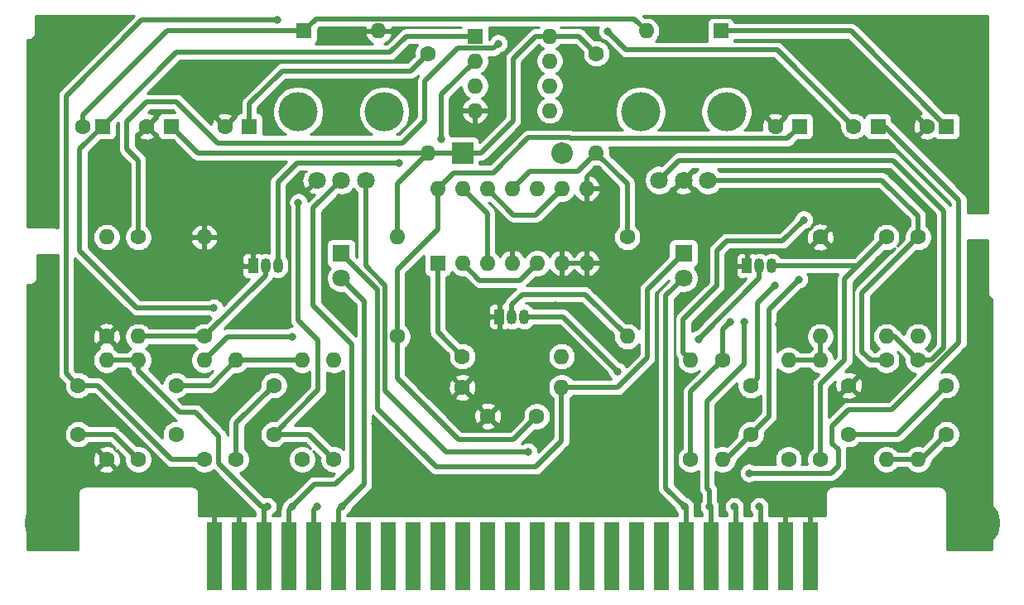
<source format=gbr>
G04 #@! TF.GenerationSoftware,KiCad,Pcbnew,(5.1.7)-1*
G04 #@! TF.CreationDate,2021-10-05T16:32:54-05:00*
G04 #@! TF.ProjectId,ConsolePedalBlueSox,436f6e73-6f6c-4655-9065-64616c426c75,rev?*
G04 #@! TF.SameCoordinates,Original*
G04 #@! TF.FileFunction,Copper,L1,Top*
G04 #@! TF.FilePolarity,Positive*
%FSLAX46Y46*%
G04 Gerber Fmt 4.6, Leading zero omitted, Abs format (unit mm)*
G04 Created by KiCad (PCBNEW (5.1.7)-1) date 2021-10-05 16:32:54*
%MOMM*%
%LPD*%
G01*
G04 APERTURE LIST*
G04 #@! TA.AperFunction,ComponentPad*
%ADD10C,1.600000*%
G04 #@! TD*
G04 #@! TA.AperFunction,ComponentPad*
%ADD11O,1.600000X1.600000*%
G04 #@! TD*
G04 #@! TA.AperFunction,ComponentPad*
%ADD12R,1.800000X1.800000*%
G04 #@! TD*
G04 #@! TA.AperFunction,ComponentPad*
%ADD13C,1.800000*%
G04 #@! TD*
G04 #@! TA.AperFunction,ComponentPad*
%ADD14C,5.000000*%
G04 #@! TD*
G04 #@! TA.AperFunction,ConnectorPad*
%ADD15R,1.500000X7.000000*%
G04 #@! TD*
G04 #@! TA.AperFunction,ComponentPad*
%ADD16R,1.600000X1.600000*%
G04 #@! TD*
G04 #@! TA.AperFunction,ComponentPad*
%ADD17R,2.200000X2.200000*%
G04 #@! TD*
G04 #@! TA.AperFunction,ComponentPad*
%ADD18O,2.200000X2.200000*%
G04 #@! TD*
G04 #@! TA.AperFunction,ComponentPad*
%ADD19R,1.050000X1.500000*%
G04 #@! TD*
G04 #@! TA.AperFunction,ComponentPad*
%ADD20O,1.050000X1.500000*%
G04 #@! TD*
G04 #@! TA.AperFunction,WasherPad*
%ADD21C,4.000000*%
G04 #@! TD*
G04 #@! TA.AperFunction,ViaPad*
%ADD22C,0.800000*%
G04 #@! TD*
G04 #@! TA.AperFunction,Conductor*
%ADD23C,0.500000*%
G04 #@! TD*
G04 #@! TA.AperFunction,Conductor*
%ADD24C,0.254000*%
G04 #@! TD*
G04 #@! TA.AperFunction,Conductor*
%ADD25C,0.100000*%
G04 #@! TD*
G04 APERTURE END LIST*
D10*
G04 #@! TO.P,R21,1*
G04 #@! TO.N,GND*
X127635000Y-108712000D03*
D11*
G04 #@! TO.P,R21,2*
G04 #@! TO.N,Net-(D3-Pad1)*
X137795000Y-108712000D03*
G04 #@! TD*
D12*
G04 #@! TO.P,D3,1*
G04 #@! TO.N,Net-(D3-Pad1)*
X115250000Y-95000000D03*
D13*
G04 #@! TO.P,D3,2*
G04 #@! TO.N,/LEDPower*
X115250000Y-97540000D03*
G04 #@! TD*
G04 #@! TO.P,D4,2*
G04 #@! TO.N,/LEDPower*
X150250000Y-97540000D03*
D12*
G04 #@! TO.P,D4,1*
G04 #@! TO.N,Net-(D3-Pad1)*
X150250000Y-95000000D03*
G04 #@! TD*
D14*
G04 #@! TO.P,H1,1*
G04 #@! TO.N,GND*
X85350000Y-122600000D03*
G04 #@! TD*
G04 #@! TO.P,H2,1*
G04 #@! TO.N,GND*
X180150000Y-122600000D03*
G04 #@! TD*
D15*
G04 #@! TO.P,J1,25*
G04 #@! TO.N,GND*
X163230000Y-126000000D03*
G04 #@! TO.P,J1,24*
X160690000Y-126000000D03*
G04 #@! TO.P,J1,23*
G04 #@! TO.N,/Input*
X158150000Y-126000000D03*
G04 #@! TO.P,J1,22*
G04 #@! TO.N,/Output*
X155610000Y-126000000D03*
G04 #@! TO.P,J1,21*
G04 #@! TO.N,+9V*
X153070000Y-126000000D03*
G04 #@! TO.P,J1,20*
G04 #@! TO.N,/LEDPower*
X150530000Y-126000000D03*
G04 #@! TO.P,J1,19*
G04 #@! TO.N,N/C*
X147990000Y-126000000D03*
G04 #@! TO.P,J1,18*
X145450000Y-126000000D03*
G04 #@! TO.P,J1,17*
X142910000Y-126000000D03*
G04 #@! TO.P,J1,16*
X140370000Y-126000000D03*
G04 #@! TO.P,J1,15*
X137830000Y-126000000D03*
G04 #@! TO.P,J1,14*
X135290000Y-126000000D03*
G04 #@! TO.P,J1,13*
X132750000Y-126000000D03*
G04 #@! TO.P,J1,12*
X130210000Y-126000000D03*
G04 #@! TO.P,J1,11*
X127670000Y-126000000D03*
G04 #@! TO.P,J1,10*
X125130000Y-126000000D03*
G04 #@! TO.P,J1,9*
X122590000Y-126000000D03*
G04 #@! TO.P,J1,8*
X120050000Y-126000000D03*
G04 #@! TO.P,J1,7*
X117510000Y-126000000D03*
G04 #@! TO.P,J1,6*
G04 #@! TO.N,/LEDPower*
X114970000Y-126000000D03*
G04 #@! TO.P,J1,5*
G04 #@! TO.N,+9V*
X112430000Y-126000000D03*
G04 #@! TO.P,J1,4*
G04 #@! TO.N,/Output*
X109890000Y-126000000D03*
G04 #@! TO.P,J1,3*
G04 #@! TO.N,/Input*
X107350000Y-126000000D03*
G04 #@! TO.P,J1,2*
G04 #@! TO.N,GND*
X104810000Y-126000000D03*
G04 #@! TO.P,J1,1*
X102270000Y-126000000D03*
G04 #@! TD*
D10*
G04 #@! TO.P,C1,2*
G04 #@! TO.N,Net-(C1-Pad2)*
X88350000Y-113500000D03*
G04 #@! TO.P,C1,1*
G04 #@! TO.N,Net-(C1-Pad1)*
X88350000Y-108500000D03*
G04 #@! TD*
G04 #@! TO.P,C2,2*
G04 #@! TO.N,Net-(C1-Pad1)*
X157150000Y-108500000D03*
G04 #@! TO.P,C2,1*
G04 #@! TO.N,/VREF*
X157150000Y-113500000D03*
G04 #@! TD*
G04 #@! TO.P,C3,1*
G04 #@! TO.N,Net-(C3-Pad1)*
X98350000Y-108500000D03*
G04 #@! TO.P,C3,2*
G04 #@! TO.N,Net-(C3-Pad2)*
X98350000Y-113500000D03*
G04 #@! TD*
G04 #@! TO.P,C4,2*
G04 #@! TO.N,/VREF*
X167650000Y-82000000D03*
D16*
G04 #@! TO.P,C4,1*
G04 #@! TO.N,Net-(C4-Pad1)*
X170150000Y-82000000D03*
G04 #@! TD*
D10*
G04 #@! TO.P,C5,2*
G04 #@! TO.N,Net-(C5-Pad2)*
X108350000Y-113500000D03*
G04 #@! TO.P,C5,1*
G04 #@! TO.N,Net-(C3-Pad2)*
X108350000Y-108500000D03*
G04 #@! TD*
D16*
G04 #@! TO.P,C6,1*
G04 #@! TO.N,Net-(C3-Pad2)*
X90850000Y-82000000D03*
D10*
G04 #@! TO.P,C6,2*
G04 #@! TO.N,Net-(C6-Pad2)*
X88850000Y-82000000D03*
G04 #@! TD*
G04 #@! TO.P,C7,2*
G04 #@! TO.N,GND*
X175150000Y-82000000D03*
D16*
G04 #@! TO.P,C7,1*
G04 #@! TO.N,Net-(C7-Pad1)*
X177150000Y-82000000D03*
G04 #@! TD*
D10*
G04 #@! TO.P,C8,1*
G04 #@! TO.N,Net-(C8-Pad1)*
X177150000Y-113500000D03*
G04 #@! TO.P,C8,2*
G04 #@! TO.N,Net-(C8-Pad2)*
X177150000Y-108500000D03*
G04 #@! TD*
G04 #@! TO.P,C9,1*
G04 #@! TO.N,Net-(C8-Pad2)*
X167150000Y-113500000D03*
G04 #@! TO.P,C9,2*
G04 #@! TO.N,GND*
X167150000Y-108500000D03*
G04 #@! TD*
G04 #@! TO.P,C100,2*
G04 #@! TO.N,GND*
X95350000Y-82000000D03*
D16*
G04 #@! TO.P,C100,1*
G04 #@! TO.N,VCC*
X97850000Y-82000000D03*
G04 #@! TD*
G04 #@! TO.P,C101,1*
G04 #@! TO.N,/VREF*
X105850000Y-82000000D03*
D10*
G04 #@! TO.P,C101,2*
G04 #@! TO.N,GND*
X103350000Y-82000000D03*
G04 #@! TD*
D16*
G04 #@! TO.P,C102,1*
G04 #@! TO.N,VDD*
X162150000Y-82000000D03*
D10*
G04 #@! TO.P,C102,2*
G04 #@! TO.N,GND*
X159650000Y-82000000D03*
G04 #@! TD*
G04 #@! TO.P,C103,1*
G04 #@! TO.N,GND*
X130250000Y-111652000D03*
G04 #@! TO.P,C103,2*
G04 #@! TO.N,VDD*
X135250000Y-111652000D03*
G04 #@! TD*
D16*
G04 #@! TO.P,D1,1*
G04 #@! TO.N,Net-(C7-Pad1)*
X154060000Y-72250000D03*
D11*
G04 #@! TO.P,D1,2*
G04 #@! TO.N,Net-(C6-Pad2)*
X146440000Y-72250000D03*
G04 #@! TD*
G04 #@! TO.P,D2,2*
G04 #@! TO.N,GND*
X119060000Y-72250000D03*
D16*
G04 #@! TO.P,D2,1*
G04 #@! TO.N,Net-(C6-Pad2)*
X111440000Y-72250000D03*
G04 #@! TD*
D17*
G04 #@! TO.P,D100,1*
G04 #@! TO.N,VCC*
X127670000Y-84709000D03*
D18*
G04 #@! TO.P,D100,2*
G04 #@! TO.N,+9V*
X137830000Y-84709000D03*
G04 #@! TD*
D16*
G04 #@! TO.P,IC1,1*
G04 #@! TO.N,/Q1*
X125130000Y-96000000D03*
D11*
G04 #@! TO.P,IC1,8*
G04 #@! TO.N,GND*
X140370000Y-88380000D03*
G04 #@! TO.P,IC1,2*
G04 #@! TO.N,Net-(IC1-Pad2)*
X127670000Y-96000000D03*
G04 #@! TO.P,IC1,9*
G04 #@! TO.N,Net-(IC1-Pad12)*
X137830000Y-88380000D03*
G04 #@! TO.P,IC1,3*
G04 #@! TO.N,Net-(IC1-Pad13)*
X130210000Y-96000000D03*
G04 #@! TO.P,IC1,10*
G04 #@! TO.N,GND*
X135290000Y-88380000D03*
G04 #@! TO.P,IC1,4*
X132750000Y-96000000D03*
G04 #@! TO.P,IC1,11*
G04 #@! TO.N,/CLK2*
X132750000Y-88380000D03*
G04 #@! TO.P,IC1,5*
G04 #@! TO.N,Net-(IC1-Pad2)*
X135290000Y-96000000D03*
G04 #@! TO.P,IC1,12*
G04 #@! TO.N,Net-(IC1-Pad12)*
X130210000Y-88380000D03*
G04 #@! TO.P,IC1,6*
G04 #@! TO.N,GND*
X137830000Y-96000000D03*
G04 #@! TO.P,IC1,13*
G04 #@! TO.N,Net-(IC1-Pad13)*
X127670000Y-88380000D03*
G04 #@! TO.P,IC1,7*
G04 #@! TO.N,GND*
X140370000Y-96000000D03*
G04 #@! TO.P,IC1,14*
G04 #@! TO.N,VDD*
X125130000Y-88380000D03*
G04 #@! TD*
D19*
G04 #@! TO.P,Q1,1*
G04 #@! TO.N,GND*
X106230000Y-96266000D03*
D20*
G04 #@! TO.P,Q1,3*
G04 #@! TO.N,/CLK2*
X108770000Y-96266000D03*
G04 #@! TO.P,Q1,2*
G04 #@! TO.N,Net-(Q1-Pad2)*
X107500000Y-96266000D03*
G04 #@! TD*
G04 #@! TO.P,Q2,2*
G04 #@! TO.N,Net-(Q2-Pad2)*
X132715000Y-101473000D03*
G04 #@! TO.P,Q2,3*
G04 #@! TO.N,Net-(Q2-Pad3)*
X133985000Y-101473000D03*
D19*
G04 #@! TO.P,Q2,1*
G04 #@! TO.N,GND*
X131445000Y-101473000D03*
G04 #@! TD*
D20*
G04 #@! TO.P,Q3,2*
G04 #@! TO.N,Net-(Q3-Pad2)*
X158020000Y-96266000D03*
G04 #@! TO.P,Q3,3*
G04 #@! TO.N,Net-(Q3-Pad3)*
X159290000Y-96266000D03*
D19*
G04 #@! TO.P,Q3,1*
G04 #@! TO.N,GND*
X156750000Y-96266000D03*
G04 #@! TD*
D11*
G04 #@! TO.P,R1,2*
G04 #@! TO.N,/Input*
X91250000Y-105918000D03*
D10*
G04 #@! TO.P,R1,1*
G04 #@! TO.N,GND*
X91250000Y-116078000D03*
G04 #@! TD*
D11*
G04 #@! TO.P,R2,2*
G04 #@! TO.N,/Input*
X94500000Y-105918000D03*
D10*
G04 #@! TO.P,R2,1*
G04 #@! TO.N,Net-(C1-Pad2)*
X94500000Y-116078000D03*
G04 #@! TD*
G04 #@! TO.P,R3,1*
G04 #@! TO.N,Net-(C1-Pad1)*
X101250000Y-116078000D03*
D11*
G04 #@! TO.P,R3,2*
G04 #@! TO.N,/VREF*
X101250000Y-105918000D03*
G04 #@! TD*
D10*
G04 #@! TO.P,R4,1*
G04 #@! TO.N,Net-(C3-Pad2)*
X104500000Y-116078000D03*
D11*
G04 #@! TO.P,R4,2*
G04 #@! TO.N,Net-(C3-Pad1)*
X104500000Y-105918000D03*
G04 #@! TD*
G04 #@! TO.P,R5,2*
G04 #@! TO.N,Net-(C3-Pad1)*
X111250000Y-105918000D03*
D10*
G04 #@! TO.P,R5,1*
G04 #@! TO.N,Net-(C4-Pad1)*
X111250000Y-116078000D03*
G04 #@! TD*
G04 #@! TO.P,R6,1*
G04 #@! TO.N,Net-(C5-Pad2)*
X114500000Y-116078000D03*
D11*
G04 #@! TO.P,R6,2*
G04 #@! TO.N,/VREF*
X114500000Y-105918000D03*
G04 #@! TD*
G04 #@! TO.P,R7,2*
G04 #@! TO.N,Net-(R7-Pad2)*
X151000000Y-105918000D03*
D10*
G04 #@! TO.P,R7,1*
G04 #@! TO.N,Net-(R7-Pad1)*
X151000000Y-116078000D03*
G04 #@! TD*
G04 #@! TO.P,R8,1*
G04 #@! TO.N,Net-(R7-Pad1)*
X154250000Y-105918000D03*
D11*
G04 #@! TO.P,R8,2*
G04 #@! TO.N,/VREF*
X154250000Y-116078000D03*
G04 #@! TD*
G04 #@! TO.P,R9,2*
G04 #@! TO.N,Net-(Q1-Pad2)*
X94500000Y-103500000D03*
D10*
G04 #@! TO.P,R9,1*
G04 #@! TO.N,Net-(R7-Pad2)*
X94500000Y-93340000D03*
G04 #@! TD*
G04 #@! TO.P,R10,1*
G04 #@! TO.N,Net-(Q1-Pad2)*
X101250000Y-103500000D03*
D11*
G04 #@! TO.P,R10,2*
G04 #@! TO.N,GND*
X101250000Y-93340000D03*
G04 #@! TD*
G04 #@! TO.P,R11,2*
G04 #@! TO.N,/CLK2*
X141350000Y-84709000D03*
D10*
G04 #@! TO.P,R11,1*
G04 #@! TO.N,VCC*
X141350000Y-74549000D03*
G04 #@! TD*
G04 #@! TO.P,R12,1*
G04 #@! TO.N,/CLK2*
X144500000Y-93340000D03*
D11*
G04 #@! TO.P,R12,2*
G04 #@! TO.N,Net-(Q2-Pad2)*
X144500000Y-103500000D03*
G04 #@! TD*
G04 #@! TO.P,R13,2*
G04 #@! TO.N,Net-(C7-Pad1)*
X161000000Y-105918000D03*
D10*
G04 #@! TO.P,R13,1*
G04 #@! TO.N,Net-(Q2-Pad3)*
X161000000Y-116078000D03*
G04 #@! TD*
G04 #@! TO.P,R14,1*
G04 #@! TO.N,GND*
X164250000Y-93340000D03*
D11*
G04 #@! TO.P,R14,2*
G04 #@! TO.N,Net-(C7-Pad1)*
X164250000Y-103500000D03*
G04 #@! TD*
G04 #@! TO.P,R15,2*
G04 #@! TO.N,Net-(Q2-Pad3)*
X174250000Y-103500000D03*
D10*
G04 #@! TO.P,R15,1*
G04 #@! TO.N,Net-(R15-Pad1)*
X174250000Y-93340000D03*
G04 #@! TD*
G04 #@! TO.P,R16,1*
G04 #@! TO.N,Net-(R15-Pad1)*
X171000000Y-105918000D03*
D11*
G04 #@! TO.P,R16,2*
G04 #@! TO.N,Net-(C8-Pad1)*
X171000000Y-116078000D03*
G04 #@! TD*
G04 #@! TO.P,R17,2*
G04 #@! TO.N,Net-(C8-Pad1)*
X174250000Y-116078000D03*
D10*
G04 #@! TO.P,R17,1*
G04 #@! TO.N,Net-(R17-Pad1)*
X174250000Y-105918000D03*
G04 #@! TD*
G04 #@! TO.P,R18,1*
G04 #@! TO.N,Net-(Q3-Pad3)*
X171000000Y-93340000D03*
D11*
G04 #@! TO.P,R18,2*
G04 #@! TO.N,Net-(R17-Pad1)*
X171000000Y-103500000D03*
G04 #@! TD*
D10*
G04 #@! TO.P,R19,1*
G04 #@! TO.N,Net-(Q3-Pad3)*
X164250000Y-116078000D03*
D11*
G04 #@! TO.P,R19,2*
G04 #@! TO.N,Net-(C7-Pad1)*
X164250000Y-105918000D03*
G04 #@! TD*
G04 #@! TO.P,R20,2*
G04 #@! TO.N,Net-(Q3-Pad2)*
X137795000Y-105537000D03*
D10*
G04 #@! TO.P,R20,1*
G04 #@! TO.N,/Q1*
X127635000Y-105537000D03*
G04 #@! TD*
D11*
G04 #@! TO.P,R101,2*
G04 #@! TO.N,VCC*
X124150000Y-84709000D03*
D10*
G04 #@! TO.P,R101,1*
G04 #@! TO.N,/VREF*
X124150000Y-74549000D03*
G04 #@! TD*
G04 #@! TO.P,R102,1*
G04 #@! TO.N,GND*
X91250000Y-103500000D03*
D11*
G04 #@! TO.P,R102,2*
G04 #@! TO.N,/VREF*
X91250000Y-93340000D03*
G04 #@! TD*
D10*
G04 #@! TO.P,R103,1*
G04 #@! TO.N,VDD*
X121000000Y-103500000D03*
D11*
G04 #@! TO.P,R103,2*
G04 #@! TO.N,VCC*
X121000000Y-93340000D03*
G04 #@! TD*
D13*
G04 #@! TO.P,RV1,3*
G04 #@! TO.N,Net-(R17-Pad1)*
X147750000Y-87500000D03*
G04 #@! TO.P,RV1,2*
G04 #@! TO.N,GND*
X150250000Y-87500000D03*
G04 #@! TO.P,RV1,1*
G04 #@! TO.N,Net-(R15-Pad1)*
X152750000Y-87500000D03*
D21*
G04 #@! TO.P,RV1,*
G04 #@! TO.N,*
X145850000Y-80500000D03*
X154650000Y-80500000D03*
G04 #@! TD*
G04 #@! TO.P,RV2,*
G04 #@! TO.N,*
X119650000Y-80500000D03*
X110850000Y-80500000D03*
D13*
G04 #@! TO.P,RV2,1*
G04 #@! TO.N,Net-(C8-Pad2)*
X117750000Y-87500000D03*
G04 #@! TO.P,RV2,2*
G04 #@! TO.N,/Output*
X115250000Y-87500000D03*
G04 #@! TO.P,RV2,3*
G04 #@! TO.N,GND*
X112750000Y-87500000D03*
G04 #@! TD*
D16*
G04 #@! TO.P,U1,1*
G04 #@! TO.N,Net-(C3-Pad2)*
X128940000Y-72771000D03*
D11*
G04 #@! TO.P,U1,5*
G04 #@! TO.N,Net-(R7-Pad1)*
X136560000Y-80391000D03*
G04 #@! TO.P,U1,2*
G04 #@! TO.N,Net-(C3-Pad1)*
X128940000Y-75311000D03*
G04 #@! TO.P,U1,6*
G04 #@! TO.N,Net-(C5-Pad2)*
X136560000Y-77851000D03*
G04 #@! TO.P,U1,3*
G04 #@! TO.N,Net-(C1-Pad1)*
X128940000Y-77851000D03*
G04 #@! TO.P,U1,7*
G04 #@! TO.N,Net-(R7-Pad2)*
X136560000Y-75311000D03*
G04 #@! TO.P,U1,4*
G04 #@! TO.N,GND*
X128940000Y-80391000D03*
G04 #@! TO.P,U1,8*
G04 #@! TO.N,VCC*
X136560000Y-72771000D03*
G04 #@! TD*
D22*
G04 #@! TO.N,GND*
X102616000Y-120904000D03*
X105156000Y-120904000D03*
X160528000Y-120904000D03*
X163068000Y-120904000D03*
X113665000Y-73025000D03*
X114935000Y-73025000D03*
X114300000Y-78740000D03*
X116205000Y-78740000D03*
X160020000Y-102235000D03*
X161290000Y-102235000D03*
X170815000Y-100965000D03*
X173990000Y-100965000D03*
X114935000Y-100965000D03*
X114935000Y-92075000D03*
X85090000Y-87630000D03*
X85090000Y-77470000D03*
X90170000Y-72390000D03*
X107315000Y-116205000D03*
X107950000Y-111125000D03*
X103505000Y-109855000D03*
X97790000Y-105410000D03*
X113030000Y-111125000D03*
X118745000Y-112395000D03*
X142240000Y-113030000D03*
X144145000Y-113030000D03*
X137160000Y-100330000D03*
X146685000Y-108585000D03*
X155575000Y-111125000D03*
X156845000Y-111125000D03*
X159385000Y-113665000D03*
G04 #@! TO.N,Net-(C1-Pad1)*
X108712000Y-71120000D03*
X159639000Y-98298000D03*
G04 #@! TO.N,/LEDPower*
X115316000Y-120904000D03*
X150368000Y-120904000D03*
G04 #@! TO.N,/Input*
X107696000Y-120904000D03*
X157988000Y-120904000D03*
G04 #@! TO.N,/Output*
X110236000Y-120904000D03*
X155448000Y-120904000D03*
G04 #@! TO.N,+9V*
X112776000Y-120904000D03*
X152908000Y-120904000D03*
X156464000Y-101981000D03*
G04 #@! TO.N,/VREF*
X162052000Y-97663000D03*
X142494000Y-72263000D03*
X110236000Y-103505000D03*
G04 #@! TO.N,Net-(C3-Pad1)*
X125476000Y-83312000D03*
G04 #@! TO.N,Net-(C3-Pad2)*
X102235000Y-100584000D03*
G04 #@! TO.N,Net-(C4-Pad1)*
X156972000Y-117475000D03*
G04 #@! TO.N,Net-(C5-Pad2)*
X110871000Y-89789000D03*
G04 #@! TO.N,Net-(C8-Pad2)*
X134366000Y-115316000D03*
G04 #@! TO.N,/CLK2*
X121158000Y-85725000D03*
G04 #@! TO.N,Net-(Q2-Pad3)*
X143510000Y-107061000D03*
G04 #@! TO.N,Net-(Q3-Pad2)*
X151777000Y-103759000D03*
G04 #@! TO.N,Net-(R7-Pad2)*
X131318000Y-73533000D03*
X162560000Y-91567000D03*
G04 #@! TO.N,Net-(R7-Pad1)*
X155067000Y-101981000D03*
G04 #@! TD*
D23*
G04 #@! TO.N,GND*
X102270000Y-121250000D02*
X102616000Y-120904000D01*
X102270000Y-126000000D02*
X102270000Y-121250000D01*
X104810000Y-121250000D02*
X105156000Y-120904000D01*
X104810000Y-126000000D02*
X104810000Y-121250000D01*
X160690000Y-121066000D02*
X160528000Y-120904000D01*
X160690000Y-126000000D02*
X160690000Y-121066000D01*
X163230000Y-121066000D02*
X163068000Y-120904000D01*
X163230000Y-126000000D02*
X163230000Y-121066000D01*
G04 #@! TO.N,Net-(C1-Pad1)*
X101250000Y-116078000D02*
X97917000Y-116078000D01*
X90339000Y-108500000D02*
X88350000Y-108500000D01*
X97917000Y-116078000D02*
X90339000Y-108500000D01*
X88350000Y-108500000D02*
X87122000Y-107272000D01*
X87122000Y-107272000D02*
X87122000Y-78867000D01*
X94869000Y-71120000D02*
X108712000Y-71120000D01*
X87122000Y-78867000D02*
X94869000Y-71120000D01*
X157150000Y-108500000D02*
X157861000Y-107789000D01*
X157861000Y-100076000D02*
X159639000Y-98298000D01*
X157861000Y-107789000D02*
X157861000Y-100076000D01*
G04 #@! TO.N,Net-(C1-Pad2)*
X91922000Y-113500000D02*
X88350000Y-113500000D01*
X94500000Y-116078000D02*
X91922000Y-113500000D01*
G04 #@! TO.N,/LEDPower*
X150530000Y-121066000D02*
X150368000Y-120904000D01*
X150530000Y-126000000D02*
X150530000Y-121066000D01*
X114970000Y-121250000D02*
X115316000Y-120904000D01*
X114970000Y-126000000D02*
X114970000Y-121250000D01*
X150250000Y-97540000D02*
X148463000Y-99327000D01*
X148463000Y-118999000D02*
X150368000Y-120904000D01*
X148463000Y-99327000D02*
X148463000Y-118999000D01*
X115316000Y-120904000D02*
X117602000Y-118618000D01*
X117602000Y-99892000D02*
X115250000Y-97540000D01*
X117602000Y-118618000D02*
X117602000Y-99892000D01*
G04 #@! TO.N,/Input*
X107350000Y-121250000D02*
X107696000Y-120904000D01*
X107350000Y-126000000D02*
X107350000Y-121250000D01*
X158150000Y-121066000D02*
X157988000Y-120904000D01*
X158150000Y-126000000D02*
X158150000Y-121066000D01*
X91250000Y-105918000D02*
X94500000Y-105918000D01*
X107130315Y-120904000D02*
X102743000Y-116516685D01*
X107696000Y-120904000D02*
X107130315Y-120904000D01*
X102743000Y-116516685D02*
X102743000Y-113665000D01*
X102743000Y-113665000D02*
X100330000Y-111252000D01*
X94500000Y-107049370D02*
X94500000Y-105918000D01*
X98702630Y-111252000D02*
X94500000Y-107049370D01*
X100330000Y-111252000D02*
X98702630Y-111252000D01*
G04 #@! TO.N,/Output*
X109890000Y-121250000D02*
X110236000Y-120904000D01*
X109890000Y-126000000D02*
X109890000Y-121250000D01*
X155610000Y-121066000D02*
X155448000Y-120904000D01*
X155610000Y-126000000D02*
X155610000Y-121066000D01*
X112522000Y-118618000D02*
X110236000Y-120904000D01*
X114681000Y-118618000D02*
X112522000Y-118618000D01*
X115250000Y-87500000D02*
X112395000Y-90355000D01*
X112395000Y-90355000D02*
X112395000Y-100330000D01*
X112395000Y-100330000D02*
X116332000Y-104267000D01*
X116332000Y-104267000D02*
X116332000Y-116967000D01*
X116332000Y-116967000D02*
X114681000Y-118618000D01*
G04 #@! TO.N,+9V*
X112430000Y-121250000D02*
X112776000Y-120904000D01*
X112430000Y-126000000D02*
X112430000Y-121250000D01*
X153070000Y-121066000D02*
X152908000Y-120904000D01*
X153070000Y-126000000D02*
X153070000Y-121066000D01*
X152908000Y-120904000D02*
X152908000Y-119253000D01*
X152908000Y-119253000D02*
X152654000Y-118999000D01*
X152654000Y-118999000D02*
X152654000Y-110109000D01*
X156464000Y-106299000D02*
X156464000Y-101981000D01*
X152654000Y-110109000D02*
X156464000Y-106299000D01*
G04 #@! TO.N,/VREF*
X154572000Y-116078000D02*
X157150000Y-113500000D01*
X154250000Y-116078000D02*
X154572000Y-116078000D01*
X105850000Y-82000000D02*
X105850000Y-79697000D01*
X105850000Y-79697000D02*
X109220000Y-76327000D01*
X122372000Y-76327000D02*
X124150000Y-74549000D01*
X109220000Y-76327000D02*
X122372000Y-76327000D01*
X157150000Y-113500000D02*
X159004000Y-111646000D01*
X159004000Y-100711000D02*
X162052000Y-97663000D01*
X159004000Y-111646000D02*
X159004000Y-100711000D01*
X167650000Y-82000000D02*
X159818000Y-74168000D01*
X144399000Y-74168000D02*
X142494000Y-72263000D01*
X159818000Y-74168000D02*
X144399000Y-74168000D01*
X101250000Y-105918000D02*
X103663000Y-103505000D01*
X103663000Y-103505000D02*
X110236000Y-103505000D01*
G04 #@! TO.N,Net-(C3-Pad1)*
X101918000Y-108500000D02*
X104500000Y-105918000D01*
X98350000Y-108500000D02*
X101918000Y-108500000D01*
X104500000Y-105918000D02*
X111250000Y-105918000D01*
X125476000Y-78775000D02*
X125476000Y-83312000D01*
X128940000Y-75311000D02*
X125476000Y-78775000D01*
G04 #@! TO.N,Net-(C3-Pad2)*
X104500000Y-112350000D02*
X108350000Y-108500000D01*
X104500000Y-116078000D02*
X104500000Y-112350000D01*
X128940000Y-72771000D02*
X121920000Y-72771000D01*
X121920000Y-72771000D02*
X120269000Y-74422000D01*
X98428000Y-74422000D02*
X90850000Y-82000000D01*
X120269000Y-74422000D02*
X98428000Y-74422000D01*
X102235000Y-100584000D02*
X94361000Y-100584000D01*
X94361000Y-100584000D02*
X88519000Y-94742000D01*
X88519000Y-84331000D02*
X90850000Y-82000000D01*
X88519000Y-94742000D02*
X88519000Y-84331000D01*
G04 #@! TO.N,Net-(C4-Pad1)*
X170150000Y-82000000D02*
X170900000Y-82000000D01*
X170900000Y-82000000D02*
X178435000Y-89535000D01*
X178435000Y-104113963D02*
X171550963Y-110998000D01*
X178435000Y-89535000D02*
X178435000Y-104113963D01*
X171550963Y-110998000D02*
X167132000Y-110998000D01*
X167132000Y-110998000D02*
X165481000Y-112649000D01*
X165481000Y-112649000D02*
X165481000Y-114427000D01*
X165481000Y-114427000D02*
X166116000Y-115062000D01*
X166116000Y-115062000D02*
X166116000Y-116713000D01*
X165354000Y-117475000D02*
X156972000Y-117475000D01*
X166116000Y-116713000D02*
X165354000Y-117475000D01*
G04 #@! TO.N,Net-(C5-Pad2)*
X111922000Y-113500000D02*
X108350000Y-113500000D01*
X114500000Y-116078000D02*
X111922000Y-113500000D01*
X108350000Y-113500000D02*
X112903000Y-108947000D01*
X112903000Y-108947000D02*
X112903000Y-103886000D01*
X110871000Y-101854000D02*
X110871000Y-89789000D01*
X112903000Y-103886000D02*
X110871000Y-101854000D01*
G04 #@! TO.N,Net-(C6-Pad2)*
X112690001Y-70999999D02*
X111440000Y-72250000D01*
X145189999Y-70999999D02*
X112690001Y-70999999D01*
X146440000Y-72250000D02*
X145189999Y-70999999D01*
X88850000Y-80868630D02*
X88850000Y-82000000D01*
X97468630Y-72250000D02*
X88850000Y-80868630D01*
X111440000Y-72250000D02*
X97468630Y-72250000D01*
G04 #@! TO.N,Net-(C7-Pad1)*
X161000000Y-105918000D02*
X164250000Y-105918000D01*
X164250000Y-105918000D02*
X164250000Y-103500000D01*
X167400000Y-72250000D02*
X154060000Y-72250000D01*
X177150000Y-82000000D02*
X167400000Y-72250000D01*
G04 #@! TO.N,Net-(C8-Pad1)*
X171000000Y-116078000D02*
X174250000Y-116078000D01*
X174572000Y-116078000D02*
X177150000Y-113500000D01*
X174250000Y-116078000D02*
X174572000Y-116078000D01*
G04 #@! TO.N,Net-(C8-Pad2)*
X172150000Y-113500000D02*
X177150000Y-108500000D01*
X167150000Y-113500000D02*
X172150000Y-113500000D01*
X119749999Y-98286999D02*
X119749999Y-109081999D01*
X117750000Y-96287000D02*
X119749999Y-98286999D01*
X117750000Y-87500000D02*
X117750000Y-96287000D01*
X125984000Y-115316000D02*
X134366000Y-115316000D01*
X119749999Y-109081999D02*
X125984000Y-115316000D01*
G04 #@! TO.N,VCC*
X127670000Y-84709000D02*
X124150000Y-84709000D01*
X139572000Y-72771000D02*
X141350000Y-74549000D01*
X136560000Y-72771000D02*
X139572000Y-72771000D01*
X121000000Y-87859000D02*
X124150000Y-84709000D01*
X121000000Y-93340000D02*
X121000000Y-87859000D01*
X100559000Y-84709000D02*
X97850000Y-82000000D01*
X124150000Y-84709000D02*
X100559000Y-84709000D01*
X127670000Y-84709000D02*
X129540000Y-84709000D01*
X129540000Y-84709000D02*
X132842000Y-81407000D01*
X132842000Y-81407000D02*
X132842000Y-75057000D01*
X135128000Y-72771000D02*
X136560000Y-72771000D01*
X132842000Y-75057000D02*
X135128000Y-72771000D01*
G04 #@! TO.N,VDD*
X135250000Y-111652000D02*
X132856000Y-114046000D01*
X132856000Y-114046000D02*
X127254000Y-114046000D01*
X121000000Y-107792000D02*
X121000000Y-103500000D01*
X127254000Y-114046000D02*
X121000000Y-107792000D01*
X121000000Y-103500000D02*
X121000000Y-96678000D01*
X125130000Y-92548000D02*
X125130000Y-88380000D01*
X121000000Y-96678000D02*
X125130000Y-92548000D01*
X138574001Y-83158999D02*
X134392001Y-83158999D01*
X138665003Y-83250001D02*
X138574001Y-83158999D01*
X160899999Y-83250001D02*
X138665003Y-83250001D01*
X162150000Y-82000000D02*
X160899999Y-83250001D01*
X134392001Y-83158999D02*
X130810000Y-86741000D01*
X126769000Y-86741000D02*
X125130000Y-88380000D01*
X130810000Y-86741000D02*
X126769000Y-86741000D01*
G04 #@! TO.N,Net-(D3-Pad1)*
X137795000Y-108712000D02*
X143510000Y-108712000D01*
X143510000Y-108712000D02*
X146558000Y-105664000D01*
X146558000Y-98692000D02*
X150250000Y-95000000D01*
X146558000Y-105664000D02*
X146558000Y-98692000D01*
X115250000Y-95000000D02*
X118999000Y-98749000D01*
X118999000Y-98749000D02*
X118999000Y-110871000D01*
X118999000Y-110871000D02*
X124968000Y-116840000D01*
X124968000Y-116840000D02*
X135128000Y-116840000D01*
X137795000Y-114173000D02*
X137795000Y-108712000D01*
X135128000Y-116840000D02*
X137795000Y-114173000D01*
G04 #@! TO.N,/Q1*
X125130000Y-103032000D02*
X127635000Y-105537000D01*
X125130000Y-96000000D02*
X125130000Y-103032000D01*
G04 #@! TO.N,Net-(IC1-Pad2)*
X127670000Y-96000000D02*
X129413000Y-97743000D01*
X133547000Y-97743000D02*
X135290000Y-96000000D01*
X129413000Y-97743000D02*
X133547000Y-97743000D01*
G04 #@! TO.N,Net-(IC1-Pad12)*
X130210000Y-88380000D02*
X132889000Y-91059000D01*
X135151000Y-91059000D02*
X137830000Y-88380000D01*
X132889000Y-91059000D02*
X135151000Y-91059000D01*
G04 #@! TO.N,Net-(IC1-Pad13)*
X130210000Y-90920000D02*
X127670000Y-88380000D01*
X130210000Y-96000000D02*
X130210000Y-90920000D01*
G04 #@! TO.N,/CLK2*
X144500000Y-87859000D02*
X141350000Y-84709000D01*
X144500000Y-93340000D02*
X144500000Y-87859000D01*
X132750000Y-88380000D02*
X134516000Y-86614000D01*
X139445000Y-86614000D02*
X141350000Y-84709000D01*
X134516000Y-86614000D02*
X139445000Y-86614000D01*
X108770000Y-96266000D02*
X108770000Y-87699000D01*
X110744000Y-85725000D02*
X121158000Y-85725000D01*
X108770000Y-87699000D02*
X110744000Y-85725000D01*
G04 #@! TO.N,Net-(Q1-Pad2)*
X101250000Y-103500000D02*
X94500000Y-103500000D01*
X107500000Y-97250000D02*
X107500000Y-96266000D01*
X101250000Y-103500000D02*
X107500000Y-97250000D01*
G04 #@! TO.N,Net-(Q2-Pad2)*
X132715000Y-100223000D02*
X133751000Y-99187000D01*
X132715000Y-101473000D02*
X132715000Y-100223000D01*
X140187000Y-99187000D02*
X144500000Y-103500000D01*
X133751000Y-99187000D02*
X140187000Y-99187000D01*
G04 #@! TO.N,Net-(Q2-Pad3)*
X137922000Y-101473000D02*
X143510000Y-107061000D01*
X133985000Y-101473000D02*
X137922000Y-101473000D01*
G04 #@! TO.N,Net-(Q3-Pad2)*
X158020000Y-97516000D02*
X151777000Y-103759000D01*
X158020000Y-96266000D02*
X158020000Y-97516000D01*
X151777000Y-103759000D02*
X151777000Y-103759000D01*
G04 #@! TO.N,Net-(Q3-Pad3)*
X168074000Y-96266000D02*
X171000000Y-93340000D01*
X159290000Y-96266000D02*
X168074000Y-96266000D01*
X166751000Y-105898998D02*
X166751000Y-97589000D01*
X166751000Y-97589000D02*
X171000000Y-93340000D01*
X164250000Y-108399998D02*
X166751000Y-105898998D01*
X164250000Y-116078000D02*
X164250000Y-108399998D01*
G04 #@! TO.N,Net-(R7-Pad2)*
X94500000Y-93340000D02*
X94500000Y-85483000D01*
X94500000Y-85483000D02*
X93345000Y-84328000D01*
X93345000Y-84328000D02*
X93345000Y-81534000D01*
X93345000Y-81534000D02*
X95377000Y-79502000D01*
X95377000Y-79502000D02*
X98425000Y-79502000D01*
X98425000Y-79502000D02*
X102616000Y-83693000D01*
X102616000Y-83693000D02*
X121539000Y-83693000D01*
X121539000Y-83693000D02*
X123825000Y-81407000D01*
X123825000Y-81407000D02*
X123825000Y-77343000D01*
X130829999Y-74021001D02*
X131318000Y-73533000D01*
X127146999Y-74021001D02*
X130829999Y-74021001D01*
X123825000Y-77343000D02*
X127146999Y-74021001D01*
X150241000Y-105159000D02*
X151000000Y-105918000D01*
X150241000Y-101727000D02*
X150241000Y-105159000D01*
X153670000Y-94742000D02*
X153670000Y-98298000D01*
X154686000Y-93726000D02*
X153670000Y-94742000D01*
X153670000Y-98298000D02*
X150241000Y-101727000D01*
X160401000Y-93726000D02*
X154686000Y-93726000D01*
X162560000Y-91567000D02*
X160401000Y-93726000D01*
G04 #@! TO.N,Net-(R7-Pad1)*
X151000000Y-109168000D02*
X154250000Y-105918000D01*
X151000000Y-116078000D02*
X151000000Y-109168000D01*
X154250000Y-102798000D02*
X155067000Y-101981000D01*
X154250000Y-105918000D02*
X154250000Y-102798000D01*
G04 #@! TO.N,Net-(R15-Pad1)*
X171000000Y-105918000D02*
X169418000Y-105918000D01*
X169418000Y-105918000D02*
X168529000Y-105029000D01*
X168529000Y-99061000D02*
X174250000Y-93340000D01*
X168529000Y-105029000D02*
X168529000Y-99061000D01*
X174250000Y-93340000D02*
X174250000Y-91192000D01*
X170558000Y-87500000D02*
X152750000Y-87500000D01*
X174250000Y-91192000D02*
X170558000Y-87500000D01*
G04 #@! TO.N,Net-(R17-Pad1)*
X174250000Y-105918000D02*
X175641000Y-105918000D01*
X175641000Y-105918000D02*
X176911000Y-104648000D01*
X176911000Y-104648000D02*
X176911000Y-90678000D01*
X176911000Y-90678000D02*
X171704000Y-85471000D01*
X149779000Y-85471000D02*
X147750000Y-87500000D01*
X171704000Y-85471000D02*
X149779000Y-85471000D01*
X171832000Y-103500000D02*
X174250000Y-105918000D01*
X171000000Y-103500000D02*
X171832000Y-103500000D01*
G04 #@! TD*
D24*
G04 #@! TO.N,GND*
X86245000Y-107228920D02*
X86240757Y-107272000D01*
X86257690Y-107443922D01*
X86289100Y-107547467D01*
X86307838Y-107609236D01*
X86389273Y-107761591D01*
X86498867Y-107895133D01*
X86532332Y-107922597D01*
X86930663Y-108320928D01*
X86923000Y-108359453D01*
X86923000Y-108640547D01*
X86977838Y-108916241D01*
X87085409Y-109175938D01*
X87241576Y-109409660D01*
X87440340Y-109608424D01*
X87674062Y-109764591D01*
X87933759Y-109872162D01*
X88209453Y-109927000D01*
X88490547Y-109927000D01*
X88766241Y-109872162D01*
X89025938Y-109764591D01*
X89259660Y-109608424D01*
X89458424Y-109409660D01*
X89480247Y-109377000D01*
X89975735Y-109377000D01*
X97266403Y-116667668D01*
X97293867Y-116701133D01*
X97427408Y-116810727D01*
X97579763Y-116892162D01*
X97745078Y-116942310D01*
X97873921Y-116955000D01*
X97873930Y-116955000D01*
X97916999Y-116959242D01*
X97960069Y-116955000D01*
X100119753Y-116955000D01*
X100141576Y-116987660D01*
X100340340Y-117186424D01*
X100574062Y-117342591D01*
X100833759Y-117450162D01*
X101109453Y-117505000D01*
X101390547Y-117505000D01*
X101666241Y-117450162D01*
X101925938Y-117342591D01*
X102159660Y-117186424D01*
X102166067Y-117180017D01*
X106473001Y-121486951D01*
X106473001Y-121793000D01*
X100697000Y-121793000D01*
X100697000Y-119533252D01*
X100700275Y-119500000D01*
X100687204Y-119367285D01*
X100648492Y-119239670D01*
X100585628Y-119122059D01*
X100501027Y-119018973D01*
X100397941Y-118934372D01*
X100280330Y-118871508D01*
X100152715Y-118832796D01*
X100053252Y-118823000D01*
X100020000Y-118819725D01*
X99986748Y-118823000D01*
X89033252Y-118823000D01*
X89000000Y-118819725D01*
X88966748Y-118823000D01*
X88867285Y-118832796D01*
X88739670Y-118871508D01*
X88622059Y-118934372D01*
X88518973Y-119018973D01*
X88434372Y-119122059D01*
X88371508Y-119239670D01*
X88332796Y-119367285D01*
X88319725Y-119500000D01*
X88323000Y-119533252D01*
X88323001Y-125323000D01*
X83177000Y-125323000D01*
X83177000Y-117070702D01*
X90436903Y-117070702D01*
X90508486Y-117314671D01*
X90763996Y-117435571D01*
X91038184Y-117504300D01*
X91320512Y-117518217D01*
X91600130Y-117476787D01*
X91866292Y-117381603D01*
X91991514Y-117314671D01*
X92063097Y-117070702D01*
X91250000Y-116257605D01*
X90436903Y-117070702D01*
X83177000Y-117070702D01*
X83177000Y-116148512D01*
X89809783Y-116148512D01*
X89851213Y-116428130D01*
X89946397Y-116694292D01*
X90013329Y-116819514D01*
X90257298Y-116891097D01*
X91070395Y-116078000D01*
X90257298Y-115264903D01*
X90013329Y-115336486D01*
X89892429Y-115591996D01*
X89823700Y-115866184D01*
X89809783Y-116148512D01*
X83177000Y-116148512D01*
X83177000Y-113359453D01*
X86923000Y-113359453D01*
X86923000Y-113640547D01*
X86977838Y-113916241D01*
X87085409Y-114175938D01*
X87241576Y-114409660D01*
X87440340Y-114608424D01*
X87674062Y-114764591D01*
X87933759Y-114872162D01*
X88209453Y-114927000D01*
X88490547Y-114927000D01*
X88766241Y-114872162D01*
X89025938Y-114764591D01*
X89259660Y-114608424D01*
X89458424Y-114409660D01*
X89480247Y-114377000D01*
X91558735Y-114377000D01*
X92165064Y-114983329D01*
X92063097Y-115085296D01*
X91991514Y-114841329D01*
X91736004Y-114720429D01*
X91461816Y-114651700D01*
X91179488Y-114637783D01*
X90899870Y-114679213D01*
X90633708Y-114774397D01*
X90508486Y-114841329D01*
X90436903Y-115085298D01*
X91250000Y-115898395D01*
X91264143Y-115884253D01*
X91443748Y-116063858D01*
X91429605Y-116078000D01*
X92242702Y-116891097D01*
X92486671Y-116819514D01*
X92607571Y-116564004D01*
X92676300Y-116289816D01*
X92690217Y-116007488D01*
X92648787Y-115727870D01*
X92553603Y-115461708D01*
X92486671Y-115336486D01*
X92242704Y-115264903D01*
X92344671Y-115162936D01*
X93080663Y-115898928D01*
X93073000Y-115937453D01*
X93073000Y-116218547D01*
X93127838Y-116494241D01*
X93235409Y-116753938D01*
X93391576Y-116987660D01*
X93590340Y-117186424D01*
X93824062Y-117342591D01*
X94083759Y-117450162D01*
X94359453Y-117505000D01*
X94640547Y-117505000D01*
X94916241Y-117450162D01*
X95175938Y-117342591D01*
X95409660Y-117186424D01*
X95608424Y-116987660D01*
X95764591Y-116753938D01*
X95872162Y-116494241D01*
X95927000Y-116218547D01*
X95927000Y-115937453D01*
X95872162Y-115661759D01*
X95764591Y-115402062D01*
X95608424Y-115168340D01*
X95409660Y-114969576D01*
X95175938Y-114813409D01*
X94916241Y-114705838D01*
X94640547Y-114651000D01*
X94359453Y-114651000D01*
X94320928Y-114658663D01*
X92572594Y-112910329D01*
X92545133Y-112876867D01*
X92411592Y-112767273D01*
X92259237Y-112685838D01*
X92093922Y-112635690D01*
X91965079Y-112623000D01*
X91922000Y-112618757D01*
X91878921Y-112623000D01*
X89480247Y-112623000D01*
X89458424Y-112590340D01*
X89259660Y-112391576D01*
X89025938Y-112235409D01*
X88766241Y-112127838D01*
X88490547Y-112073000D01*
X88209453Y-112073000D01*
X87933759Y-112127838D01*
X87674062Y-112235409D01*
X87440340Y-112391576D01*
X87241576Y-112590340D01*
X87085409Y-112824062D01*
X86977838Y-113083759D01*
X86923000Y-113359453D01*
X83177000Y-113359453D01*
X83177000Y-98177000D01*
X83466748Y-98177000D01*
X83500000Y-98180275D01*
X83533252Y-98177000D01*
X83632715Y-98167204D01*
X83760330Y-98128492D01*
X83877941Y-98065628D01*
X83981027Y-97981027D01*
X84065628Y-97877941D01*
X84128492Y-97760330D01*
X84167204Y-97632715D01*
X84180275Y-97500000D01*
X84177000Y-97466748D01*
X84177000Y-95177000D01*
X85966748Y-95177000D01*
X86000000Y-95180275D01*
X86033252Y-95177000D01*
X86132715Y-95167204D01*
X86245000Y-95133142D01*
X86245000Y-107228920D01*
G04 #@! TA.AperFunction,Conductor*
D25*
G36*
X86245000Y-107228920D02*
G01*
X86240757Y-107272000D01*
X86257690Y-107443922D01*
X86289100Y-107547467D01*
X86307838Y-107609236D01*
X86389273Y-107761591D01*
X86498867Y-107895133D01*
X86532332Y-107922597D01*
X86930663Y-108320928D01*
X86923000Y-108359453D01*
X86923000Y-108640547D01*
X86977838Y-108916241D01*
X87085409Y-109175938D01*
X87241576Y-109409660D01*
X87440340Y-109608424D01*
X87674062Y-109764591D01*
X87933759Y-109872162D01*
X88209453Y-109927000D01*
X88490547Y-109927000D01*
X88766241Y-109872162D01*
X89025938Y-109764591D01*
X89259660Y-109608424D01*
X89458424Y-109409660D01*
X89480247Y-109377000D01*
X89975735Y-109377000D01*
X97266403Y-116667668D01*
X97293867Y-116701133D01*
X97427408Y-116810727D01*
X97579763Y-116892162D01*
X97745078Y-116942310D01*
X97873921Y-116955000D01*
X97873930Y-116955000D01*
X97916999Y-116959242D01*
X97960069Y-116955000D01*
X100119753Y-116955000D01*
X100141576Y-116987660D01*
X100340340Y-117186424D01*
X100574062Y-117342591D01*
X100833759Y-117450162D01*
X101109453Y-117505000D01*
X101390547Y-117505000D01*
X101666241Y-117450162D01*
X101925938Y-117342591D01*
X102159660Y-117186424D01*
X102166067Y-117180017D01*
X106473001Y-121486951D01*
X106473001Y-121793000D01*
X100697000Y-121793000D01*
X100697000Y-119533252D01*
X100700275Y-119500000D01*
X100687204Y-119367285D01*
X100648492Y-119239670D01*
X100585628Y-119122059D01*
X100501027Y-119018973D01*
X100397941Y-118934372D01*
X100280330Y-118871508D01*
X100152715Y-118832796D01*
X100053252Y-118823000D01*
X100020000Y-118819725D01*
X99986748Y-118823000D01*
X89033252Y-118823000D01*
X89000000Y-118819725D01*
X88966748Y-118823000D01*
X88867285Y-118832796D01*
X88739670Y-118871508D01*
X88622059Y-118934372D01*
X88518973Y-119018973D01*
X88434372Y-119122059D01*
X88371508Y-119239670D01*
X88332796Y-119367285D01*
X88319725Y-119500000D01*
X88323000Y-119533252D01*
X88323001Y-125323000D01*
X83177000Y-125323000D01*
X83177000Y-117070702D01*
X90436903Y-117070702D01*
X90508486Y-117314671D01*
X90763996Y-117435571D01*
X91038184Y-117504300D01*
X91320512Y-117518217D01*
X91600130Y-117476787D01*
X91866292Y-117381603D01*
X91991514Y-117314671D01*
X92063097Y-117070702D01*
X91250000Y-116257605D01*
X90436903Y-117070702D01*
X83177000Y-117070702D01*
X83177000Y-116148512D01*
X89809783Y-116148512D01*
X89851213Y-116428130D01*
X89946397Y-116694292D01*
X90013329Y-116819514D01*
X90257298Y-116891097D01*
X91070395Y-116078000D01*
X90257298Y-115264903D01*
X90013329Y-115336486D01*
X89892429Y-115591996D01*
X89823700Y-115866184D01*
X89809783Y-116148512D01*
X83177000Y-116148512D01*
X83177000Y-113359453D01*
X86923000Y-113359453D01*
X86923000Y-113640547D01*
X86977838Y-113916241D01*
X87085409Y-114175938D01*
X87241576Y-114409660D01*
X87440340Y-114608424D01*
X87674062Y-114764591D01*
X87933759Y-114872162D01*
X88209453Y-114927000D01*
X88490547Y-114927000D01*
X88766241Y-114872162D01*
X89025938Y-114764591D01*
X89259660Y-114608424D01*
X89458424Y-114409660D01*
X89480247Y-114377000D01*
X91558735Y-114377000D01*
X92165064Y-114983329D01*
X92063097Y-115085296D01*
X91991514Y-114841329D01*
X91736004Y-114720429D01*
X91461816Y-114651700D01*
X91179488Y-114637783D01*
X90899870Y-114679213D01*
X90633708Y-114774397D01*
X90508486Y-114841329D01*
X90436903Y-115085298D01*
X91250000Y-115898395D01*
X91264143Y-115884253D01*
X91443748Y-116063858D01*
X91429605Y-116078000D01*
X92242702Y-116891097D01*
X92486671Y-116819514D01*
X92607571Y-116564004D01*
X92676300Y-116289816D01*
X92690217Y-116007488D01*
X92648787Y-115727870D01*
X92553603Y-115461708D01*
X92486671Y-115336486D01*
X92242704Y-115264903D01*
X92344671Y-115162936D01*
X93080663Y-115898928D01*
X93073000Y-115937453D01*
X93073000Y-116218547D01*
X93127838Y-116494241D01*
X93235409Y-116753938D01*
X93391576Y-116987660D01*
X93590340Y-117186424D01*
X93824062Y-117342591D01*
X94083759Y-117450162D01*
X94359453Y-117505000D01*
X94640547Y-117505000D01*
X94916241Y-117450162D01*
X95175938Y-117342591D01*
X95409660Y-117186424D01*
X95608424Y-116987660D01*
X95764591Y-116753938D01*
X95872162Y-116494241D01*
X95927000Y-116218547D01*
X95927000Y-115937453D01*
X95872162Y-115661759D01*
X95764591Y-115402062D01*
X95608424Y-115168340D01*
X95409660Y-114969576D01*
X95175938Y-114813409D01*
X94916241Y-114705838D01*
X94640547Y-114651000D01*
X94359453Y-114651000D01*
X94320928Y-114658663D01*
X92572594Y-112910329D01*
X92545133Y-112876867D01*
X92411592Y-112767273D01*
X92259237Y-112685838D01*
X92093922Y-112635690D01*
X91965079Y-112623000D01*
X91922000Y-112618757D01*
X91878921Y-112623000D01*
X89480247Y-112623000D01*
X89458424Y-112590340D01*
X89259660Y-112391576D01*
X89025938Y-112235409D01*
X88766241Y-112127838D01*
X88490547Y-112073000D01*
X88209453Y-112073000D01*
X87933759Y-112127838D01*
X87674062Y-112235409D01*
X87440340Y-112391576D01*
X87241576Y-112590340D01*
X87085409Y-112824062D01*
X86977838Y-113083759D01*
X86923000Y-113359453D01*
X83177000Y-113359453D01*
X83177000Y-98177000D01*
X83466748Y-98177000D01*
X83500000Y-98180275D01*
X83533252Y-98177000D01*
X83632715Y-98167204D01*
X83760330Y-98128492D01*
X83877941Y-98065628D01*
X83981027Y-97981027D01*
X84065628Y-97877941D01*
X84128492Y-97760330D01*
X84167204Y-97632715D01*
X84180275Y-97500000D01*
X84177000Y-97466748D01*
X84177000Y-95177000D01*
X85966748Y-95177000D01*
X86000000Y-95180275D01*
X86033252Y-95177000D01*
X86132715Y-95167204D01*
X86245000Y-95133142D01*
X86245000Y-107228920D01*
G37*
G04 #@! TD.AperFunction*
D24*
X179400000Y-93680275D02*
X179433252Y-93677000D01*
X181323000Y-93677000D01*
X181323001Y-98966738D01*
X181319725Y-99000000D01*
X181332796Y-99132715D01*
X181371508Y-99260330D01*
X181434372Y-99377941D01*
X181518973Y-99481027D01*
X181622059Y-99565628D01*
X181739670Y-99628492D01*
X181823001Y-99653770D01*
X181823000Y-125323000D01*
X177177000Y-125323000D01*
X177177000Y-119533252D01*
X177180275Y-119500000D01*
X177167204Y-119367285D01*
X177128492Y-119239670D01*
X177065628Y-119122059D01*
X176981027Y-119018973D01*
X176877941Y-118934372D01*
X176760330Y-118871508D01*
X176632715Y-118832796D01*
X176533252Y-118823000D01*
X176500000Y-118819725D01*
X176466748Y-118823000D01*
X165513252Y-118823000D01*
X165480000Y-118819725D01*
X165446748Y-118823000D01*
X165347285Y-118832796D01*
X165219670Y-118871508D01*
X165102059Y-118934372D01*
X164998973Y-119018973D01*
X164914372Y-119122059D01*
X164851508Y-119239670D01*
X164812796Y-119367285D01*
X164799725Y-119500000D01*
X164803001Y-119533262D01*
X164803001Y-121793000D01*
X159027000Y-121793000D01*
X159027000Y-121109079D01*
X159031243Y-121066000D01*
X159015000Y-120901084D01*
X159015000Y-120802849D01*
X158975533Y-120604435D01*
X158898115Y-120417533D01*
X158785723Y-120249326D01*
X158642674Y-120106277D01*
X158474467Y-119993885D01*
X158287565Y-119916467D01*
X158089151Y-119877000D01*
X157886849Y-119877000D01*
X157688435Y-119916467D01*
X157501533Y-119993885D01*
X157333326Y-120106277D01*
X157190277Y-120249326D01*
X157077885Y-120417533D01*
X157000467Y-120604435D01*
X156961000Y-120802849D01*
X156961000Y-121005151D01*
X157000467Y-121203565D01*
X157077885Y-121390467D01*
X157190277Y-121558674D01*
X157273001Y-121641398D01*
X157273001Y-121793000D01*
X156487000Y-121793000D01*
X156487000Y-121109079D01*
X156491243Y-121066000D01*
X156475000Y-120901084D01*
X156475000Y-120802849D01*
X156435533Y-120604435D01*
X156358115Y-120417533D01*
X156245723Y-120249326D01*
X156102674Y-120106277D01*
X155934467Y-119993885D01*
X155747565Y-119916467D01*
X155549151Y-119877000D01*
X155346849Y-119877000D01*
X155148435Y-119916467D01*
X154961533Y-119993885D01*
X154793326Y-120106277D01*
X154650277Y-120249326D01*
X154537885Y-120417533D01*
X154460467Y-120604435D01*
X154421000Y-120802849D01*
X154421000Y-121005151D01*
X154460467Y-121203565D01*
X154537885Y-121390467D01*
X154650277Y-121558674D01*
X154733001Y-121641398D01*
X154733001Y-121793000D01*
X153947000Y-121793000D01*
X153947000Y-121109079D01*
X153951243Y-121066000D01*
X153935000Y-120901084D01*
X153935000Y-120802849D01*
X153895533Y-120604435D01*
X153818115Y-120417533D01*
X153785000Y-120367973D01*
X153785000Y-119296069D01*
X153789242Y-119252999D01*
X153785000Y-119209930D01*
X153785000Y-119209921D01*
X153772310Y-119081078D01*
X153722162Y-118915763D01*
X153640727Y-118763408D01*
X153531133Y-118629867D01*
X153531000Y-118629758D01*
X153531000Y-117313818D01*
X153574062Y-117342591D01*
X153833759Y-117450162D01*
X154109453Y-117505000D01*
X154390547Y-117505000D01*
X154666241Y-117450162D01*
X154925938Y-117342591D01*
X155159660Y-117186424D01*
X155358424Y-116987660D01*
X155514591Y-116753938D01*
X155622162Y-116494241D01*
X155677000Y-116218547D01*
X155677000Y-116213265D01*
X156970928Y-114919337D01*
X157009453Y-114927000D01*
X157290547Y-114927000D01*
X157566241Y-114872162D01*
X157825938Y-114764591D01*
X158059660Y-114608424D01*
X158258424Y-114409660D01*
X158414591Y-114175938D01*
X158522162Y-113916241D01*
X158577000Y-113640547D01*
X158577000Y-113359453D01*
X158569337Y-113320928D01*
X159593675Y-112296591D01*
X159627133Y-112269133D01*
X159736727Y-112135592D01*
X159818162Y-111983237D01*
X159818162Y-111983236D01*
X159868310Y-111817923D01*
X159885243Y-111646000D01*
X159881000Y-111602921D01*
X159881000Y-106811832D01*
X159891576Y-106827660D01*
X160090340Y-107026424D01*
X160324062Y-107182591D01*
X160583759Y-107290162D01*
X160859453Y-107345000D01*
X161140547Y-107345000D01*
X161416241Y-107290162D01*
X161675938Y-107182591D01*
X161909660Y-107026424D01*
X162108424Y-106827660D01*
X162130247Y-106795000D01*
X163119753Y-106795000D01*
X163141576Y-106827660D01*
X163340340Y-107026424D01*
X163574062Y-107182591D01*
X163833759Y-107290162D01*
X164072152Y-107337581D01*
X163660327Y-107749406D01*
X163626868Y-107776865D01*
X163599409Y-107810324D01*
X163599406Y-107810327D01*
X163517274Y-107910406D01*
X163435838Y-108062762D01*
X163385690Y-108228076D01*
X163368757Y-108399998D01*
X163373001Y-108443088D01*
X163373000Y-114947753D01*
X163340340Y-114969576D01*
X163141576Y-115168340D01*
X162985409Y-115402062D01*
X162877838Y-115661759D01*
X162823000Y-115937453D01*
X162823000Y-116218547D01*
X162877838Y-116494241D01*
X162920817Y-116598000D01*
X162329183Y-116598000D01*
X162372162Y-116494241D01*
X162427000Y-116218547D01*
X162427000Y-115937453D01*
X162372162Y-115661759D01*
X162264591Y-115402062D01*
X162108424Y-115168340D01*
X161909660Y-114969576D01*
X161675938Y-114813409D01*
X161416241Y-114705838D01*
X161140547Y-114651000D01*
X160859453Y-114651000D01*
X160583759Y-114705838D01*
X160324062Y-114813409D01*
X160090340Y-114969576D01*
X159891576Y-115168340D01*
X159735409Y-115402062D01*
X159627838Y-115661759D01*
X159573000Y-115937453D01*
X159573000Y-116218547D01*
X159627838Y-116494241D01*
X159670817Y-116598000D01*
X157508027Y-116598000D01*
X157458467Y-116564885D01*
X157271565Y-116487467D01*
X157073151Y-116448000D01*
X156870849Y-116448000D01*
X156672435Y-116487467D01*
X156485533Y-116564885D01*
X156317326Y-116677277D01*
X156174277Y-116820326D01*
X156061885Y-116988533D01*
X155984467Y-117175435D01*
X155945000Y-117373849D01*
X155945000Y-117576151D01*
X155984467Y-117774565D01*
X156061885Y-117961467D01*
X156174277Y-118129674D01*
X156317326Y-118272723D01*
X156485533Y-118385115D01*
X156672435Y-118462533D01*
X156870849Y-118502000D01*
X157073151Y-118502000D01*
X157271565Y-118462533D01*
X157458467Y-118385115D01*
X157508027Y-118352000D01*
X165310921Y-118352000D01*
X165354000Y-118356243D01*
X165397079Y-118352000D01*
X165433570Y-118348406D01*
X165525922Y-118339310D01*
X165691237Y-118289162D01*
X165843592Y-118207727D01*
X165977133Y-118098133D01*
X166004596Y-118064669D01*
X166705673Y-117363592D01*
X166739133Y-117336133D01*
X166848727Y-117202592D01*
X166930162Y-117050237D01*
X166943497Y-117006277D01*
X166980310Y-116884923D01*
X166997243Y-116713000D01*
X166993000Y-116669921D01*
X166993000Y-115937453D01*
X169573000Y-115937453D01*
X169573000Y-116218547D01*
X169627838Y-116494241D01*
X169735409Y-116753938D01*
X169891576Y-116987660D01*
X170090340Y-117186424D01*
X170324062Y-117342591D01*
X170583759Y-117450162D01*
X170859453Y-117505000D01*
X171140547Y-117505000D01*
X171416241Y-117450162D01*
X171675938Y-117342591D01*
X171909660Y-117186424D01*
X172108424Y-116987660D01*
X172130247Y-116955000D01*
X173119753Y-116955000D01*
X173141576Y-116987660D01*
X173340340Y-117186424D01*
X173574062Y-117342591D01*
X173833759Y-117450162D01*
X174109453Y-117505000D01*
X174390547Y-117505000D01*
X174666241Y-117450162D01*
X174925938Y-117342591D01*
X175159660Y-117186424D01*
X175358424Y-116987660D01*
X175514591Y-116753938D01*
X175622162Y-116494241D01*
X175677000Y-116218547D01*
X175677000Y-116213265D01*
X176970928Y-114919337D01*
X177009453Y-114927000D01*
X177290547Y-114927000D01*
X177566241Y-114872162D01*
X177825938Y-114764591D01*
X178059660Y-114608424D01*
X178258424Y-114409660D01*
X178414591Y-114175938D01*
X178522162Y-113916241D01*
X178577000Y-113640547D01*
X178577000Y-113359453D01*
X178522162Y-113083759D01*
X178414591Y-112824062D01*
X178258424Y-112590340D01*
X178059660Y-112391576D01*
X177825938Y-112235409D01*
X177566241Y-112127838D01*
X177290547Y-112073000D01*
X177009453Y-112073000D01*
X176733759Y-112127838D01*
X176474062Y-112235409D01*
X176240340Y-112391576D01*
X176041576Y-112590340D01*
X175885409Y-112824062D01*
X175777838Y-113083759D01*
X175723000Y-113359453D01*
X175723000Y-113640547D01*
X175730663Y-113679072D01*
X174692868Y-114716867D01*
X174666241Y-114705838D01*
X174390547Y-114651000D01*
X174109453Y-114651000D01*
X173833759Y-114705838D01*
X173574062Y-114813409D01*
X173340340Y-114969576D01*
X173141576Y-115168340D01*
X173119753Y-115201000D01*
X172130247Y-115201000D01*
X172108424Y-115168340D01*
X171909660Y-114969576D01*
X171675938Y-114813409D01*
X171416241Y-114705838D01*
X171140547Y-114651000D01*
X170859453Y-114651000D01*
X170583759Y-114705838D01*
X170324062Y-114813409D01*
X170090340Y-114969576D01*
X169891576Y-115168340D01*
X169735409Y-115402062D01*
X169627838Y-115661759D01*
X169573000Y-115937453D01*
X166993000Y-115937453D01*
X166993000Y-115105079D01*
X166997243Y-115062000D01*
X166983437Y-114921825D01*
X167009453Y-114927000D01*
X167290547Y-114927000D01*
X167566241Y-114872162D01*
X167825938Y-114764591D01*
X168059660Y-114608424D01*
X168258424Y-114409660D01*
X168280247Y-114377000D01*
X172106921Y-114377000D01*
X172150000Y-114381243D01*
X172193079Y-114377000D01*
X172321922Y-114364310D01*
X172487237Y-114314162D01*
X172639592Y-114232727D01*
X172773133Y-114123133D01*
X172800597Y-114089668D01*
X176970929Y-109919337D01*
X177009453Y-109927000D01*
X177290547Y-109927000D01*
X177566241Y-109872162D01*
X177825938Y-109764591D01*
X178059660Y-109608424D01*
X178258424Y-109409660D01*
X178414591Y-109175938D01*
X178522162Y-108916241D01*
X178577000Y-108640547D01*
X178577000Y-108359453D01*
X178522162Y-108083759D01*
X178414591Y-107824062D01*
X178258424Y-107590340D01*
X178059660Y-107391576D01*
X177825938Y-107235409D01*
X177566241Y-107127838D01*
X177290547Y-107073000D01*
X177009453Y-107073000D01*
X176733759Y-107127838D01*
X176610217Y-107179011D01*
X179024668Y-104764560D01*
X179058133Y-104737096D01*
X179167727Y-104603555D01*
X179249162Y-104451200D01*
X179299310Y-104285885D01*
X179312000Y-104157042D01*
X179312000Y-104157033D01*
X179316242Y-104113964D01*
X179312000Y-104070894D01*
X179312000Y-93671608D01*
X179400000Y-93680275D01*
G04 #@! TA.AperFunction,Conductor*
D25*
G36*
X179400000Y-93680275D02*
G01*
X179433252Y-93677000D01*
X181323000Y-93677000D01*
X181323001Y-98966738D01*
X181319725Y-99000000D01*
X181332796Y-99132715D01*
X181371508Y-99260330D01*
X181434372Y-99377941D01*
X181518973Y-99481027D01*
X181622059Y-99565628D01*
X181739670Y-99628492D01*
X181823001Y-99653770D01*
X181823000Y-125323000D01*
X177177000Y-125323000D01*
X177177000Y-119533252D01*
X177180275Y-119500000D01*
X177167204Y-119367285D01*
X177128492Y-119239670D01*
X177065628Y-119122059D01*
X176981027Y-119018973D01*
X176877941Y-118934372D01*
X176760330Y-118871508D01*
X176632715Y-118832796D01*
X176533252Y-118823000D01*
X176500000Y-118819725D01*
X176466748Y-118823000D01*
X165513252Y-118823000D01*
X165480000Y-118819725D01*
X165446748Y-118823000D01*
X165347285Y-118832796D01*
X165219670Y-118871508D01*
X165102059Y-118934372D01*
X164998973Y-119018973D01*
X164914372Y-119122059D01*
X164851508Y-119239670D01*
X164812796Y-119367285D01*
X164799725Y-119500000D01*
X164803001Y-119533262D01*
X164803001Y-121793000D01*
X159027000Y-121793000D01*
X159027000Y-121109079D01*
X159031243Y-121066000D01*
X159015000Y-120901084D01*
X159015000Y-120802849D01*
X158975533Y-120604435D01*
X158898115Y-120417533D01*
X158785723Y-120249326D01*
X158642674Y-120106277D01*
X158474467Y-119993885D01*
X158287565Y-119916467D01*
X158089151Y-119877000D01*
X157886849Y-119877000D01*
X157688435Y-119916467D01*
X157501533Y-119993885D01*
X157333326Y-120106277D01*
X157190277Y-120249326D01*
X157077885Y-120417533D01*
X157000467Y-120604435D01*
X156961000Y-120802849D01*
X156961000Y-121005151D01*
X157000467Y-121203565D01*
X157077885Y-121390467D01*
X157190277Y-121558674D01*
X157273001Y-121641398D01*
X157273001Y-121793000D01*
X156487000Y-121793000D01*
X156487000Y-121109079D01*
X156491243Y-121066000D01*
X156475000Y-120901084D01*
X156475000Y-120802849D01*
X156435533Y-120604435D01*
X156358115Y-120417533D01*
X156245723Y-120249326D01*
X156102674Y-120106277D01*
X155934467Y-119993885D01*
X155747565Y-119916467D01*
X155549151Y-119877000D01*
X155346849Y-119877000D01*
X155148435Y-119916467D01*
X154961533Y-119993885D01*
X154793326Y-120106277D01*
X154650277Y-120249326D01*
X154537885Y-120417533D01*
X154460467Y-120604435D01*
X154421000Y-120802849D01*
X154421000Y-121005151D01*
X154460467Y-121203565D01*
X154537885Y-121390467D01*
X154650277Y-121558674D01*
X154733001Y-121641398D01*
X154733001Y-121793000D01*
X153947000Y-121793000D01*
X153947000Y-121109079D01*
X153951243Y-121066000D01*
X153935000Y-120901084D01*
X153935000Y-120802849D01*
X153895533Y-120604435D01*
X153818115Y-120417533D01*
X153785000Y-120367973D01*
X153785000Y-119296069D01*
X153789242Y-119252999D01*
X153785000Y-119209930D01*
X153785000Y-119209921D01*
X153772310Y-119081078D01*
X153722162Y-118915763D01*
X153640727Y-118763408D01*
X153531133Y-118629867D01*
X153531000Y-118629758D01*
X153531000Y-117313818D01*
X153574062Y-117342591D01*
X153833759Y-117450162D01*
X154109453Y-117505000D01*
X154390547Y-117505000D01*
X154666241Y-117450162D01*
X154925938Y-117342591D01*
X155159660Y-117186424D01*
X155358424Y-116987660D01*
X155514591Y-116753938D01*
X155622162Y-116494241D01*
X155677000Y-116218547D01*
X155677000Y-116213265D01*
X156970928Y-114919337D01*
X157009453Y-114927000D01*
X157290547Y-114927000D01*
X157566241Y-114872162D01*
X157825938Y-114764591D01*
X158059660Y-114608424D01*
X158258424Y-114409660D01*
X158414591Y-114175938D01*
X158522162Y-113916241D01*
X158577000Y-113640547D01*
X158577000Y-113359453D01*
X158569337Y-113320928D01*
X159593675Y-112296591D01*
X159627133Y-112269133D01*
X159736727Y-112135592D01*
X159818162Y-111983237D01*
X159818162Y-111983236D01*
X159868310Y-111817923D01*
X159885243Y-111646000D01*
X159881000Y-111602921D01*
X159881000Y-106811832D01*
X159891576Y-106827660D01*
X160090340Y-107026424D01*
X160324062Y-107182591D01*
X160583759Y-107290162D01*
X160859453Y-107345000D01*
X161140547Y-107345000D01*
X161416241Y-107290162D01*
X161675938Y-107182591D01*
X161909660Y-107026424D01*
X162108424Y-106827660D01*
X162130247Y-106795000D01*
X163119753Y-106795000D01*
X163141576Y-106827660D01*
X163340340Y-107026424D01*
X163574062Y-107182591D01*
X163833759Y-107290162D01*
X164072152Y-107337581D01*
X163660327Y-107749406D01*
X163626868Y-107776865D01*
X163599409Y-107810324D01*
X163599406Y-107810327D01*
X163517274Y-107910406D01*
X163435838Y-108062762D01*
X163385690Y-108228076D01*
X163368757Y-108399998D01*
X163373001Y-108443088D01*
X163373000Y-114947753D01*
X163340340Y-114969576D01*
X163141576Y-115168340D01*
X162985409Y-115402062D01*
X162877838Y-115661759D01*
X162823000Y-115937453D01*
X162823000Y-116218547D01*
X162877838Y-116494241D01*
X162920817Y-116598000D01*
X162329183Y-116598000D01*
X162372162Y-116494241D01*
X162427000Y-116218547D01*
X162427000Y-115937453D01*
X162372162Y-115661759D01*
X162264591Y-115402062D01*
X162108424Y-115168340D01*
X161909660Y-114969576D01*
X161675938Y-114813409D01*
X161416241Y-114705838D01*
X161140547Y-114651000D01*
X160859453Y-114651000D01*
X160583759Y-114705838D01*
X160324062Y-114813409D01*
X160090340Y-114969576D01*
X159891576Y-115168340D01*
X159735409Y-115402062D01*
X159627838Y-115661759D01*
X159573000Y-115937453D01*
X159573000Y-116218547D01*
X159627838Y-116494241D01*
X159670817Y-116598000D01*
X157508027Y-116598000D01*
X157458467Y-116564885D01*
X157271565Y-116487467D01*
X157073151Y-116448000D01*
X156870849Y-116448000D01*
X156672435Y-116487467D01*
X156485533Y-116564885D01*
X156317326Y-116677277D01*
X156174277Y-116820326D01*
X156061885Y-116988533D01*
X155984467Y-117175435D01*
X155945000Y-117373849D01*
X155945000Y-117576151D01*
X155984467Y-117774565D01*
X156061885Y-117961467D01*
X156174277Y-118129674D01*
X156317326Y-118272723D01*
X156485533Y-118385115D01*
X156672435Y-118462533D01*
X156870849Y-118502000D01*
X157073151Y-118502000D01*
X157271565Y-118462533D01*
X157458467Y-118385115D01*
X157508027Y-118352000D01*
X165310921Y-118352000D01*
X165354000Y-118356243D01*
X165397079Y-118352000D01*
X165433570Y-118348406D01*
X165525922Y-118339310D01*
X165691237Y-118289162D01*
X165843592Y-118207727D01*
X165977133Y-118098133D01*
X166004596Y-118064669D01*
X166705673Y-117363592D01*
X166739133Y-117336133D01*
X166848727Y-117202592D01*
X166930162Y-117050237D01*
X166943497Y-117006277D01*
X166980310Y-116884923D01*
X166997243Y-116713000D01*
X166993000Y-116669921D01*
X166993000Y-115937453D01*
X169573000Y-115937453D01*
X169573000Y-116218547D01*
X169627838Y-116494241D01*
X169735409Y-116753938D01*
X169891576Y-116987660D01*
X170090340Y-117186424D01*
X170324062Y-117342591D01*
X170583759Y-117450162D01*
X170859453Y-117505000D01*
X171140547Y-117505000D01*
X171416241Y-117450162D01*
X171675938Y-117342591D01*
X171909660Y-117186424D01*
X172108424Y-116987660D01*
X172130247Y-116955000D01*
X173119753Y-116955000D01*
X173141576Y-116987660D01*
X173340340Y-117186424D01*
X173574062Y-117342591D01*
X173833759Y-117450162D01*
X174109453Y-117505000D01*
X174390547Y-117505000D01*
X174666241Y-117450162D01*
X174925938Y-117342591D01*
X175159660Y-117186424D01*
X175358424Y-116987660D01*
X175514591Y-116753938D01*
X175622162Y-116494241D01*
X175677000Y-116218547D01*
X175677000Y-116213265D01*
X176970928Y-114919337D01*
X177009453Y-114927000D01*
X177290547Y-114927000D01*
X177566241Y-114872162D01*
X177825938Y-114764591D01*
X178059660Y-114608424D01*
X178258424Y-114409660D01*
X178414591Y-114175938D01*
X178522162Y-113916241D01*
X178577000Y-113640547D01*
X178577000Y-113359453D01*
X178522162Y-113083759D01*
X178414591Y-112824062D01*
X178258424Y-112590340D01*
X178059660Y-112391576D01*
X177825938Y-112235409D01*
X177566241Y-112127838D01*
X177290547Y-112073000D01*
X177009453Y-112073000D01*
X176733759Y-112127838D01*
X176474062Y-112235409D01*
X176240340Y-112391576D01*
X176041576Y-112590340D01*
X175885409Y-112824062D01*
X175777838Y-113083759D01*
X175723000Y-113359453D01*
X175723000Y-113640547D01*
X175730663Y-113679072D01*
X174692868Y-114716867D01*
X174666241Y-114705838D01*
X174390547Y-114651000D01*
X174109453Y-114651000D01*
X173833759Y-114705838D01*
X173574062Y-114813409D01*
X173340340Y-114969576D01*
X173141576Y-115168340D01*
X173119753Y-115201000D01*
X172130247Y-115201000D01*
X172108424Y-115168340D01*
X171909660Y-114969576D01*
X171675938Y-114813409D01*
X171416241Y-114705838D01*
X171140547Y-114651000D01*
X170859453Y-114651000D01*
X170583759Y-114705838D01*
X170324062Y-114813409D01*
X170090340Y-114969576D01*
X169891576Y-115168340D01*
X169735409Y-115402062D01*
X169627838Y-115661759D01*
X169573000Y-115937453D01*
X166993000Y-115937453D01*
X166993000Y-115105079D01*
X166997243Y-115062000D01*
X166983437Y-114921825D01*
X167009453Y-114927000D01*
X167290547Y-114927000D01*
X167566241Y-114872162D01*
X167825938Y-114764591D01*
X168059660Y-114608424D01*
X168258424Y-114409660D01*
X168280247Y-114377000D01*
X172106921Y-114377000D01*
X172150000Y-114381243D01*
X172193079Y-114377000D01*
X172321922Y-114364310D01*
X172487237Y-114314162D01*
X172639592Y-114232727D01*
X172773133Y-114123133D01*
X172800597Y-114089668D01*
X176970929Y-109919337D01*
X177009453Y-109927000D01*
X177290547Y-109927000D01*
X177566241Y-109872162D01*
X177825938Y-109764591D01*
X178059660Y-109608424D01*
X178258424Y-109409660D01*
X178414591Y-109175938D01*
X178522162Y-108916241D01*
X178577000Y-108640547D01*
X178577000Y-108359453D01*
X178522162Y-108083759D01*
X178414591Y-107824062D01*
X178258424Y-107590340D01*
X178059660Y-107391576D01*
X177825938Y-107235409D01*
X177566241Y-107127838D01*
X177290547Y-107073000D01*
X177009453Y-107073000D01*
X176733759Y-107127838D01*
X176610217Y-107179011D01*
X179024668Y-104764560D01*
X179058133Y-104737096D01*
X179167727Y-104603555D01*
X179249162Y-104451200D01*
X179299310Y-104285885D01*
X179312000Y-104157042D01*
X179312000Y-104157033D01*
X179316242Y-104113964D01*
X179312000Y-104070894D01*
X179312000Y-93671608D01*
X179400000Y-93680275D01*
G37*
G04 #@! TD.AperFunction*
D24*
X148745620Y-97804115D02*
X147873332Y-98676403D01*
X147839867Y-98703867D01*
X147730273Y-98837409D01*
X147700447Y-98893210D01*
X147648838Y-98989764D01*
X147598690Y-99155078D01*
X147581757Y-99327000D01*
X147586000Y-99370080D01*
X147586001Y-118955910D01*
X147581757Y-118999000D01*
X147598690Y-119170922D01*
X147648838Y-119336236D01*
X147730274Y-119488592D01*
X147812406Y-119588671D01*
X147812409Y-119588674D01*
X147839868Y-119622133D01*
X147873327Y-119649592D01*
X149368838Y-121145104D01*
X149380467Y-121203565D01*
X149457885Y-121390467D01*
X149570277Y-121558674D01*
X149653001Y-121641398D01*
X149653001Y-121793000D01*
X115847000Y-121793000D01*
X115847000Y-121784359D01*
X115970674Y-121701723D01*
X116113723Y-121558674D01*
X116226115Y-121390467D01*
X116303533Y-121203565D01*
X116315162Y-121145103D01*
X118191671Y-119268594D01*
X118225133Y-119241133D01*
X118334727Y-119107592D01*
X118416162Y-118955237D01*
X118466310Y-118789922D01*
X118479000Y-118661079D01*
X118479000Y-118661070D01*
X118483242Y-118618001D01*
X118479000Y-118574931D01*
X118479000Y-111591265D01*
X124317408Y-117429674D01*
X124344867Y-117463133D01*
X124478408Y-117572727D01*
X124510973Y-117590133D01*
X124630763Y-117654162D01*
X124796077Y-117704310D01*
X124968000Y-117721243D01*
X125011079Y-117717000D01*
X135084921Y-117717000D01*
X135128000Y-117721243D01*
X135171079Y-117717000D01*
X135299922Y-117704310D01*
X135465237Y-117654162D01*
X135617592Y-117572727D01*
X135751133Y-117463133D01*
X135778597Y-117429668D01*
X138384669Y-114823596D01*
X138418133Y-114796133D01*
X138527727Y-114662592D01*
X138609162Y-114510237D01*
X138659310Y-114344922D01*
X138671819Y-114217922D01*
X138676243Y-114173000D01*
X138672000Y-114129921D01*
X138672000Y-109842247D01*
X138704660Y-109820424D01*
X138903424Y-109621660D01*
X138925247Y-109589000D01*
X143466921Y-109589000D01*
X143510000Y-109593243D01*
X143553079Y-109589000D01*
X143681922Y-109576310D01*
X143847237Y-109526162D01*
X143999592Y-109444727D01*
X144133133Y-109335133D01*
X144160597Y-109301668D01*
X147147675Y-106314591D01*
X147181133Y-106287133D01*
X147290727Y-106153592D01*
X147372162Y-106001237D01*
X147372162Y-106001236D01*
X147422310Y-105835923D01*
X147439243Y-105664000D01*
X147435000Y-105620921D01*
X147435000Y-99055265D01*
X148735753Y-97754512D01*
X148745620Y-97804115D01*
G04 #@! TA.AperFunction,Conductor*
D25*
G36*
X148745620Y-97804115D02*
G01*
X147873332Y-98676403D01*
X147839867Y-98703867D01*
X147730273Y-98837409D01*
X147700447Y-98893210D01*
X147648838Y-98989764D01*
X147598690Y-99155078D01*
X147581757Y-99327000D01*
X147586000Y-99370080D01*
X147586001Y-118955910D01*
X147581757Y-118999000D01*
X147598690Y-119170922D01*
X147648838Y-119336236D01*
X147730274Y-119488592D01*
X147812406Y-119588671D01*
X147812409Y-119588674D01*
X147839868Y-119622133D01*
X147873327Y-119649592D01*
X149368838Y-121145104D01*
X149380467Y-121203565D01*
X149457885Y-121390467D01*
X149570277Y-121558674D01*
X149653001Y-121641398D01*
X149653001Y-121793000D01*
X115847000Y-121793000D01*
X115847000Y-121784359D01*
X115970674Y-121701723D01*
X116113723Y-121558674D01*
X116226115Y-121390467D01*
X116303533Y-121203565D01*
X116315162Y-121145103D01*
X118191671Y-119268594D01*
X118225133Y-119241133D01*
X118334727Y-119107592D01*
X118416162Y-118955237D01*
X118466310Y-118789922D01*
X118479000Y-118661079D01*
X118479000Y-118661070D01*
X118483242Y-118618001D01*
X118479000Y-118574931D01*
X118479000Y-111591265D01*
X124317408Y-117429674D01*
X124344867Y-117463133D01*
X124478408Y-117572727D01*
X124510973Y-117590133D01*
X124630763Y-117654162D01*
X124796077Y-117704310D01*
X124968000Y-117721243D01*
X125011079Y-117717000D01*
X135084921Y-117717000D01*
X135128000Y-117721243D01*
X135171079Y-117717000D01*
X135299922Y-117704310D01*
X135465237Y-117654162D01*
X135617592Y-117572727D01*
X135751133Y-117463133D01*
X135778597Y-117429668D01*
X138384669Y-114823596D01*
X138418133Y-114796133D01*
X138527727Y-114662592D01*
X138609162Y-114510237D01*
X138659310Y-114344922D01*
X138671819Y-114217922D01*
X138676243Y-114173000D01*
X138672000Y-114129921D01*
X138672000Y-109842247D01*
X138704660Y-109820424D01*
X138903424Y-109621660D01*
X138925247Y-109589000D01*
X143466921Y-109589000D01*
X143510000Y-109593243D01*
X143553079Y-109589000D01*
X143681922Y-109576310D01*
X143847237Y-109526162D01*
X143999592Y-109444727D01*
X144133133Y-109335133D01*
X144160597Y-109301668D01*
X147147675Y-106314591D01*
X147181133Y-106287133D01*
X147290727Y-106153592D01*
X147372162Y-106001237D01*
X147372162Y-106001236D01*
X147422310Y-105835923D01*
X147439243Y-105664000D01*
X147435000Y-105620921D01*
X147435000Y-99055265D01*
X148735753Y-97754512D01*
X148745620Y-97804115D01*
G37*
G04 #@! TD.AperFunction*
D24*
X110141576Y-106827660D02*
X110340340Y-107026424D01*
X110574062Y-107182591D01*
X110833759Y-107290162D01*
X111109453Y-107345000D01*
X111390547Y-107345000D01*
X111666241Y-107290162D01*
X111925938Y-107182591D01*
X112026000Y-107115732D01*
X112026000Y-108583735D01*
X108529072Y-112080663D01*
X108490547Y-112073000D01*
X108209453Y-112073000D01*
X107933759Y-112127838D01*
X107674062Y-112235409D01*
X107440340Y-112391576D01*
X107241576Y-112590340D01*
X107085409Y-112824062D01*
X106977838Y-113083759D01*
X106923000Y-113359453D01*
X106923000Y-113640547D01*
X106977838Y-113916241D01*
X107085409Y-114175938D01*
X107241576Y-114409660D01*
X107440340Y-114608424D01*
X107674062Y-114764591D01*
X107933759Y-114872162D01*
X108209453Y-114927000D01*
X108490547Y-114927000D01*
X108766241Y-114872162D01*
X109025938Y-114764591D01*
X109259660Y-114608424D01*
X109458424Y-114409660D01*
X109480247Y-114377000D01*
X111558735Y-114377000D01*
X112134499Y-114952764D01*
X111925938Y-114813409D01*
X111666241Y-114705838D01*
X111390547Y-114651000D01*
X111109453Y-114651000D01*
X110833759Y-114705838D01*
X110574062Y-114813409D01*
X110340340Y-114969576D01*
X110141576Y-115168340D01*
X109985409Y-115402062D01*
X109877838Y-115661759D01*
X109823000Y-115937453D01*
X109823000Y-116218547D01*
X109877838Y-116494241D01*
X109985409Y-116753938D01*
X110141576Y-116987660D01*
X110340340Y-117186424D01*
X110574062Y-117342591D01*
X110833759Y-117450162D01*
X111109453Y-117505000D01*
X111390547Y-117505000D01*
X111666241Y-117450162D01*
X111925938Y-117342591D01*
X112159660Y-117186424D01*
X112358424Y-116987660D01*
X112514591Y-116753938D01*
X112622162Y-116494241D01*
X112677000Y-116218547D01*
X112677000Y-115937453D01*
X112622162Y-115661759D01*
X112514591Y-115402062D01*
X112375236Y-115193501D01*
X113080663Y-115898928D01*
X113073000Y-115937453D01*
X113073000Y-116218547D01*
X113127838Y-116494241D01*
X113235409Y-116753938D01*
X113391576Y-116987660D01*
X113590340Y-117186424D01*
X113824062Y-117342591D01*
X114083759Y-117450162D01*
X114359453Y-117505000D01*
X114553735Y-117505000D01*
X114317735Y-117741000D01*
X112565069Y-117741000D01*
X112521999Y-117736758D01*
X112478930Y-117741000D01*
X112478921Y-117741000D01*
X112350078Y-117753690D01*
X112184763Y-117803838D01*
X112032408Y-117885273D01*
X111898867Y-117994867D01*
X111871406Y-118028329D01*
X109994897Y-119904838D01*
X109936435Y-119916467D01*
X109749533Y-119993885D01*
X109581326Y-120106277D01*
X109438277Y-120249326D01*
X109325885Y-120417533D01*
X109248467Y-120604435D01*
X109236691Y-120663637D01*
X109157274Y-120760408D01*
X109075838Y-120912764D01*
X109025690Y-121078078D01*
X109008757Y-121250000D01*
X109013001Y-121293089D01*
X109013001Y-121793000D01*
X108227000Y-121793000D01*
X108227000Y-121784359D01*
X108350674Y-121701723D01*
X108493723Y-121558674D01*
X108606115Y-121390467D01*
X108683533Y-121203565D01*
X108723000Y-121005151D01*
X108723000Y-120802849D01*
X108683533Y-120604435D01*
X108606115Y-120417533D01*
X108493723Y-120249326D01*
X108350674Y-120106277D01*
X108182467Y-119993885D01*
X107995565Y-119916467D01*
X107797151Y-119877000D01*
X107594849Y-119877000D01*
X107396435Y-119916467D01*
X107386968Y-119920388D01*
X104916595Y-117450015D01*
X105175938Y-117342591D01*
X105409660Y-117186424D01*
X105608424Y-116987660D01*
X105764591Y-116753938D01*
X105872162Y-116494241D01*
X105927000Y-116218547D01*
X105927000Y-115937453D01*
X105872162Y-115661759D01*
X105764591Y-115402062D01*
X105608424Y-115168340D01*
X105409660Y-114969576D01*
X105377000Y-114947753D01*
X105377000Y-112713265D01*
X108170928Y-109919337D01*
X108209453Y-109927000D01*
X108490547Y-109927000D01*
X108766241Y-109872162D01*
X109025938Y-109764591D01*
X109259660Y-109608424D01*
X109458424Y-109409660D01*
X109614591Y-109175938D01*
X109722162Y-108916241D01*
X109777000Y-108640547D01*
X109777000Y-108359453D01*
X109722162Y-108083759D01*
X109614591Y-107824062D01*
X109458424Y-107590340D01*
X109259660Y-107391576D01*
X109025938Y-107235409D01*
X108766241Y-107127838D01*
X108490547Y-107073000D01*
X108209453Y-107073000D01*
X107933759Y-107127838D01*
X107674062Y-107235409D01*
X107440340Y-107391576D01*
X107241576Y-107590340D01*
X107085409Y-107824062D01*
X106977838Y-108083759D01*
X106923000Y-108359453D01*
X106923000Y-108640547D01*
X106930663Y-108679072D01*
X103910327Y-111699408D01*
X103876868Y-111726867D01*
X103849409Y-111760326D01*
X103849406Y-111760329D01*
X103767274Y-111860408D01*
X103685838Y-112012764D01*
X103635690Y-112178078D01*
X103618757Y-112350000D01*
X103623001Y-112393089D01*
X103623001Y-113652395D01*
X103620000Y-113621930D01*
X103620000Y-113621921D01*
X103607310Y-113493078D01*
X103557162Y-113327763D01*
X103475727Y-113175408D01*
X103366133Y-113041867D01*
X103332668Y-113014403D01*
X100980597Y-110662332D01*
X100953133Y-110628867D01*
X100819592Y-110519273D01*
X100667237Y-110437838D01*
X100501922Y-110387690D01*
X100373079Y-110375000D01*
X100330000Y-110370757D01*
X100286921Y-110375000D01*
X99065895Y-110375000D01*
X98596767Y-109905872D01*
X98766241Y-109872162D01*
X99025938Y-109764591D01*
X99259660Y-109608424D01*
X99458424Y-109409660D01*
X99480247Y-109377000D01*
X101874921Y-109377000D01*
X101918000Y-109381243D01*
X101961079Y-109377000D01*
X101968461Y-109376273D01*
X102089922Y-109364310D01*
X102186105Y-109335133D01*
X102255237Y-109314162D01*
X102407592Y-109232727D01*
X102541133Y-109123133D01*
X102568597Y-109089668D01*
X104320928Y-107337337D01*
X104359453Y-107345000D01*
X104640547Y-107345000D01*
X104916241Y-107290162D01*
X105175938Y-107182591D01*
X105409660Y-107026424D01*
X105608424Y-106827660D01*
X105630247Y-106795000D01*
X110119753Y-106795000D01*
X110141576Y-106827660D01*
G04 #@! TA.AperFunction,Conductor*
D25*
G36*
X110141576Y-106827660D02*
G01*
X110340340Y-107026424D01*
X110574062Y-107182591D01*
X110833759Y-107290162D01*
X111109453Y-107345000D01*
X111390547Y-107345000D01*
X111666241Y-107290162D01*
X111925938Y-107182591D01*
X112026000Y-107115732D01*
X112026000Y-108583735D01*
X108529072Y-112080663D01*
X108490547Y-112073000D01*
X108209453Y-112073000D01*
X107933759Y-112127838D01*
X107674062Y-112235409D01*
X107440340Y-112391576D01*
X107241576Y-112590340D01*
X107085409Y-112824062D01*
X106977838Y-113083759D01*
X106923000Y-113359453D01*
X106923000Y-113640547D01*
X106977838Y-113916241D01*
X107085409Y-114175938D01*
X107241576Y-114409660D01*
X107440340Y-114608424D01*
X107674062Y-114764591D01*
X107933759Y-114872162D01*
X108209453Y-114927000D01*
X108490547Y-114927000D01*
X108766241Y-114872162D01*
X109025938Y-114764591D01*
X109259660Y-114608424D01*
X109458424Y-114409660D01*
X109480247Y-114377000D01*
X111558735Y-114377000D01*
X112134499Y-114952764D01*
X111925938Y-114813409D01*
X111666241Y-114705838D01*
X111390547Y-114651000D01*
X111109453Y-114651000D01*
X110833759Y-114705838D01*
X110574062Y-114813409D01*
X110340340Y-114969576D01*
X110141576Y-115168340D01*
X109985409Y-115402062D01*
X109877838Y-115661759D01*
X109823000Y-115937453D01*
X109823000Y-116218547D01*
X109877838Y-116494241D01*
X109985409Y-116753938D01*
X110141576Y-116987660D01*
X110340340Y-117186424D01*
X110574062Y-117342591D01*
X110833759Y-117450162D01*
X111109453Y-117505000D01*
X111390547Y-117505000D01*
X111666241Y-117450162D01*
X111925938Y-117342591D01*
X112159660Y-117186424D01*
X112358424Y-116987660D01*
X112514591Y-116753938D01*
X112622162Y-116494241D01*
X112677000Y-116218547D01*
X112677000Y-115937453D01*
X112622162Y-115661759D01*
X112514591Y-115402062D01*
X112375236Y-115193501D01*
X113080663Y-115898928D01*
X113073000Y-115937453D01*
X113073000Y-116218547D01*
X113127838Y-116494241D01*
X113235409Y-116753938D01*
X113391576Y-116987660D01*
X113590340Y-117186424D01*
X113824062Y-117342591D01*
X114083759Y-117450162D01*
X114359453Y-117505000D01*
X114553735Y-117505000D01*
X114317735Y-117741000D01*
X112565069Y-117741000D01*
X112521999Y-117736758D01*
X112478930Y-117741000D01*
X112478921Y-117741000D01*
X112350078Y-117753690D01*
X112184763Y-117803838D01*
X112032408Y-117885273D01*
X111898867Y-117994867D01*
X111871406Y-118028329D01*
X109994897Y-119904838D01*
X109936435Y-119916467D01*
X109749533Y-119993885D01*
X109581326Y-120106277D01*
X109438277Y-120249326D01*
X109325885Y-120417533D01*
X109248467Y-120604435D01*
X109236691Y-120663637D01*
X109157274Y-120760408D01*
X109075838Y-120912764D01*
X109025690Y-121078078D01*
X109008757Y-121250000D01*
X109013001Y-121293089D01*
X109013001Y-121793000D01*
X108227000Y-121793000D01*
X108227000Y-121784359D01*
X108350674Y-121701723D01*
X108493723Y-121558674D01*
X108606115Y-121390467D01*
X108683533Y-121203565D01*
X108723000Y-121005151D01*
X108723000Y-120802849D01*
X108683533Y-120604435D01*
X108606115Y-120417533D01*
X108493723Y-120249326D01*
X108350674Y-120106277D01*
X108182467Y-119993885D01*
X107995565Y-119916467D01*
X107797151Y-119877000D01*
X107594849Y-119877000D01*
X107396435Y-119916467D01*
X107386968Y-119920388D01*
X104916595Y-117450015D01*
X105175938Y-117342591D01*
X105409660Y-117186424D01*
X105608424Y-116987660D01*
X105764591Y-116753938D01*
X105872162Y-116494241D01*
X105927000Y-116218547D01*
X105927000Y-115937453D01*
X105872162Y-115661759D01*
X105764591Y-115402062D01*
X105608424Y-115168340D01*
X105409660Y-114969576D01*
X105377000Y-114947753D01*
X105377000Y-112713265D01*
X108170928Y-109919337D01*
X108209453Y-109927000D01*
X108490547Y-109927000D01*
X108766241Y-109872162D01*
X109025938Y-109764591D01*
X109259660Y-109608424D01*
X109458424Y-109409660D01*
X109614591Y-109175938D01*
X109722162Y-108916241D01*
X109777000Y-108640547D01*
X109777000Y-108359453D01*
X109722162Y-108083759D01*
X109614591Y-107824062D01*
X109458424Y-107590340D01*
X109259660Y-107391576D01*
X109025938Y-107235409D01*
X108766241Y-107127838D01*
X108490547Y-107073000D01*
X108209453Y-107073000D01*
X107933759Y-107127838D01*
X107674062Y-107235409D01*
X107440340Y-107391576D01*
X107241576Y-107590340D01*
X107085409Y-107824062D01*
X106977838Y-108083759D01*
X106923000Y-108359453D01*
X106923000Y-108640547D01*
X106930663Y-108679072D01*
X103910327Y-111699408D01*
X103876868Y-111726867D01*
X103849409Y-111760326D01*
X103849406Y-111760329D01*
X103767274Y-111860408D01*
X103685838Y-112012764D01*
X103635690Y-112178078D01*
X103618757Y-112350000D01*
X103623001Y-112393089D01*
X103623001Y-113652395D01*
X103620000Y-113621930D01*
X103620000Y-113621921D01*
X103607310Y-113493078D01*
X103557162Y-113327763D01*
X103475727Y-113175408D01*
X103366133Y-113041867D01*
X103332668Y-113014403D01*
X100980597Y-110662332D01*
X100953133Y-110628867D01*
X100819592Y-110519273D01*
X100667237Y-110437838D01*
X100501922Y-110387690D01*
X100373079Y-110375000D01*
X100330000Y-110370757D01*
X100286921Y-110375000D01*
X99065895Y-110375000D01*
X98596767Y-109905872D01*
X98766241Y-109872162D01*
X99025938Y-109764591D01*
X99259660Y-109608424D01*
X99458424Y-109409660D01*
X99480247Y-109377000D01*
X101874921Y-109377000D01*
X101918000Y-109381243D01*
X101961079Y-109377000D01*
X101968461Y-109376273D01*
X102089922Y-109364310D01*
X102186105Y-109335133D01*
X102255237Y-109314162D01*
X102407592Y-109232727D01*
X102541133Y-109123133D01*
X102568597Y-109089668D01*
X104320928Y-107337337D01*
X104359453Y-107345000D01*
X104640547Y-107345000D01*
X104916241Y-107290162D01*
X105175938Y-107182591D01*
X105409660Y-107026424D01*
X105608424Y-106827660D01*
X105630247Y-106795000D01*
X110119753Y-106795000D01*
X110141576Y-106827660D01*
G37*
G04 #@! TD.AperFunction*
D24*
X141506467Y-71963435D02*
X141467000Y-72161849D01*
X141467000Y-72364151D01*
X141506467Y-72562565D01*
X141583885Y-72749467D01*
X141696277Y-72917674D01*
X141839326Y-73060723D01*
X142007533Y-73173115D01*
X142194435Y-73250533D01*
X142252897Y-73262162D01*
X143748408Y-74757674D01*
X143775867Y-74791133D01*
X143909408Y-74900727D01*
X144061763Y-74982162D01*
X144227077Y-75032310D01*
X144399000Y-75049243D01*
X144442079Y-75045000D01*
X159454735Y-75045000D01*
X166230663Y-81820928D01*
X166223000Y-81859453D01*
X166223000Y-82140547D01*
X166277838Y-82416241D01*
X166385409Y-82675938D01*
X166541576Y-82909660D01*
X166740340Y-83108424D01*
X166974062Y-83264591D01*
X167233759Y-83372162D01*
X167509453Y-83427000D01*
X167790547Y-83427000D01*
X168066241Y-83372162D01*
X168325938Y-83264591D01*
X168559660Y-83108424D01*
X168735121Y-82932963D01*
X168767925Y-83041103D01*
X168826147Y-83150028D01*
X168904499Y-83245501D01*
X168999972Y-83323853D01*
X169108897Y-83382075D01*
X169227087Y-83417927D01*
X169350000Y-83430033D01*
X170950000Y-83430033D01*
X171072913Y-83417927D01*
X171076557Y-83416822D01*
X177558000Y-89898265D01*
X177558000Y-90083949D01*
X177534133Y-90054867D01*
X177500674Y-90027408D01*
X172354597Y-84881332D01*
X172327133Y-84847867D01*
X172193592Y-84738273D01*
X172041237Y-84656838D01*
X171875922Y-84606690D01*
X171747079Y-84594000D01*
X171704000Y-84589757D01*
X171660921Y-84594000D01*
X149822069Y-84594000D01*
X149778999Y-84589758D01*
X149735930Y-84594000D01*
X149735921Y-84594000D01*
X149607078Y-84606690D01*
X149441763Y-84656838D01*
X149289408Y-84738273D01*
X149155867Y-84847867D01*
X149128403Y-84881332D01*
X148014115Y-85995620D01*
X147900396Y-85973000D01*
X147599604Y-85973000D01*
X147304590Y-86031681D01*
X147026694Y-86146790D01*
X146776594Y-86313901D01*
X146563901Y-86526594D01*
X146396790Y-86776694D01*
X146281681Y-87054590D01*
X146223000Y-87349604D01*
X146223000Y-87650396D01*
X146281681Y-87945410D01*
X146396790Y-88223306D01*
X146563901Y-88473406D01*
X146776594Y-88686099D01*
X147026694Y-88853210D01*
X147304590Y-88968319D01*
X147599604Y-89027000D01*
X147900396Y-89027000D01*
X148195410Y-88968319D01*
X148473306Y-88853210D01*
X148723406Y-88686099D01*
X148845425Y-88564080D01*
X149365525Y-88564080D01*
X149449208Y-88818261D01*
X149721775Y-88949158D01*
X150014642Y-89024365D01*
X150316553Y-89040991D01*
X150615907Y-88998397D01*
X150901199Y-88898222D01*
X151050792Y-88818261D01*
X151134475Y-88564080D01*
X150250000Y-87679605D01*
X149365525Y-88564080D01*
X148845425Y-88564080D01*
X148936099Y-88473406D01*
X149029853Y-88333094D01*
X149185920Y-88384475D01*
X150070395Y-87500000D01*
X150056253Y-87485858D01*
X150235858Y-87306253D01*
X150250000Y-87320395D01*
X151134475Y-86435920D01*
X151105529Y-86348000D01*
X151742495Y-86348000D01*
X151563901Y-86526594D01*
X151470147Y-86666906D01*
X151314080Y-86615525D01*
X150429605Y-87500000D01*
X151314080Y-88384475D01*
X151470147Y-88333094D01*
X151563901Y-88473406D01*
X151776594Y-88686099D01*
X152026694Y-88853210D01*
X152304590Y-88968319D01*
X152599604Y-89027000D01*
X152900396Y-89027000D01*
X153195410Y-88968319D01*
X153473306Y-88853210D01*
X153723406Y-88686099D01*
X153936099Y-88473406D01*
X154000515Y-88377000D01*
X170194735Y-88377000D01*
X173373001Y-91555266D01*
X173373001Y-92209753D01*
X173340340Y-92231576D01*
X173141576Y-92430340D01*
X172985409Y-92664062D01*
X172877838Y-92923759D01*
X172823000Y-93199453D01*
X172823000Y-93480547D01*
X172830663Y-93519071D01*
X172125237Y-94224497D01*
X172264591Y-94015938D01*
X172372162Y-93756241D01*
X172427000Y-93480547D01*
X172427000Y-93199453D01*
X172372162Y-92923759D01*
X172264591Y-92664062D01*
X172108424Y-92430340D01*
X171909660Y-92231576D01*
X171675938Y-92075409D01*
X171416241Y-91967838D01*
X171140547Y-91913000D01*
X170859453Y-91913000D01*
X170583759Y-91967838D01*
X170324062Y-92075409D01*
X170090340Y-92231576D01*
X169891576Y-92430340D01*
X169735409Y-92664062D01*
X169627838Y-92923759D01*
X169573000Y-93199453D01*
X169573000Y-93480547D01*
X169580663Y-93519071D01*
X168913897Y-94185838D01*
X167710735Y-95389000D01*
X160245195Y-95389000D01*
X160108528Y-95222472D01*
X159933113Y-95078512D01*
X159732983Y-94971541D01*
X159515830Y-94905668D01*
X159290000Y-94883426D01*
X159064169Y-94905668D01*
X158847016Y-94971541D01*
X158655000Y-95074175D01*
X158462983Y-94971541D01*
X158245830Y-94905668D01*
X158020000Y-94883426D01*
X157794169Y-94905668D01*
X157593878Y-94966426D01*
X157519180Y-94926498D01*
X157399482Y-94890188D01*
X157275000Y-94877928D01*
X157035750Y-94881000D01*
X156877000Y-95039750D01*
X156877000Y-95893026D01*
X156868000Y-95984406D01*
X156868000Y-96413000D01*
X156623000Y-96413000D01*
X156623000Y-96393000D01*
X155748750Y-96393000D01*
X155590000Y-96551750D01*
X155586928Y-97016000D01*
X155599188Y-97140482D01*
X155635498Y-97260180D01*
X155694463Y-97370494D01*
X155773815Y-97467185D01*
X155870506Y-97546537D01*
X155980820Y-97605502D01*
X156100518Y-97641812D01*
X156225000Y-97654072D01*
X156464250Y-97651000D01*
X156622998Y-97492252D01*
X156622998Y-97651000D01*
X156644735Y-97651000D01*
X151535897Y-102759838D01*
X151477435Y-102771467D01*
X151290533Y-102848885D01*
X151122326Y-102961277D01*
X151118000Y-102965603D01*
X151118000Y-102090265D01*
X154259668Y-98948597D01*
X154293133Y-98921133D01*
X154402727Y-98787592D01*
X154484162Y-98635237D01*
X154534310Y-98469922D01*
X154547000Y-98341079D01*
X154547000Y-98341070D01*
X154551242Y-98298001D01*
X154547000Y-98254931D01*
X154547000Y-95516000D01*
X155586928Y-95516000D01*
X155590000Y-95980250D01*
X155748750Y-96139000D01*
X156623000Y-96139000D01*
X156623000Y-95039750D01*
X156464250Y-94881000D01*
X156225000Y-94877928D01*
X156100518Y-94890188D01*
X155980820Y-94926498D01*
X155870506Y-94985463D01*
X155773815Y-95064815D01*
X155694463Y-95161506D01*
X155635498Y-95271820D01*
X155599188Y-95391518D01*
X155586928Y-95516000D01*
X154547000Y-95516000D01*
X154547000Y-95105265D01*
X155049266Y-94603000D01*
X160357921Y-94603000D01*
X160401000Y-94607243D01*
X160444079Y-94603000D01*
X160572922Y-94590310D01*
X160738237Y-94540162D01*
X160890592Y-94458727D01*
X161024133Y-94349133D01*
X161037617Y-94332702D01*
X163436903Y-94332702D01*
X163508486Y-94576671D01*
X163763996Y-94697571D01*
X164038184Y-94766300D01*
X164320512Y-94780217D01*
X164600130Y-94738787D01*
X164866292Y-94643603D01*
X164991514Y-94576671D01*
X165063097Y-94332702D01*
X164250000Y-93519605D01*
X163436903Y-94332702D01*
X161037617Y-94332702D01*
X161051597Y-94315668D01*
X162801104Y-92566162D01*
X162859565Y-92554533D01*
X163046467Y-92477115D01*
X163143004Y-92412611D01*
X163257296Y-92526903D01*
X163013329Y-92598486D01*
X162892429Y-92853996D01*
X162823700Y-93128184D01*
X162809783Y-93410512D01*
X162851213Y-93690130D01*
X162946397Y-93956292D01*
X163013329Y-94081514D01*
X163257298Y-94153097D01*
X164070395Y-93340000D01*
X164429605Y-93340000D01*
X165242702Y-94153097D01*
X165486671Y-94081514D01*
X165607571Y-93826004D01*
X165676300Y-93551816D01*
X165690217Y-93269488D01*
X165648787Y-92989870D01*
X165553603Y-92723708D01*
X165486671Y-92598486D01*
X165242702Y-92526903D01*
X164429605Y-93340000D01*
X164070395Y-93340000D01*
X164056253Y-93325858D01*
X164235858Y-93146253D01*
X164250000Y-93160395D01*
X165063097Y-92347298D01*
X164991514Y-92103329D01*
X164736004Y-91982429D01*
X164461816Y-91913700D01*
X164179488Y-91899783D01*
X163899870Y-91941213D01*
X163633708Y-92036397D01*
X163508486Y-92103329D01*
X163436903Y-92347296D01*
X163334502Y-92244895D01*
X163357723Y-92221674D01*
X163470115Y-92053467D01*
X163547533Y-91866565D01*
X163587000Y-91668151D01*
X163587000Y-91465849D01*
X163547533Y-91267435D01*
X163470115Y-91080533D01*
X163357723Y-90912326D01*
X163214674Y-90769277D01*
X163046467Y-90656885D01*
X162859565Y-90579467D01*
X162661151Y-90540000D01*
X162458849Y-90540000D01*
X162260435Y-90579467D01*
X162073533Y-90656885D01*
X161905326Y-90769277D01*
X161762277Y-90912326D01*
X161649885Y-91080533D01*
X161572467Y-91267435D01*
X161560838Y-91325896D01*
X160037735Y-92849000D01*
X154729079Y-92849000D01*
X154686000Y-92844757D01*
X154514077Y-92861690D01*
X154436454Y-92885237D01*
X154348763Y-92911838D01*
X154196408Y-92993273D01*
X154184843Y-93002764D01*
X154147695Y-93033251D01*
X154062867Y-93102867D01*
X154035408Y-93136326D01*
X153080331Y-94091404D01*
X153046867Y-94118867D01*
X152937273Y-94252409D01*
X152894356Y-94332702D01*
X152855838Y-94404764D01*
X152805690Y-94570078D01*
X152788757Y-94742000D01*
X152793000Y-94785078D01*
X152793001Y-97934734D01*
X149651332Y-101076403D01*
X149617867Y-101103867D01*
X149508273Y-101237409D01*
X149465877Y-101316727D01*
X149426838Y-101389764D01*
X149376690Y-101555078D01*
X149359757Y-101727000D01*
X149364000Y-101770080D01*
X149364001Y-105115911D01*
X149359757Y-105159000D01*
X149376690Y-105330922D01*
X149426838Y-105496236D01*
X149508274Y-105648592D01*
X149581004Y-105737214D01*
X149573000Y-105777453D01*
X149573000Y-106058547D01*
X149627838Y-106334241D01*
X149735409Y-106593938D01*
X149891576Y-106827660D01*
X150090340Y-107026424D01*
X150324062Y-107182591D01*
X150583759Y-107290162D01*
X150859453Y-107345000D01*
X151140547Y-107345000D01*
X151416241Y-107290162D01*
X151675938Y-107182591D01*
X151884498Y-107043237D01*
X150410327Y-108517408D01*
X150376868Y-108544867D01*
X150349409Y-108578326D01*
X150349406Y-108578329D01*
X150267274Y-108678408D01*
X150185838Y-108830764D01*
X150135690Y-108996078D01*
X150118757Y-109168000D01*
X150123001Y-109211090D01*
X150123000Y-114947753D01*
X150090340Y-114969576D01*
X149891576Y-115168340D01*
X149735409Y-115402062D01*
X149627838Y-115661759D01*
X149573000Y-115937453D01*
X149573000Y-116218547D01*
X149627838Y-116494241D01*
X149735409Y-116753938D01*
X149891576Y-116987660D01*
X150090340Y-117186424D01*
X150324062Y-117342591D01*
X150583759Y-117450162D01*
X150859453Y-117505000D01*
X151140547Y-117505000D01*
X151416241Y-117450162D01*
X151675938Y-117342591D01*
X151777000Y-117275064D01*
X151777000Y-118955920D01*
X151772757Y-118999000D01*
X151789690Y-119170922D01*
X151810545Y-119239670D01*
X151839838Y-119336236D01*
X151921273Y-119488591D01*
X152030867Y-119622133D01*
X152031001Y-119622243D01*
X152031000Y-120367972D01*
X151997885Y-120417533D01*
X151920467Y-120604435D01*
X151881000Y-120802849D01*
X151881000Y-121005151D01*
X151920467Y-121203565D01*
X151997885Y-121390467D01*
X152110277Y-121558674D01*
X152193001Y-121641398D01*
X152193001Y-121793000D01*
X151407000Y-121793000D01*
X151407000Y-121109079D01*
X151411243Y-121066000D01*
X151395000Y-120901084D01*
X151395000Y-120802849D01*
X151355533Y-120604435D01*
X151278115Y-120417533D01*
X151165723Y-120249326D01*
X151022674Y-120106277D01*
X150854467Y-119993885D01*
X150667565Y-119916467D01*
X150609104Y-119904838D01*
X149340000Y-118635735D01*
X149340000Y-99690265D01*
X149985885Y-99044380D01*
X150099604Y-99067000D01*
X150400396Y-99067000D01*
X150695410Y-99008319D01*
X150973306Y-98893210D01*
X151223406Y-98726099D01*
X151436099Y-98513406D01*
X151603210Y-98263306D01*
X151718319Y-97985410D01*
X151777000Y-97690396D01*
X151777000Y-97389604D01*
X151718319Y-97094590D01*
X151603210Y-96816694D01*
X151436099Y-96566594D01*
X151360779Y-96491274D01*
X151391103Y-96482075D01*
X151500028Y-96423853D01*
X151595501Y-96345501D01*
X151673853Y-96250028D01*
X151732075Y-96141103D01*
X151767927Y-96022913D01*
X151780033Y-95900000D01*
X151780033Y-94100000D01*
X151767927Y-93977087D01*
X151732075Y-93858897D01*
X151673853Y-93749972D01*
X151595501Y-93654499D01*
X151500028Y-93576147D01*
X151391103Y-93517925D01*
X151272913Y-93482073D01*
X151150000Y-93469967D01*
X149350000Y-93469967D01*
X149227087Y-93482073D01*
X149108897Y-93517925D01*
X148999972Y-93576147D01*
X148904499Y-93654499D01*
X148826147Y-93749972D01*
X148767925Y-93858897D01*
X148732073Y-93977087D01*
X148719967Y-94100000D01*
X148719967Y-95289768D01*
X145968327Y-98041408D01*
X145934868Y-98068867D01*
X145907409Y-98102326D01*
X145907406Y-98102329D01*
X145825274Y-98202408D01*
X145743838Y-98354764D01*
X145693690Y-98520078D01*
X145676757Y-98692000D01*
X145681001Y-98735090D01*
X145681000Y-102698959D01*
X145608424Y-102590340D01*
X145409660Y-102391576D01*
X145175938Y-102235409D01*
X144916241Y-102127838D01*
X144640547Y-102073000D01*
X144359453Y-102073000D01*
X144320929Y-102080663D01*
X140837597Y-98597332D01*
X140810133Y-98563867D01*
X140676592Y-98454273D01*
X140524237Y-98372838D01*
X140358922Y-98322690D01*
X140230079Y-98310000D01*
X140187000Y-98305757D01*
X140143921Y-98310000D01*
X134220265Y-98310000D01*
X135110928Y-97419337D01*
X135149453Y-97427000D01*
X135430547Y-97427000D01*
X135706241Y-97372162D01*
X135965938Y-97264591D01*
X136199660Y-97108424D01*
X136398424Y-96909660D01*
X136554591Y-96675938D01*
X136560946Y-96660596D01*
X136677615Y-96855131D01*
X136866586Y-97063519D01*
X137092580Y-97231037D01*
X137346913Y-97351246D01*
X137480961Y-97391904D01*
X137703000Y-97269915D01*
X137703000Y-96127000D01*
X137957000Y-96127000D01*
X137957000Y-97269915D01*
X138179039Y-97391904D01*
X138313087Y-97351246D01*
X138567420Y-97231037D01*
X138793414Y-97063519D01*
X138982385Y-96855131D01*
X139100000Y-96659018D01*
X139217615Y-96855131D01*
X139406586Y-97063519D01*
X139632580Y-97231037D01*
X139886913Y-97351246D01*
X140020961Y-97391904D01*
X140243000Y-97269915D01*
X140243000Y-96127000D01*
X140497000Y-96127000D01*
X140497000Y-97269915D01*
X140719039Y-97391904D01*
X140853087Y-97351246D01*
X141107420Y-97231037D01*
X141333414Y-97063519D01*
X141522385Y-96855131D01*
X141667070Y-96613881D01*
X141761909Y-96349040D01*
X141640624Y-96127000D01*
X140497000Y-96127000D01*
X140243000Y-96127000D01*
X137957000Y-96127000D01*
X137703000Y-96127000D01*
X137683000Y-96127000D01*
X137683000Y-95873000D01*
X137703000Y-95873000D01*
X137703000Y-94730085D01*
X137957000Y-94730085D01*
X137957000Y-95873000D01*
X140243000Y-95873000D01*
X140243000Y-94730085D01*
X140497000Y-94730085D01*
X140497000Y-95873000D01*
X141640624Y-95873000D01*
X141761909Y-95650960D01*
X141667070Y-95386119D01*
X141522385Y-95144869D01*
X141333414Y-94936481D01*
X141107420Y-94768963D01*
X140853087Y-94648754D01*
X140719039Y-94608096D01*
X140497000Y-94730085D01*
X140243000Y-94730085D01*
X140020961Y-94608096D01*
X139886913Y-94648754D01*
X139632580Y-94768963D01*
X139406586Y-94936481D01*
X139217615Y-95144869D01*
X139100000Y-95340982D01*
X138982385Y-95144869D01*
X138793414Y-94936481D01*
X138567420Y-94768963D01*
X138313087Y-94648754D01*
X138179039Y-94608096D01*
X137957000Y-94730085D01*
X137703000Y-94730085D01*
X137480961Y-94608096D01*
X137346913Y-94648754D01*
X137092580Y-94768963D01*
X136866586Y-94936481D01*
X136677615Y-95144869D01*
X136560946Y-95339404D01*
X136554591Y-95324062D01*
X136398424Y-95090340D01*
X136199660Y-94891576D01*
X135965938Y-94735409D01*
X135706241Y-94627838D01*
X135430547Y-94573000D01*
X135149453Y-94573000D01*
X134873759Y-94627838D01*
X134614062Y-94735409D01*
X134380340Y-94891576D01*
X134181576Y-95090340D01*
X134025409Y-95324062D01*
X134019054Y-95339404D01*
X133902385Y-95144869D01*
X133713414Y-94936481D01*
X133487420Y-94768963D01*
X133233087Y-94648754D01*
X133099039Y-94608096D01*
X132877000Y-94730085D01*
X132877000Y-95873000D01*
X132897000Y-95873000D01*
X132897000Y-96127000D01*
X132877000Y-96127000D01*
X132877000Y-96147000D01*
X132623000Y-96147000D01*
X132623000Y-96127000D01*
X132603000Y-96127000D01*
X132603000Y-95873000D01*
X132623000Y-95873000D01*
X132623000Y-94730085D01*
X132400961Y-94608096D01*
X132266913Y-94648754D01*
X132012580Y-94768963D01*
X131786586Y-94936481D01*
X131597615Y-95144869D01*
X131480946Y-95339404D01*
X131474591Y-95324062D01*
X131318424Y-95090340D01*
X131119660Y-94891576D01*
X131087000Y-94869753D01*
X131087000Y-90963069D01*
X131091242Y-90919999D01*
X131087000Y-90876930D01*
X131087000Y-90876921D01*
X131074310Y-90748078D01*
X131024162Y-90582763D01*
X130942727Y-90430408D01*
X130833133Y-90296867D01*
X130799668Y-90269403D01*
X130337265Y-89807000D01*
X130350547Y-89807000D01*
X130389072Y-89799337D01*
X132238408Y-91648674D01*
X132265867Y-91682133D01*
X132399408Y-91791727D01*
X132551763Y-91873162D01*
X132717078Y-91923310D01*
X132845921Y-91936000D01*
X132845922Y-91936000D01*
X132888999Y-91940243D01*
X132932076Y-91936000D01*
X135107921Y-91936000D01*
X135151000Y-91940243D01*
X135194079Y-91936000D01*
X135307104Y-91924868D01*
X135322922Y-91923310D01*
X135385797Y-91904237D01*
X135488237Y-91873162D01*
X135640592Y-91791727D01*
X135774133Y-91682133D01*
X135801597Y-91648668D01*
X137650929Y-89799337D01*
X137689453Y-89807000D01*
X137970547Y-89807000D01*
X138246241Y-89752162D01*
X138505938Y-89644591D01*
X138739660Y-89488424D01*
X138938424Y-89289660D01*
X139094591Y-89055938D01*
X139100946Y-89040596D01*
X139217615Y-89235131D01*
X139406586Y-89443519D01*
X139632580Y-89611037D01*
X139886913Y-89731246D01*
X140020961Y-89771904D01*
X140243000Y-89649915D01*
X140243000Y-88507000D01*
X140497000Y-88507000D01*
X140497000Y-89649915D01*
X140719039Y-89771904D01*
X140853087Y-89731246D01*
X141107420Y-89611037D01*
X141333414Y-89443519D01*
X141522385Y-89235131D01*
X141667070Y-88993881D01*
X141761909Y-88729040D01*
X141640624Y-88507000D01*
X140497000Y-88507000D01*
X140243000Y-88507000D01*
X140223000Y-88507000D01*
X140223000Y-88253000D01*
X140243000Y-88253000D01*
X140243000Y-87110085D01*
X140497000Y-87110085D01*
X140497000Y-88253000D01*
X141640624Y-88253000D01*
X141761909Y-88030960D01*
X141667070Y-87766119D01*
X141522385Y-87524869D01*
X141333414Y-87316481D01*
X141107420Y-87148963D01*
X140853087Y-87028754D01*
X140719039Y-86988096D01*
X140497000Y-87110085D01*
X140243000Y-87110085D01*
X140208264Y-87091001D01*
X141170928Y-86128337D01*
X141209453Y-86136000D01*
X141490547Y-86136000D01*
X141529072Y-86128337D01*
X143623001Y-88222266D01*
X143623000Y-92209753D01*
X143590340Y-92231576D01*
X143391576Y-92430340D01*
X143235409Y-92664062D01*
X143127838Y-92923759D01*
X143073000Y-93199453D01*
X143073000Y-93480547D01*
X143127838Y-93756241D01*
X143235409Y-94015938D01*
X143391576Y-94249660D01*
X143590340Y-94448424D01*
X143824062Y-94604591D01*
X144083759Y-94712162D01*
X144359453Y-94767000D01*
X144640547Y-94767000D01*
X144916241Y-94712162D01*
X145175938Y-94604591D01*
X145409660Y-94448424D01*
X145608424Y-94249660D01*
X145764591Y-94015938D01*
X145872162Y-93756241D01*
X145927000Y-93480547D01*
X145927000Y-93199453D01*
X145872162Y-92923759D01*
X145764591Y-92664062D01*
X145608424Y-92430340D01*
X145409660Y-92231576D01*
X145377000Y-92209753D01*
X145377000Y-87902079D01*
X145381243Y-87859000D01*
X145364310Y-87687077D01*
X145314162Y-87521763D01*
X145264131Y-87428162D01*
X145232727Y-87369408D01*
X145123133Y-87235867D01*
X145089668Y-87208403D01*
X142769337Y-84888072D01*
X142777000Y-84849547D01*
X142777000Y-84568453D01*
X142722162Y-84292759D01*
X142653502Y-84127001D01*
X160856920Y-84127001D01*
X160899999Y-84131244D01*
X160943078Y-84127001D01*
X160951597Y-84126162D01*
X161071921Y-84114311D01*
X161071924Y-84114310D01*
X161237236Y-84064163D01*
X161389591Y-83982728D01*
X161523132Y-83873134D01*
X161550596Y-83839669D01*
X161960232Y-83430033D01*
X162950000Y-83430033D01*
X163072913Y-83417927D01*
X163191103Y-83382075D01*
X163300028Y-83323853D01*
X163395501Y-83245501D01*
X163473853Y-83150028D01*
X163532075Y-83041103D01*
X163567927Y-82922913D01*
X163580033Y-82800000D01*
X163580033Y-81200000D01*
X163567927Y-81077087D01*
X163532075Y-80958897D01*
X163473853Y-80849972D01*
X163395501Y-80754499D01*
X163300028Y-80676147D01*
X163191103Y-80617925D01*
X163072913Y-80582073D01*
X162950000Y-80569967D01*
X161350000Y-80569967D01*
X161227087Y-80582073D01*
X161108897Y-80617925D01*
X160999972Y-80676147D01*
X160904499Y-80754499D01*
X160826147Y-80849972D01*
X160767925Y-80958897D01*
X160732073Y-81077087D01*
X160719967Y-81200000D01*
X160719967Y-81209573D01*
X160642702Y-81186903D01*
X159829605Y-82000000D01*
X159843748Y-82014143D01*
X159664143Y-82193748D01*
X159650000Y-82179605D01*
X159635858Y-82193748D01*
X159456253Y-82014143D01*
X159470395Y-82000000D01*
X158657298Y-81186903D01*
X158413329Y-81258486D01*
X158292429Y-81513996D01*
X158223700Y-81788184D01*
X158209783Y-82070512D01*
X158251213Y-82350130D01*
X158259392Y-82373001D01*
X156492138Y-82373001D01*
X156690524Y-82174615D01*
X156978017Y-81744351D01*
X157176046Y-81266268D01*
X157227558Y-81007298D01*
X158836903Y-81007298D01*
X159650000Y-81820395D01*
X160463097Y-81007298D01*
X160391514Y-80763329D01*
X160136004Y-80642429D01*
X159861816Y-80573700D01*
X159579488Y-80559783D01*
X159299870Y-80601213D01*
X159033708Y-80696397D01*
X158908486Y-80763329D01*
X158836903Y-81007298D01*
X157227558Y-81007298D01*
X157277000Y-80758737D01*
X157277000Y-80241263D01*
X157176046Y-79733732D01*
X156978017Y-79255649D01*
X156690524Y-78825385D01*
X156324615Y-78459476D01*
X155894351Y-78171983D01*
X155416268Y-77973954D01*
X154908737Y-77873000D01*
X154391263Y-77873000D01*
X153883732Y-77973954D01*
X153405649Y-78171983D01*
X152975385Y-78459476D01*
X152609476Y-78825385D01*
X152321983Y-79255649D01*
X152123954Y-79733732D01*
X152023000Y-80241263D01*
X152023000Y-80758737D01*
X152123954Y-81266268D01*
X152321983Y-81744351D01*
X152609476Y-82174615D01*
X152807862Y-82373001D01*
X147692138Y-82373001D01*
X147890524Y-82174615D01*
X148178017Y-81744351D01*
X148376046Y-81266268D01*
X148477000Y-80758737D01*
X148477000Y-80241263D01*
X148376046Y-79733732D01*
X148178017Y-79255649D01*
X147890524Y-78825385D01*
X147524615Y-78459476D01*
X147094351Y-78171983D01*
X146616268Y-77973954D01*
X146108737Y-77873000D01*
X145591263Y-77873000D01*
X145083732Y-77973954D01*
X144605649Y-78171983D01*
X144175385Y-78459476D01*
X143809476Y-78825385D01*
X143521983Y-79255649D01*
X143323954Y-79733732D01*
X143223000Y-80241263D01*
X143223000Y-80758737D01*
X143323954Y-81266268D01*
X143521983Y-81744351D01*
X143809476Y-82174615D01*
X144007862Y-82373001D01*
X138963929Y-82373001D01*
X138911238Y-82344837D01*
X138745923Y-82294689D01*
X138680476Y-82288243D01*
X138574001Y-82277756D01*
X138530922Y-82281999D01*
X134435070Y-82281999D01*
X134392000Y-82277757D01*
X134348931Y-82281999D01*
X134348922Y-82281999D01*
X134220079Y-82294689D01*
X134054764Y-82344837D01*
X133902409Y-82426272D01*
X133768868Y-82535866D01*
X133741404Y-82569331D01*
X130446735Y-85864000D01*
X129394616Y-85864000D01*
X129400033Y-85809000D01*
X129400033Y-85586000D01*
X129496921Y-85586000D01*
X129540000Y-85590243D01*
X129583079Y-85586000D01*
X129711922Y-85573310D01*
X129877237Y-85523162D01*
X130029592Y-85441727D01*
X130163133Y-85332133D01*
X130190597Y-85298668D01*
X133431669Y-82057596D01*
X133465133Y-82030133D01*
X133574727Y-81896592D01*
X133656162Y-81744237D01*
X133706310Y-81578922D01*
X133719000Y-81450079D01*
X133719000Y-81450078D01*
X133723243Y-81407001D01*
X133719000Y-81363924D01*
X133719000Y-75420265D01*
X135455091Y-73684175D01*
X135650340Y-73879424D01*
X135884062Y-74035591D01*
X135897120Y-74041000D01*
X135884062Y-74046409D01*
X135650340Y-74202576D01*
X135451576Y-74401340D01*
X135295409Y-74635062D01*
X135187838Y-74894759D01*
X135133000Y-75170453D01*
X135133000Y-75451547D01*
X135187838Y-75727241D01*
X135295409Y-75986938D01*
X135451576Y-76220660D01*
X135650340Y-76419424D01*
X135884062Y-76575591D01*
X135897120Y-76581000D01*
X135884062Y-76586409D01*
X135650340Y-76742576D01*
X135451576Y-76941340D01*
X135295409Y-77175062D01*
X135187838Y-77434759D01*
X135133000Y-77710453D01*
X135133000Y-77991547D01*
X135187838Y-78267241D01*
X135295409Y-78526938D01*
X135451576Y-78760660D01*
X135650340Y-78959424D01*
X135884062Y-79115591D01*
X135897120Y-79121000D01*
X135884062Y-79126409D01*
X135650340Y-79282576D01*
X135451576Y-79481340D01*
X135295409Y-79715062D01*
X135187838Y-79974759D01*
X135133000Y-80250453D01*
X135133000Y-80531547D01*
X135187838Y-80807241D01*
X135295409Y-81066938D01*
X135451576Y-81300660D01*
X135650340Y-81499424D01*
X135884062Y-81655591D01*
X136143759Y-81763162D01*
X136419453Y-81818000D01*
X136700547Y-81818000D01*
X136976241Y-81763162D01*
X137235938Y-81655591D01*
X137469660Y-81499424D01*
X137668424Y-81300660D01*
X137824591Y-81066938D01*
X137932162Y-80807241D01*
X137987000Y-80531547D01*
X137987000Y-80250453D01*
X137932162Y-79974759D01*
X137824591Y-79715062D01*
X137668424Y-79481340D01*
X137469660Y-79282576D01*
X137235938Y-79126409D01*
X137222880Y-79121000D01*
X137235938Y-79115591D01*
X137469660Y-78959424D01*
X137668424Y-78760660D01*
X137824591Y-78526938D01*
X137932162Y-78267241D01*
X137987000Y-77991547D01*
X137987000Y-77710453D01*
X137932162Y-77434759D01*
X137824591Y-77175062D01*
X137668424Y-76941340D01*
X137469660Y-76742576D01*
X137235938Y-76586409D01*
X137222880Y-76581000D01*
X137235938Y-76575591D01*
X137469660Y-76419424D01*
X137668424Y-76220660D01*
X137824591Y-75986938D01*
X137932162Y-75727241D01*
X137987000Y-75451547D01*
X137987000Y-75170453D01*
X137932162Y-74894759D01*
X137824591Y-74635062D01*
X137668424Y-74401340D01*
X137469660Y-74202576D01*
X137235938Y-74046409D01*
X137222880Y-74041000D01*
X137235938Y-74035591D01*
X137469660Y-73879424D01*
X137668424Y-73680660D01*
X137690247Y-73648000D01*
X139208735Y-73648000D01*
X139930663Y-74369928D01*
X139923000Y-74408453D01*
X139923000Y-74689547D01*
X139977838Y-74965241D01*
X140085409Y-75224938D01*
X140241576Y-75458660D01*
X140440340Y-75657424D01*
X140674062Y-75813591D01*
X140933759Y-75921162D01*
X141209453Y-75976000D01*
X141490547Y-75976000D01*
X141766241Y-75921162D01*
X142025938Y-75813591D01*
X142259660Y-75657424D01*
X142458424Y-75458660D01*
X142614591Y-75224938D01*
X142722162Y-74965241D01*
X142777000Y-74689547D01*
X142777000Y-74408453D01*
X142722162Y-74132759D01*
X142614591Y-73873062D01*
X142458424Y-73639340D01*
X142259660Y-73440576D01*
X142025938Y-73284409D01*
X141766241Y-73176838D01*
X141490547Y-73122000D01*
X141209453Y-73122000D01*
X141170928Y-73129663D01*
X140222597Y-72181332D01*
X140195133Y-72147867D01*
X140061592Y-72038273D01*
X139909237Y-71956838D01*
X139743922Y-71906690D01*
X139615079Y-71894000D01*
X139572000Y-71889757D01*
X139528921Y-71894000D01*
X137690247Y-71894000D01*
X137678887Y-71876999D01*
X141542270Y-71876999D01*
X141506467Y-71963435D01*
G04 #@! TA.AperFunction,Conductor*
D25*
G36*
X141506467Y-71963435D02*
G01*
X141467000Y-72161849D01*
X141467000Y-72364151D01*
X141506467Y-72562565D01*
X141583885Y-72749467D01*
X141696277Y-72917674D01*
X141839326Y-73060723D01*
X142007533Y-73173115D01*
X142194435Y-73250533D01*
X142252897Y-73262162D01*
X143748408Y-74757674D01*
X143775867Y-74791133D01*
X143909408Y-74900727D01*
X144061763Y-74982162D01*
X144227077Y-75032310D01*
X144399000Y-75049243D01*
X144442079Y-75045000D01*
X159454735Y-75045000D01*
X166230663Y-81820928D01*
X166223000Y-81859453D01*
X166223000Y-82140547D01*
X166277838Y-82416241D01*
X166385409Y-82675938D01*
X166541576Y-82909660D01*
X166740340Y-83108424D01*
X166974062Y-83264591D01*
X167233759Y-83372162D01*
X167509453Y-83427000D01*
X167790547Y-83427000D01*
X168066241Y-83372162D01*
X168325938Y-83264591D01*
X168559660Y-83108424D01*
X168735121Y-82932963D01*
X168767925Y-83041103D01*
X168826147Y-83150028D01*
X168904499Y-83245501D01*
X168999972Y-83323853D01*
X169108897Y-83382075D01*
X169227087Y-83417927D01*
X169350000Y-83430033D01*
X170950000Y-83430033D01*
X171072913Y-83417927D01*
X171076557Y-83416822D01*
X177558000Y-89898265D01*
X177558000Y-90083949D01*
X177534133Y-90054867D01*
X177500674Y-90027408D01*
X172354597Y-84881332D01*
X172327133Y-84847867D01*
X172193592Y-84738273D01*
X172041237Y-84656838D01*
X171875922Y-84606690D01*
X171747079Y-84594000D01*
X171704000Y-84589757D01*
X171660921Y-84594000D01*
X149822069Y-84594000D01*
X149778999Y-84589758D01*
X149735930Y-84594000D01*
X149735921Y-84594000D01*
X149607078Y-84606690D01*
X149441763Y-84656838D01*
X149289408Y-84738273D01*
X149155867Y-84847867D01*
X149128403Y-84881332D01*
X148014115Y-85995620D01*
X147900396Y-85973000D01*
X147599604Y-85973000D01*
X147304590Y-86031681D01*
X147026694Y-86146790D01*
X146776594Y-86313901D01*
X146563901Y-86526594D01*
X146396790Y-86776694D01*
X146281681Y-87054590D01*
X146223000Y-87349604D01*
X146223000Y-87650396D01*
X146281681Y-87945410D01*
X146396790Y-88223306D01*
X146563901Y-88473406D01*
X146776594Y-88686099D01*
X147026694Y-88853210D01*
X147304590Y-88968319D01*
X147599604Y-89027000D01*
X147900396Y-89027000D01*
X148195410Y-88968319D01*
X148473306Y-88853210D01*
X148723406Y-88686099D01*
X148845425Y-88564080D01*
X149365525Y-88564080D01*
X149449208Y-88818261D01*
X149721775Y-88949158D01*
X150014642Y-89024365D01*
X150316553Y-89040991D01*
X150615907Y-88998397D01*
X150901199Y-88898222D01*
X151050792Y-88818261D01*
X151134475Y-88564080D01*
X150250000Y-87679605D01*
X149365525Y-88564080D01*
X148845425Y-88564080D01*
X148936099Y-88473406D01*
X149029853Y-88333094D01*
X149185920Y-88384475D01*
X150070395Y-87500000D01*
X150056253Y-87485858D01*
X150235858Y-87306253D01*
X150250000Y-87320395D01*
X151134475Y-86435920D01*
X151105529Y-86348000D01*
X151742495Y-86348000D01*
X151563901Y-86526594D01*
X151470147Y-86666906D01*
X151314080Y-86615525D01*
X150429605Y-87500000D01*
X151314080Y-88384475D01*
X151470147Y-88333094D01*
X151563901Y-88473406D01*
X151776594Y-88686099D01*
X152026694Y-88853210D01*
X152304590Y-88968319D01*
X152599604Y-89027000D01*
X152900396Y-89027000D01*
X153195410Y-88968319D01*
X153473306Y-88853210D01*
X153723406Y-88686099D01*
X153936099Y-88473406D01*
X154000515Y-88377000D01*
X170194735Y-88377000D01*
X173373001Y-91555266D01*
X173373001Y-92209753D01*
X173340340Y-92231576D01*
X173141576Y-92430340D01*
X172985409Y-92664062D01*
X172877838Y-92923759D01*
X172823000Y-93199453D01*
X172823000Y-93480547D01*
X172830663Y-93519071D01*
X172125237Y-94224497D01*
X172264591Y-94015938D01*
X172372162Y-93756241D01*
X172427000Y-93480547D01*
X172427000Y-93199453D01*
X172372162Y-92923759D01*
X172264591Y-92664062D01*
X172108424Y-92430340D01*
X171909660Y-92231576D01*
X171675938Y-92075409D01*
X171416241Y-91967838D01*
X171140547Y-91913000D01*
X170859453Y-91913000D01*
X170583759Y-91967838D01*
X170324062Y-92075409D01*
X170090340Y-92231576D01*
X169891576Y-92430340D01*
X169735409Y-92664062D01*
X169627838Y-92923759D01*
X169573000Y-93199453D01*
X169573000Y-93480547D01*
X169580663Y-93519071D01*
X168913897Y-94185838D01*
X167710735Y-95389000D01*
X160245195Y-95389000D01*
X160108528Y-95222472D01*
X159933113Y-95078512D01*
X159732983Y-94971541D01*
X159515830Y-94905668D01*
X159290000Y-94883426D01*
X159064169Y-94905668D01*
X158847016Y-94971541D01*
X158655000Y-95074175D01*
X158462983Y-94971541D01*
X158245830Y-94905668D01*
X158020000Y-94883426D01*
X157794169Y-94905668D01*
X157593878Y-94966426D01*
X157519180Y-94926498D01*
X157399482Y-94890188D01*
X157275000Y-94877928D01*
X157035750Y-94881000D01*
X156877000Y-95039750D01*
X156877000Y-95893026D01*
X156868000Y-95984406D01*
X156868000Y-96413000D01*
X156623000Y-96413000D01*
X156623000Y-96393000D01*
X155748750Y-96393000D01*
X155590000Y-96551750D01*
X155586928Y-97016000D01*
X155599188Y-97140482D01*
X155635498Y-97260180D01*
X155694463Y-97370494D01*
X155773815Y-97467185D01*
X155870506Y-97546537D01*
X155980820Y-97605502D01*
X156100518Y-97641812D01*
X156225000Y-97654072D01*
X156464250Y-97651000D01*
X156622998Y-97492252D01*
X156622998Y-97651000D01*
X156644735Y-97651000D01*
X151535897Y-102759838D01*
X151477435Y-102771467D01*
X151290533Y-102848885D01*
X151122326Y-102961277D01*
X151118000Y-102965603D01*
X151118000Y-102090265D01*
X154259668Y-98948597D01*
X154293133Y-98921133D01*
X154402727Y-98787592D01*
X154484162Y-98635237D01*
X154534310Y-98469922D01*
X154547000Y-98341079D01*
X154547000Y-98341070D01*
X154551242Y-98298001D01*
X154547000Y-98254931D01*
X154547000Y-95516000D01*
X155586928Y-95516000D01*
X155590000Y-95980250D01*
X155748750Y-96139000D01*
X156623000Y-96139000D01*
X156623000Y-95039750D01*
X156464250Y-94881000D01*
X156225000Y-94877928D01*
X156100518Y-94890188D01*
X155980820Y-94926498D01*
X155870506Y-94985463D01*
X155773815Y-95064815D01*
X155694463Y-95161506D01*
X155635498Y-95271820D01*
X155599188Y-95391518D01*
X155586928Y-95516000D01*
X154547000Y-95516000D01*
X154547000Y-95105265D01*
X155049266Y-94603000D01*
X160357921Y-94603000D01*
X160401000Y-94607243D01*
X160444079Y-94603000D01*
X160572922Y-94590310D01*
X160738237Y-94540162D01*
X160890592Y-94458727D01*
X161024133Y-94349133D01*
X161037617Y-94332702D01*
X163436903Y-94332702D01*
X163508486Y-94576671D01*
X163763996Y-94697571D01*
X164038184Y-94766300D01*
X164320512Y-94780217D01*
X164600130Y-94738787D01*
X164866292Y-94643603D01*
X164991514Y-94576671D01*
X165063097Y-94332702D01*
X164250000Y-93519605D01*
X163436903Y-94332702D01*
X161037617Y-94332702D01*
X161051597Y-94315668D01*
X162801104Y-92566162D01*
X162859565Y-92554533D01*
X163046467Y-92477115D01*
X163143004Y-92412611D01*
X163257296Y-92526903D01*
X163013329Y-92598486D01*
X162892429Y-92853996D01*
X162823700Y-93128184D01*
X162809783Y-93410512D01*
X162851213Y-93690130D01*
X162946397Y-93956292D01*
X163013329Y-94081514D01*
X163257298Y-94153097D01*
X164070395Y-93340000D01*
X164429605Y-93340000D01*
X165242702Y-94153097D01*
X165486671Y-94081514D01*
X165607571Y-93826004D01*
X165676300Y-93551816D01*
X165690217Y-93269488D01*
X165648787Y-92989870D01*
X165553603Y-92723708D01*
X165486671Y-92598486D01*
X165242702Y-92526903D01*
X164429605Y-93340000D01*
X164070395Y-93340000D01*
X164056253Y-93325858D01*
X164235858Y-93146253D01*
X164250000Y-93160395D01*
X165063097Y-92347298D01*
X164991514Y-92103329D01*
X164736004Y-91982429D01*
X164461816Y-91913700D01*
X164179488Y-91899783D01*
X163899870Y-91941213D01*
X163633708Y-92036397D01*
X163508486Y-92103329D01*
X163436903Y-92347296D01*
X163334502Y-92244895D01*
X163357723Y-92221674D01*
X163470115Y-92053467D01*
X163547533Y-91866565D01*
X163587000Y-91668151D01*
X163587000Y-91465849D01*
X163547533Y-91267435D01*
X163470115Y-91080533D01*
X163357723Y-90912326D01*
X163214674Y-90769277D01*
X163046467Y-90656885D01*
X162859565Y-90579467D01*
X162661151Y-90540000D01*
X162458849Y-90540000D01*
X162260435Y-90579467D01*
X162073533Y-90656885D01*
X161905326Y-90769277D01*
X161762277Y-90912326D01*
X161649885Y-91080533D01*
X161572467Y-91267435D01*
X161560838Y-91325896D01*
X160037735Y-92849000D01*
X154729079Y-92849000D01*
X154686000Y-92844757D01*
X154514077Y-92861690D01*
X154436454Y-92885237D01*
X154348763Y-92911838D01*
X154196408Y-92993273D01*
X154184843Y-93002764D01*
X154147695Y-93033251D01*
X154062867Y-93102867D01*
X154035408Y-93136326D01*
X153080331Y-94091404D01*
X153046867Y-94118867D01*
X152937273Y-94252409D01*
X152894356Y-94332702D01*
X152855838Y-94404764D01*
X152805690Y-94570078D01*
X152788757Y-94742000D01*
X152793000Y-94785078D01*
X152793001Y-97934734D01*
X149651332Y-101076403D01*
X149617867Y-101103867D01*
X149508273Y-101237409D01*
X149465877Y-101316727D01*
X149426838Y-101389764D01*
X149376690Y-101555078D01*
X149359757Y-101727000D01*
X149364000Y-101770080D01*
X149364001Y-105115911D01*
X149359757Y-105159000D01*
X149376690Y-105330922D01*
X149426838Y-105496236D01*
X149508274Y-105648592D01*
X149581004Y-105737214D01*
X149573000Y-105777453D01*
X149573000Y-106058547D01*
X149627838Y-106334241D01*
X149735409Y-106593938D01*
X149891576Y-106827660D01*
X150090340Y-107026424D01*
X150324062Y-107182591D01*
X150583759Y-107290162D01*
X150859453Y-107345000D01*
X151140547Y-107345000D01*
X151416241Y-107290162D01*
X151675938Y-107182591D01*
X151884498Y-107043237D01*
X150410327Y-108517408D01*
X150376868Y-108544867D01*
X150349409Y-108578326D01*
X150349406Y-108578329D01*
X150267274Y-108678408D01*
X150185838Y-108830764D01*
X150135690Y-108996078D01*
X150118757Y-109168000D01*
X150123001Y-109211090D01*
X150123000Y-114947753D01*
X150090340Y-114969576D01*
X149891576Y-115168340D01*
X149735409Y-115402062D01*
X149627838Y-115661759D01*
X149573000Y-115937453D01*
X149573000Y-116218547D01*
X149627838Y-116494241D01*
X149735409Y-116753938D01*
X149891576Y-116987660D01*
X150090340Y-117186424D01*
X150324062Y-117342591D01*
X150583759Y-117450162D01*
X150859453Y-117505000D01*
X151140547Y-117505000D01*
X151416241Y-117450162D01*
X151675938Y-117342591D01*
X151777000Y-117275064D01*
X151777000Y-118955920D01*
X151772757Y-118999000D01*
X151789690Y-119170922D01*
X151810545Y-119239670D01*
X151839838Y-119336236D01*
X151921273Y-119488591D01*
X152030867Y-119622133D01*
X152031001Y-119622243D01*
X152031000Y-120367972D01*
X151997885Y-120417533D01*
X151920467Y-120604435D01*
X151881000Y-120802849D01*
X151881000Y-121005151D01*
X151920467Y-121203565D01*
X151997885Y-121390467D01*
X152110277Y-121558674D01*
X152193001Y-121641398D01*
X152193001Y-121793000D01*
X151407000Y-121793000D01*
X151407000Y-121109079D01*
X151411243Y-121066000D01*
X151395000Y-120901084D01*
X151395000Y-120802849D01*
X151355533Y-120604435D01*
X151278115Y-120417533D01*
X151165723Y-120249326D01*
X151022674Y-120106277D01*
X150854467Y-119993885D01*
X150667565Y-119916467D01*
X150609104Y-119904838D01*
X149340000Y-118635735D01*
X149340000Y-99690265D01*
X149985885Y-99044380D01*
X150099604Y-99067000D01*
X150400396Y-99067000D01*
X150695410Y-99008319D01*
X150973306Y-98893210D01*
X151223406Y-98726099D01*
X151436099Y-98513406D01*
X151603210Y-98263306D01*
X151718319Y-97985410D01*
X151777000Y-97690396D01*
X151777000Y-97389604D01*
X151718319Y-97094590D01*
X151603210Y-96816694D01*
X151436099Y-96566594D01*
X151360779Y-96491274D01*
X151391103Y-96482075D01*
X151500028Y-96423853D01*
X151595501Y-96345501D01*
X151673853Y-96250028D01*
X151732075Y-96141103D01*
X151767927Y-96022913D01*
X151780033Y-95900000D01*
X151780033Y-94100000D01*
X151767927Y-93977087D01*
X151732075Y-93858897D01*
X151673853Y-93749972D01*
X151595501Y-93654499D01*
X151500028Y-93576147D01*
X151391103Y-93517925D01*
X151272913Y-93482073D01*
X151150000Y-93469967D01*
X149350000Y-93469967D01*
X149227087Y-93482073D01*
X149108897Y-93517925D01*
X148999972Y-93576147D01*
X148904499Y-93654499D01*
X148826147Y-93749972D01*
X148767925Y-93858897D01*
X148732073Y-93977087D01*
X148719967Y-94100000D01*
X148719967Y-95289768D01*
X145968327Y-98041408D01*
X145934868Y-98068867D01*
X145907409Y-98102326D01*
X145907406Y-98102329D01*
X145825274Y-98202408D01*
X145743838Y-98354764D01*
X145693690Y-98520078D01*
X145676757Y-98692000D01*
X145681001Y-98735090D01*
X145681000Y-102698959D01*
X145608424Y-102590340D01*
X145409660Y-102391576D01*
X145175938Y-102235409D01*
X144916241Y-102127838D01*
X144640547Y-102073000D01*
X144359453Y-102073000D01*
X144320929Y-102080663D01*
X140837597Y-98597332D01*
X140810133Y-98563867D01*
X140676592Y-98454273D01*
X140524237Y-98372838D01*
X140358922Y-98322690D01*
X140230079Y-98310000D01*
X140187000Y-98305757D01*
X140143921Y-98310000D01*
X134220265Y-98310000D01*
X135110928Y-97419337D01*
X135149453Y-97427000D01*
X135430547Y-97427000D01*
X135706241Y-97372162D01*
X135965938Y-97264591D01*
X136199660Y-97108424D01*
X136398424Y-96909660D01*
X136554591Y-96675938D01*
X136560946Y-96660596D01*
X136677615Y-96855131D01*
X136866586Y-97063519D01*
X137092580Y-97231037D01*
X137346913Y-97351246D01*
X137480961Y-97391904D01*
X137703000Y-97269915D01*
X137703000Y-96127000D01*
X137957000Y-96127000D01*
X137957000Y-97269915D01*
X138179039Y-97391904D01*
X138313087Y-97351246D01*
X138567420Y-97231037D01*
X138793414Y-97063519D01*
X138982385Y-96855131D01*
X139100000Y-96659018D01*
X139217615Y-96855131D01*
X139406586Y-97063519D01*
X139632580Y-97231037D01*
X139886913Y-97351246D01*
X140020961Y-97391904D01*
X140243000Y-97269915D01*
X140243000Y-96127000D01*
X140497000Y-96127000D01*
X140497000Y-97269915D01*
X140719039Y-97391904D01*
X140853087Y-97351246D01*
X141107420Y-97231037D01*
X141333414Y-97063519D01*
X141522385Y-96855131D01*
X141667070Y-96613881D01*
X141761909Y-96349040D01*
X141640624Y-96127000D01*
X140497000Y-96127000D01*
X140243000Y-96127000D01*
X137957000Y-96127000D01*
X137703000Y-96127000D01*
X137683000Y-96127000D01*
X137683000Y-95873000D01*
X137703000Y-95873000D01*
X137703000Y-94730085D01*
X137957000Y-94730085D01*
X137957000Y-95873000D01*
X140243000Y-95873000D01*
X140243000Y-94730085D01*
X140497000Y-94730085D01*
X140497000Y-95873000D01*
X141640624Y-95873000D01*
X141761909Y-95650960D01*
X141667070Y-95386119D01*
X141522385Y-95144869D01*
X141333414Y-94936481D01*
X141107420Y-94768963D01*
X140853087Y-94648754D01*
X140719039Y-94608096D01*
X140497000Y-94730085D01*
X140243000Y-94730085D01*
X140020961Y-94608096D01*
X139886913Y-94648754D01*
X139632580Y-94768963D01*
X139406586Y-94936481D01*
X139217615Y-95144869D01*
X139100000Y-95340982D01*
X138982385Y-95144869D01*
X138793414Y-94936481D01*
X138567420Y-94768963D01*
X138313087Y-94648754D01*
X138179039Y-94608096D01*
X137957000Y-94730085D01*
X137703000Y-94730085D01*
X137480961Y-94608096D01*
X137346913Y-94648754D01*
X137092580Y-94768963D01*
X136866586Y-94936481D01*
X136677615Y-95144869D01*
X136560946Y-95339404D01*
X136554591Y-95324062D01*
X136398424Y-95090340D01*
X136199660Y-94891576D01*
X135965938Y-94735409D01*
X135706241Y-94627838D01*
X135430547Y-94573000D01*
X135149453Y-94573000D01*
X134873759Y-94627838D01*
X134614062Y-94735409D01*
X134380340Y-94891576D01*
X134181576Y-95090340D01*
X134025409Y-95324062D01*
X134019054Y-95339404D01*
X133902385Y-95144869D01*
X133713414Y-94936481D01*
X133487420Y-94768963D01*
X133233087Y-94648754D01*
X133099039Y-94608096D01*
X132877000Y-94730085D01*
X132877000Y-95873000D01*
X132897000Y-95873000D01*
X132897000Y-96127000D01*
X132877000Y-96127000D01*
X132877000Y-96147000D01*
X132623000Y-96147000D01*
X132623000Y-96127000D01*
X132603000Y-96127000D01*
X132603000Y-95873000D01*
X132623000Y-95873000D01*
X132623000Y-94730085D01*
X132400961Y-94608096D01*
X132266913Y-94648754D01*
X132012580Y-94768963D01*
X131786586Y-94936481D01*
X131597615Y-95144869D01*
X131480946Y-95339404D01*
X131474591Y-95324062D01*
X131318424Y-95090340D01*
X131119660Y-94891576D01*
X131087000Y-94869753D01*
X131087000Y-90963069D01*
X131091242Y-90919999D01*
X131087000Y-90876930D01*
X131087000Y-90876921D01*
X131074310Y-90748078D01*
X131024162Y-90582763D01*
X130942727Y-90430408D01*
X130833133Y-90296867D01*
X130799668Y-90269403D01*
X130337265Y-89807000D01*
X130350547Y-89807000D01*
X130389072Y-89799337D01*
X132238408Y-91648674D01*
X132265867Y-91682133D01*
X132399408Y-91791727D01*
X132551763Y-91873162D01*
X132717078Y-91923310D01*
X132845921Y-91936000D01*
X132845922Y-91936000D01*
X132888999Y-91940243D01*
X132932076Y-91936000D01*
X135107921Y-91936000D01*
X135151000Y-91940243D01*
X135194079Y-91936000D01*
X135307104Y-91924868D01*
X135322922Y-91923310D01*
X135385797Y-91904237D01*
X135488237Y-91873162D01*
X135640592Y-91791727D01*
X135774133Y-91682133D01*
X135801597Y-91648668D01*
X137650929Y-89799337D01*
X137689453Y-89807000D01*
X137970547Y-89807000D01*
X138246241Y-89752162D01*
X138505938Y-89644591D01*
X138739660Y-89488424D01*
X138938424Y-89289660D01*
X139094591Y-89055938D01*
X139100946Y-89040596D01*
X139217615Y-89235131D01*
X139406586Y-89443519D01*
X139632580Y-89611037D01*
X139886913Y-89731246D01*
X140020961Y-89771904D01*
X140243000Y-89649915D01*
X140243000Y-88507000D01*
X140497000Y-88507000D01*
X140497000Y-89649915D01*
X140719039Y-89771904D01*
X140853087Y-89731246D01*
X141107420Y-89611037D01*
X141333414Y-89443519D01*
X141522385Y-89235131D01*
X141667070Y-88993881D01*
X141761909Y-88729040D01*
X141640624Y-88507000D01*
X140497000Y-88507000D01*
X140243000Y-88507000D01*
X140223000Y-88507000D01*
X140223000Y-88253000D01*
X140243000Y-88253000D01*
X140243000Y-87110085D01*
X140497000Y-87110085D01*
X140497000Y-88253000D01*
X141640624Y-88253000D01*
X141761909Y-88030960D01*
X141667070Y-87766119D01*
X141522385Y-87524869D01*
X141333414Y-87316481D01*
X141107420Y-87148963D01*
X140853087Y-87028754D01*
X140719039Y-86988096D01*
X140497000Y-87110085D01*
X140243000Y-87110085D01*
X140208264Y-87091001D01*
X141170928Y-86128337D01*
X141209453Y-86136000D01*
X141490547Y-86136000D01*
X141529072Y-86128337D01*
X143623001Y-88222266D01*
X143623000Y-92209753D01*
X143590340Y-92231576D01*
X143391576Y-92430340D01*
X143235409Y-92664062D01*
X143127838Y-92923759D01*
X143073000Y-93199453D01*
X143073000Y-93480547D01*
X143127838Y-93756241D01*
X143235409Y-94015938D01*
X143391576Y-94249660D01*
X143590340Y-94448424D01*
X143824062Y-94604591D01*
X144083759Y-94712162D01*
X144359453Y-94767000D01*
X144640547Y-94767000D01*
X144916241Y-94712162D01*
X145175938Y-94604591D01*
X145409660Y-94448424D01*
X145608424Y-94249660D01*
X145764591Y-94015938D01*
X145872162Y-93756241D01*
X145927000Y-93480547D01*
X145927000Y-93199453D01*
X145872162Y-92923759D01*
X145764591Y-92664062D01*
X145608424Y-92430340D01*
X145409660Y-92231576D01*
X145377000Y-92209753D01*
X145377000Y-87902079D01*
X145381243Y-87859000D01*
X145364310Y-87687077D01*
X145314162Y-87521763D01*
X145264131Y-87428162D01*
X145232727Y-87369408D01*
X145123133Y-87235867D01*
X145089668Y-87208403D01*
X142769337Y-84888072D01*
X142777000Y-84849547D01*
X142777000Y-84568453D01*
X142722162Y-84292759D01*
X142653502Y-84127001D01*
X160856920Y-84127001D01*
X160899999Y-84131244D01*
X160943078Y-84127001D01*
X160951597Y-84126162D01*
X161071921Y-84114311D01*
X161071924Y-84114310D01*
X161237236Y-84064163D01*
X161389591Y-83982728D01*
X161523132Y-83873134D01*
X161550596Y-83839669D01*
X161960232Y-83430033D01*
X162950000Y-83430033D01*
X163072913Y-83417927D01*
X163191103Y-83382075D01*
X163300028Y-83323853D01*
X163395501Y-83245501D01*
X163473853Y-83150028D01*
X163532075Y-83041103D01*
X163567927Y-82922913D01*
X163580033Y-82800000D01*
X163580033Y-81200000D01*
X163567927Y-81077087D01*
X163532075Y-80958897D01*
X163473853Y-80849972D01*
X163395501Y-80754499D01*
X163300028Y-80676147D01*
X163191103Y-80617925D01*
X163072913Y-80582073D01*
X162950000Y-80569967D01*
X161350000Y-80569967D01*
X161227087Y-80582073D01*
X161108897Y-80617925D01*
X160999972Y-80676147D01*
X160904499Y-80754499D01*
X160826147Y-80849972D01*
X160767925Y-80958897D01*
X160732073Y-81077087D01*
X160719967Y-81200000D01*
X160719967Y-81209573D01*
X160642702Y-81186903D01*
X159829605Y-82000000D01*
X159843748Y-82014143D01*
X159664143Y-82193748D01*
X159650000Y-82179605D01*
X159635858Y-82193748D01*
X159456253Y-82014143D01*
X159470395Y-82000000D01*
X158657298Y-81186903D01*
X158413329Y-81258486D01*
X158292429Y-81513996D01*
X158223700Y-81788184D01*
X158209783Y-82070512D01*
X158251213Y-82350130D01*
X158259392Y-82373001D01*
X156492138Y-82373001D01*
X156690524Y-82174615D01*
X156978017Y-81744351D01*
X157176046Y-81266268D01*
X157227558Y-81007298D01*
X158836903Y-81007298D01*
X159650000Y-81820395D01*
X160463097Y-81007298D01*
X160391514Y-80763329D01*
X160136004Y-80642429D01*
X159861816Y-80573700D01*
X159579488Y-80559783D01*
X159299870Y-80601213D01*
X159033708Y-80696397D01*
X158908486Y-80763329D01*
X158836903Y-81007298D01*
X157227558Y-81007298D01*
X157277000Y-80758737D01*
X157277000Y-80241263D01*
X157176046Y-79733732D01*
X156978017Y-79255649D01*
X156690524Y-78825385D01*
X156324615Y-78459476D01*
X155894351Y-78171983D01*
X155416268Y-77973954D01*
X154908737Y-77873000D01*
X154391263Y-77873000D01*
X153883732Y-77973954D01*
X153405649Y-78171983D01*
X152975385Y-78459476D01*
X152609476Y-78825385D01*
X152321983Y-79255649D01*
X152123954Y-79733732D01*
X152023000Y-80241263D01*
X152023000Y-80758737D01*
X152123954Y-81266268D01*
X152321983Y-81744351D01*
X152609476Y-82174615D01*
X152807862Y-82373001D01*
X147692138Y-82373001D01*
X147890524Y-82174615D01*
X148178017Y-81744351D01*
X148376046Y-81266268D01*
X148477000Y-80758737D01*
X148477000Y-80241263D01*
X148376046Y-79733732D01*
X148178017Y-79255649D01*
X147890524Y-78825385D01*
X147524615Y-78459476D01*
X147094351Y-78171983D01*
X146616268Y-77973954D01*
X146108737Y-77873000D01*
X145591263Y-77873000D01*
X145083732Y-77973954D01*
X144605649Y-78171983D01*
X144175385Y-78459476D01*
X143809476Y-78825385D01*
X143521983Y-79255649D01*
X143323954Y-79733732D01*
X143223000Y-80241263D01*
X143223000Y-80758737D01*
X143323954Y-81266268D01*
X143521983Y-81744351D01*
X143809476Y-82174615D01*
X144007862Y-82373001D01*
X138963929Y-82373001D01*
X138911238Y-82344837D01*
X138745923Y-82294689D01*
X138680476Y-82288243D01*
X138574001Y-82277756D01*
X138530922Y-82281999D01*
X134435070Y-82281999D01*
X134392000Y-82277757D01*
X134348931Y-82281999D01*
X134348922Y-82281999D01*
X134220079Y-82294689D01*
X134054764Y-82344837D01*
X133902409Y-82426272D01*
X133768868Y-82535866D01*
X133741404Y-82569331D01*
X130446735Y-85864000D01*
X129394616Y-85864000D01*
X129400033Y-85809000D01*
X129400033Y-85586000D01*
X129496921Y-85586000D01*
X129540000Y-85590243D01*
X129583079Y-85586000D01*
X129711922Y-85573310D01*
X129877237Y-85523162D01*
X130029592Y-85441727D01*
X130163133Y-85332133D01*
X130190597Y-85298668D01*
X133431669Y-82057596D01*
X133465133Y-82030133D01*
X133574727Y-81896592D01*
X133656162Y-81744237D01*
X133706310Y-81578922D01*
X133719000Y-81450079D01*
X133719000Y-81450078D01*
X133723243Y-81407001D01*
X133719000Y-81363924D01*
X133719000Y-75420265D01*
X135455091Y-73684175D01*
X135650340Y-73879424D01*
X135884062Y-74035591D01*
X135897120Y-74041000D01*
X135884062Y-74046409D01*
X135650340Y-74202576D01*
X135451576Y-74401340D01*
X135295409Y-74635062D01*
X135187838Y-74894759D01*
X135133000Y-75170453D01*
X135133000Y-75451547D01*
X135187838Y-75727241D01*
X135295409Y-75986938D01*
X135451576Y-76220660D01*
X135650340Y-76419424D01*
X135884062Y-76575591D01*
X135897120Y-76581000D01*
X135884062Y-76586409D01*
X135650340Y-76742576D01*
X135451576Y-76941340D01*
X135295409Y-77175062D01*
X135187838Y-77434759D01*
X135133000Y-77710453D01*
X135133000Y-77991547D01*
X135187838Y-78267241D01*
X135295409Y-78526938D01*
X135451576Y-78760660D01*
X135650340Y-78959424D01*
X135884062Y-79115591D01*
X135897120Y-79121000D01*
X135884062Y-79126409D01*
X135650340Y-79282576D01*
X135451576Y-79481340D01*
X135295409Y-79715062D01*
X135187838Y-79974759D01*
X135133000Y-80250453D01*
X135133000Y-80531547D01*
X135187838Y-80807241D01*
X135295409Y-81066938D01*
X135451576Y-81300660D01*
X135650340Y-81499424D01*
X135884062Y-81655591D01*
X136143759Y-81763162D01*
X136419453Y-81818000D01*
X136700547Y-81818000D01*
X136976241Y-81763162D01*
X137235938Y-81655591D01*
X137469660Y-81499424D01*
X137668424Y-81300660D01*
X137824591Y-81066938D01*
X137932162Y-80807241D01*
X137987000Y-80531547D01*
X137987000Y-80250453D01*
X137932162Y-79974759D01*
X137824591Y-79715062D01*
X137668424Y-79481340D01*
X137469660Y-79282576D01*
X137235938Y-79126409D01*
X137222880Y-79121000D01*
X137235938Y-79115591D01*
X137469660Y-78959424D01*
X137668424Y-78760660D01*
X137824591Y-78526938D01*
X137932162Y-78267241D01*
X137987000Y-77991547D01*
X137987000Y-77710453D01*
X137932162Y-77434759D01*
X137824591Y-77175062D01*
X137668424Y-76941340D01*
X137469660Y-76742576D01*
X137235938Y-76586409D01*
X137222880Y-76581000D01*
X137235938Y-76575591D01*
X137469660Y-76419424D01*
X137668424Y-76220660D01*
X137824591Y-75986938D01*
X137932162Y-75727241D01*
X137987000Y-75451547D01*
X137987000Y-75170453D01*
X137932162Y-74894759D01*
X137824591Y-74635062D01*
X137668424Y-74401340D01*
X137469660Y-74202576D01*
X137235938Y-74046409D01*
X137222880Y-74041000D01*
X137235938Y-74035591D01*
X137469660Y-73879424D01*
X137668424Y-73680660D01*
X137690247Y-73648000D01*
X139208735Y-73648000D01*
X139930663Y-74369928D01*
X139923000Y-74408453D01*
X139923000Y-74689547D01*
X139977838Y-74965241D01*
X140085409Y-75224938D01*
X140241576Y-75458660D01*
X140440340Y-75657424D01*
X140674062Y-75813591D01*
X140933759Y-75921162D01*
X141209453Y-75976000D01*
X141490547Y-75976000D01*
X141766241Y-75921162D01*
X142025938Y-75813591D01*
X142259660Y-75657424D01*
X142458424Y-75458660D01*
X142614591Y-75224938D01*
X142722162Y-74965241D01*
X142777000Y-74689547D01*
X142777000Y-74408453D01*
X142722162Y-74132759D01*
X142614591Y-73873062D01*
X142458424Y-73639340D01*
X142259660Y-73440576D01*
X142025938Y-73284409D01*
X141766241Y-73176838D01*
X141490547Y-73122000D01*
X141209453Y-73122000D01*
X141170928Y-73129663D01*
X140222597Y-72181332D01*
X140195133Y-72147867D01*
X140061592Y-72038273D01*
X139909237Y-71956838D01*
X139743922Y-71906690D01*
X139615079Y-71894000D01*
X139572000Y-71889757D01*
X139528921Y-71894000D01*
X137690247Y-71894000D01*
X137678887Y-71876999D01*
X141542270Y-71876999D01*
X141506467Y-71963435D01*
G37*
G04 #@! TD.AperFunction*
D24*
X123699967Y-96800000D02*
X123712073Y-96922913D01*
X123747925Y-97041103D01*
X123806147Y-97150028D01*
X123884499Y-97245501D01*
X123979972Y-97323853D01*
X124088897Y-97382075D01*
X124207087Y-97417927D01*
X124253000Y-97422449D01*
X124253001Y-102988910D01*
X124248757Y-103032000D01*
X124265690Y-103203922D01*
X124315838Y-103369236D01*
X124397274Y-103521592D01*
X124479406Y-103621671D01*
X124479409Y-103621674D01*
X124506868Y-103655133D01*
X124540327Y-103682592D01*
X126215663Y-105357929D01*
X126208000Y-105396453D01*
X126208000Y-105677547D01*
X126262838Y-105953241D01*
X126370409Y-106212938D01*
X126526576Y-106446660D01*
X126725340Y-106645424D01*
X126959062Y-106801591D01*
X127218759Y-106909162D01*
X127494453Y-106964000D01*
X127775547Y-106964000D01*
X128051241Y-106909162D01*
X128310938Y-106801591D01*
X128544660Y-106645424D01*
X128743424Y-106446660D01*
X128899591Y-106212938D01*
X129007162Y-105953241D01*
X129062000Y-105677547D01*
X129062000Y-105396453D01*
X136368000Y-105396453D01*
X136368000Y-105677547D01*
X136422838Y-105953241D01*
X136530409Y-106212938D01*
X136686576Y-106446660D01*
X136885340Y-106645424D01*
X137119062Y-106801591D01*
X137378759Y-106909162D01*
X137654453Y-106964000D01*
X137935547Y-106964000D01*
X138211241Y-106909162D01*
X138470938Y-106801591D01*
X138704660Y-106645424D01*
X138903424Y-106446660D01*
X139059591Y-106212938D01*
X139167162Y-105953241D01*
X139222000Y-105677547D01*
X139222000Y-105396453D01*
X139167162Y-105120759D01*
X139059591Y-104861062D01*
X138903424Y-104627340D01*
X138704660Y-104428576D01*
X138470938Y-104272409D01*
X138211241Y-104164838D01*
X137935547Y-104110000D01*
X137654453Y-104110000D01*
X137378759Y-104164838D01*
X137119062Y-104272409D01*
X136885340Y-104428576D01*
X136686576Y-104627340D01*
X136530409Y-104861062D01*
X136422838Y-105120759D01*
X136368000Y-105396453D01*
X129062000Y-105396453D01*
X129007162Y-105120759D01*
X128899591Y-104861062D01*
X128743424Y-104627340D01*
X128544660Y-104428576D01*
X128310938Y-104272409D01*
X128051241Y-104164838D01*
X127775547Y-104110000D01*
X127494453Y-104110000D01*
X127455929Y-104117663D01*
X126007000Y-102668735D01*
X126007000Y-102223000D01*
X130281928Y-102223000D01*
X130294188Y-102347482D01*
X130330498Y-102467180D01*
X130389463Y-102577494D01*
X130468815Y-102674185D01*
X130565506Y-102753537D01*
X130675820Y-102812502D01*
X130795518Y-102848812D01*
X130920000Y-102861072D01*
X131159250Y-102858000D01*
X131318000Y-102699250D01*
X131318000Y-101600000D01*
X130443750Y-101600000D01*
X130285000Y-101758750D01*
X130281928Y-102223000D01*
X126007000Y-102223000D01*
X126007000Y-100723000D01*
X130281928Y-100723000D01*
X130285000Y-101187250D01*
X130443750Y-101346000D01*
X131318000Y-101346000D01*
X131318000Y-100246750D01*
X131159250Y-100088000D01*
X130920000Y-100084928D01*
X130795518Y-100097188D01*
X130675820Y-100133498D01*
X130565506Y-100192463D01*
X130468815Y-100271815D01*
X130389463Y-100368506D01*
X130330498Y-100478820D01*
X130294188Y-100598518D01*
X130281928Y-100723000D01*
X126007000Y-100723000D01*
X126007000Y-97422449D01*
X126052913Y-97417927D01*
X126171103Y-97382075D01*
X126280028Y-97323853D01*
X126375501Y-97245501D01*
X126453853Y-97150028D01*
X126512075Y-97041103D01*
X126547927Y-96922913D01*
X126550818Y-96893560D01*
X126561576Y-96909660D01*
X126760340Y-97108424D01*
X126994062Y-97264591D01*
X127253759Y-97372162D01*
X127529453Y-97427000D01*
X127810547Y-97427000D01*
X127849072Y-97419337D01*
X128762403Y-98332668D01*
X128789867Y-98366133D01*
X128923408Y-98475727D01*
X129075763Y-98557162D01*
X129241078Y-98607310D01*
X129369921Y-98620000D01*
X129369930Y-98620000D01*
X129412999Y-98624242D01*
X129456069Y-98620000D01*
X133077735Y-98620000D01*
X132125327Y-99572408D01*
X132091868Y-99599867D01*
X132064409Y-99633326D01*
X132064406Y-99633329D01*
X131982274Y-99733408D01*
X131900838Y-99885764D01*
X131850690Y-100051078D01*
X131847201Y-100086505D01*
X131730750Y-100088000D01*
X131572000Y-100246750D01*
X131572000Y-101100026D01*
X131563000Y-101191406D01*
X131563000Y-101754595D01*
X131572000Y-101845975D01*
X131572000Y-102699250D01*
X131730750Y-102858000D01*
X131970000Y-102861072D01*
X132094482Y-102848812D01*
X132214180Y-102812502D01*
X132288879Y-102772574D01*
X132489170Y-102833332D01*
X132715000Y-102855574D01*
X132940831Y-102833332D01*
X133157984Y-102767459D01*
X133350000Y-102664825D01*
X133542017Y-102767459D01*
X133759170Y-102833332D01*
X133985000Y-102855574D01*
X134210831Y-102833332D01*
X134427984Y-102767459D01*
X134628114Y-102660488D01*
X134803528Y-102516528D01*
X134940195Y-102350000D01*
X137558735Y-102350000D01*
X142510838Y-107302103D01*
X142522467Y-107360565D01*
X142599885Y-107547467D01*
X142712277Y-107715674D01*
X142831603Y-107835000D01*
X138925247Y-107835000D01*
X138903424Y-107802340D01*
X138704660Y-107603576D01*
X138470938Y-107447409D01*
X138211241Y-107339838D01*
X137935547Y-107285000D01*
X137654453Y-107285000D01*
X137378759Y-107339838D01*
X137119062Y-107447409D01*
X136885340Y-107603576D01*
X136686576Y-107802340D01*
X136530409Y-108036062D01*
X136422838Y-108295759D01*
X136368000Y-108571453D01*
X136368000Y-108852547D01*
X136422838Y-109128241D01*
X136530409Y-109387938D01*
X136686576Y-109621660D01*
X136885340Y-109820424D01*
X136918001Y-109842247D01*
X136918000Y-113809735D01*
X135393000Y-115334735D01*
X135393000Y-115214849D01*
X135353533Y-115016435D01*
X135276115Y-114829533D01*
X135163723Y-114661326D01*
X135020674Y-114518277D01*
X134852467Y-114405885D01*
X134665565Y-114328467D01*
X134467151Y-114289000D01*
X134264849Y-114289000D01*
X134066435Y-114328467D01*
X133879533Y-114405885D01*
X133829973Y-114439000D01*
X133703265Y-114439000D01*
X135070928Y-113071337D01*
X135109453Y-113079000D01*
X135390547Y-113079000D01*
X135666241Y-113024162D01*
X135925938Y-112916591D01*
X136159660Y-112760424D01*
X136358424Y-112561660D01*
X136514591Y-112327938D01*
X136622162Y-112068241D01*
X136677000Y-111792547D01*
X136677000Y-111511453D01*
X136622162Y-111235759D01*
X136514591Y-110976062D01*
X136358424Y-110742340D01*
X136159660Y-110543576D01*
X135925938Y-110387409D01*
X135666241Y-110279838D01*
X135390547Y-110225000D01*
X135109453Y-110225000D01*
X134833759Y-110279838D01*
X134574062Y-110387409D01*
X134340340Y-110543576D01*
X134141576Y-110742340D01*
X133985409Y-110976062D01*
X133877838Y-111235759D01*
X133823000Y-111511453D01*
X133823000Y-111792547D01*
X133830663Y-111831072D01*
X132492735Y-113169000D01*
X127617265Y-113169000D01*
X127092967Y-112644702D01*
X129436903Y-112644702D01*
X129508486Y-112888671D01*
X129763996Y-113009571D01*
X130038184Y-113078300D01*
X130320512Y-113092217D01*
X130600130Y-113050787D01*
X130866292Y-112955603D01*
X130991514Y-112888671D01*
X131063097Y-112644702D01*
X130250000Y-111831605D01*
X129436903Y-112644702D01*
X127092967Y-112644702D01*
X126170777Y-111722512D01*
X128809783Y-111722512D01*
X128851213Y-112002130D01*
X128946397Y-112268292D01*
X129013329Y-112393514D01*
X129257298Y-112465097D01*
X130070395Y-111652000D01*
X130429605Y-111652000D01*
X131242702Y-112465097D01*
X131486671Y-112393514D01*
X131607571Y-112138004D01*
X131676300Y-111863816D01*
X131690217Y-111581488D01*
X131648787Y-111301870D01*
X131553603Y-111035708D01*
X131486671Y-110910486D01*
X131242702Y-110838903D01*
X130429605Y-111652000D01*
X130070395Y-111652000D01*
X129257298Y-110838903D01*
X129013329Y-110910486D01*
X128892429Y-111165996D01*
X128823700Y-111440184D01*
X128809783Y-111722512D01*
X126170777Y-111722512D01*
X125107563Y-110659298D01*
X129436903Y-110659298D01*
X130250000Y-111472395D01*
X131063097Y-110659298D01*
X130991514Y-110415329D01*
X130736004Y-110294429D01*
X130461816Y-110225700D01*
X130179488Y-110211783D01*
X129899870Y-110253213D01*
X129633708Y-110348397D01*
X129508486Y-110415329D01*
X129436903Y-110659298D01*
X125107563Y-110659298D01*
X124152967Y-109704702D01*
X126821903Y-109704702D01*
X126893486Y-109948671D01*
X127148996Y-110069571D01*
X127423184Y-110138300D01*
X127705512Y-110152217D01*
X127985130Y-110110787D01*
X128251292Y-110015603D01*
X128376514Y-109948671D01*
X128448097Y-109704702D01*
X127635000Y-108891605D01*
X126821903Y-109704702D01*
X124152967Y-109704702D01*
X123230777Y-108782512D01*
X126194783Y-108782512D01*
X126236213Y-109062130D01*
X126331397Y-109328292D01*
X126398329Y-109453514D01*
X126642298Y-109525097D01*
X127455395Y-108712000D01*
X127814605Y-108712000D01*
X128627702Y-109525097D01*
X128871671Y-109453514D01*
X128992571Y-109198004D01*
X129061300Y-108923816D01*
X129075217Y-108641488D01*
X129033787Y-108361870D01*
X128938603Y-108095708D01*
X128871671Y-107970486D01*
X128627702Y-107898903D01*
X127814605Y-108712000D01*
X127455395Y-108712000D01*
X126642298Y-107898903D01*
X126398329Y-107970486D01*
X126277429Y-108225996D01*
X126208700Y-108500184D01*
X126194783Y-108782512D01*
X123230777Y-108782512D01*
X122167563Y-107719298D01*
X126821903Y-107719298D01*
X127635000Y-108532395D01*
X128448097Y-107719298D01*
X128376514Y-107475329D01*
X128121004Y-107354429D01*
X127846816Y-107285700D01*
X127564488Y-107271783D01*
X127284870Y-107313213D01*
X127018708Y-107408397D01*
X126893486Y-107475329D01*
X126821903Y-107719298D01*
X122167563Y-107719298D01*
X121877000Y-107428735D01*
X121877000Y-104630247D01*
X121909660Y-104608424D01*
X122108424Y-104409660D01*
X122264591Y-104175938D01*
X122372162Y-103916241D01*
X122427000Y-103640547D01*
X122427000Y-103359453D01*
X122372162Y-103083759D01*
X122264591Y-102824062D01*
X122108424Y-102590340D01*
X121909660Y-102391576D01*
X121877000Y-102369753D01*
X121877000Y-97041265D01*
X123699967Y-95218299D01*
X123699967Y-96800000D01*
G04 #@! TA.AperFunction,Conductor*
D25*
G36*
X123699967Y-96800000D02*
G01*
X123712073Y-96922913D01*
X123747925Y-97041103D01*
X123806147Y-97150028D01*
X123884499Y-97245501D01*
X123979972Y-97323853D01*
X124088897Y-97382075D01*
X124207087Y-97417927D01*
X124253000Y-97422449D01*
X124253001Y-102988910D01*
X124248757Y-103032000D01*
X124265690Y-103203922D01*
X124315838Y-103369236D01*
X124397274Y-103521592D01*
X124479406Y-103621671D01*
X124479409Y-103621674D01*
X124506868Y-103655133D01*
X124540327Y-103682592D01*
X126215663Y-105357929D01*
X126208000Y-105396453D01*
X126208000Y-105677547D01*
X126262838Y-105953241D01*
X126370409Y-106212938D01*
X126526576Y-106446660D01*
X126725340Y-106645424D01*
X126959062Y-106801591D01*
X127218759Y-106909162D01*
X127494453Y-106964000D01*
X127775547Y-106964000D01*
X128051241Y-106909162D01*
X128310938Y-106801591D01*
X128544660Y-106645424D01*
X128743424Y-106446660D01*
X128899591Y-106212938D01*
X129007162Y-105953241D01*
X129062000Y-105677547D01*
X129062000Y-105396453D01*
X136368000Y-105396453D01*
X136368000Y-105677547D01*
X136422838Y-105953241D01*
X136530409Y-106212938D01*
X136686576Y-106446660D01*
X136885340Y-106645424D01*
X137119062Y-106801591D01*
X137378759Y-106909162D01*
X137654453Y-106964000D01*
X137935547Y-106964000D01*
X138211241Y-106909162D01*
X138470938Y-106801591D01*
X138704660Y-106645424D01*
X138903424Y-106446660D01*
X139059591Y-106212938D01*
X139167162Y-105953241D01*
X139222000Y-105677547D01*
X139222000Y-105396453D01*
X139167162Y-105120759D01*
X139059591Y-104861062D01*
X138903424Y-104627340D01*
X138704660Y-104428576D01*
X138470938Y-104272409D01*
X138211241Y-104164838D01*
X137935547Y-104110000D01*
X137654453Y-104110000D01*
X137378759Y-104164838D01*
X137119062Y-104272409D01*
X136885340Y-104428576D01*
X136686576Y-104627340D01*
X136530409Y-104861062D01*
X136422838Y-105120759D01*
X136368000Y-105396453D01*
X129062000Y-105396453D01*
X129007162Y-105120759D01*
X128899591Y-104861062D01*
X128743424Y-104627340D01*
X128544660Y-104428576D01*
X128310938Y-104272409D01*
X128051241Y-104164838D01*
X127775547Y-104110000D01*
X127494453Y-104110000D01*
X127455929Y-104117663D01*
X126007000Y-102668735D01*
X126007000Y-102223000D01*
X130281928Y-102223000D01*
X130294188Y-102347482D01*
X130330498Y-102467180D01*
X130389463Y-102577494D01*
X130468815Y-102674185D01*
X130565506Y-102753537D01*
X130675820Y-102812502D01*
X130795518Y-102848812D01*
X130920000Y-102861072D01*
X131159250Y-102858000D01*
X131318000Y-102699250D01*
X131318000Y-101600000D01*
X130443750Y-101600000D01*
X130285000Y-101758750D01*
X130281928Y-102223000D01*
X126007000Y-102223000D01*
X126007000Y-100723000D01*
X130281928Y-100723000D01*
X130285000Y-101187250D01*
X130443750Y-101346000D01*
X131318000Y-101346000D01*
X131318000Y-100246750D01*
X131159250Y-100088000D01*
X130920000Y-100084928D01*
X130795518Y-100097188D01*
X130675820Y-100133498D01*
X130565506Y-100192463D01*
X130468815Y-100271815D01*
X130389463Y-100368506D01*
X130330498Y-100478820D01*
X130294188Y-100598518D01*
X130281928Y-100723000D01*
X126007000Y-100723000D01*
X126007000Y-97422449D01*
X126052913Y-97417927D01*
X126171103Y-97382075D01*
X126280028Y-97323853D01*
X126375501Y-97245501D01*
X126453853Y-97150028D01*
X126512075Y-97041103D01*
X126547927Y-96922913D01*
X126550818Y-96893560D01*
X126561576Y-96909660D01*
X126760340Y-97108424D01*
X126994062Y-97264591D01*
X127253759Y-97372162D01*
X127529453Y-97427000D01*
X127810547Y-97427000D01*
X127849072Y-97419337D01*
X128762403Y-98332668D01*
X128789867Y-98366133D01*
X128923408Y-98475727D01*
X129075763Y-98557162D01*
X129241078Y-98607310D01*
X129369921Y-98620000D01*
X129369930Y-98620000D01*
X129412999Y-98624242D01*
X129456069Y-98620000D01*
X133077735Y-98620000D01*
X132125327Y-99572408D01*
X132091868Y-99599867D01*
X132064409Y-99633326D01*
X132064406Y-99633329D01*
X131982274Y-99733408D01*
X131900838Y-99885764D01*
X131850690Y-100051078D01*
X131847201Y-100086505D01*
X131730750Y-100088000D01*
X131572000Y-100246750D01*
X131572000Y-101100026D01*
X131563000Y-101191406D01*
X131563000Y-101754595D01*
X131572000Y-101845975D01*
X131572000Y-102699250D01*
X131730750Y-102858000D01*
X131970000Y-102861072D01*
X132094482Y-102848812D01*
X132214180Y-102812502D01*
X132288879Y-102772574D01*
X132489170Y-102833332D01*
X132715000Y-102855574D01*
X132940831Y-102833332D01*
X133157984Y-102767459D01*
X133350000Y-102664825D01*
X133542017Y-102767459D01*
X133759170Y-102833332D01*
X133985000Y-102855574D01*
X134210831Y-102833332D01*
X134427984Y-102767459D01*
X134628114Y-102660488D01*
X134803528Y-102516528D01*
X134940195Y-102350000D01*
X137558735Y-102350000D01*
X142510838Y-107302103D01*
X142522467Y-107360565D01*
X142599885Y-107547467D01*
X142712277Y-107715674D01*
X142831603Y-107835000D01*
X138925247Y-107835000D01*
X138903424Y-107802340D01*
X138704660Y-107603576D01*
X138470938Y-107447409D01*
X138211241Y-107339838D01*
X137935547Y-107285000D01*
X137654453Y-107285000D01*
X137378759Y-107339838D01*
X137119062Y-107447409D01*
X136885340Y-107603576D01*
X136686576Y-107802340D01*
X136530409Y-108036062D01*
X136422838Y-108295759D01*
X136368000Y-108571453D01*
X136368000Y-108852547D01*
X136422838Y-109128241D01*
X136530409Y-109387938D01*
X136686576Y-109621660D01*
X136885340Y-109820424D01*
X136918001Y-109842247D01*
X136918000Y-113809735D01*
X135393000Y-115334735D01*
X135393000Y-115214849D01*
X135353533Y-115016435D01*
X135276115Y-114829533D01*
X135163723Y-114661326D01*
X135020674Y-114518277D01*
X134852467Y-114405885D01*
X134665565Y-114328467D01*
X134467151Y-114289000D01*
X134264849Y-114289000D01*
X134066435Y-114328467D01*
X133879533Y-114405885D01*
X133829973Y-114439000D01*
X133703265Y-114439000D01*
X135070928Y-113071337D01*
X135109453Y-113079000D01*
X135390547Y-113079000D01*
X135666241Y-113024162D01*
X135925938Y-112916591D01*
X136159660Y-112760424D01*
X136358424Y-112561660D01*
X136514591Y-112327938D01*
X136622162Y-112068241D01*
X136677000Y-111792547D01*
X136677000Y-111511453D01*
X136622162Y-111235759D01*
X136514591Y-110976062D01*
X136358424Y-110742340D01*
X136159660Y-110543576D01*
X135925938Y-110387409D01*
X135666241Y-110279838D01*
X135390547Y-110225000D01*
X135109453Y-110225000D01*
X134833759Y-110279838D01*
X134574062Y-110387409D01*
X134340340Y-110543576D01*
X134141576Y-110742340D01*
X133985409Y-110976062D01*
X133877838Y-111235759D01*
X133823000Y-111511453D01*
X133823000Y-111792547D01*
X133830663Y-111831072D01*
X132492735Y-113169000D01*
X127617265Y-113169000D01*
X127092967Y-112644702D01*
X129436903Y-112644702D01*
X129508486Y-112888671D01*
X129763996Y-113009571D01*
X130038184Y-113078300D01*
X130320512Y-113092217D01*
X130600130Y-113050787D01*
X130866292Y-112955603D01*
X130991514Y-112888671D01*
X131063097Y-112644702D01*
X130250000Y-111831605D01*
X129436903Y-112644702D01*
X127092967Y-112644702D01*
X126170777Y-111722512D01*
X128809783Y-111722512D01*
X128851213Y-112002130D01*
X128946397Y-112268292D01*
X129013329Y-112393514D01*
X129257298Y-112465097D01*
X130070395Y-111652000D01*
X130429605Y-111652000D01*
X131242702Y-112465097D01*
X131486671Y-112393514D01*
X131607571Y-112138004D01*
X131676300Y-111863816D01*
X131690217Y-111581488D01*
X131648787Y-111301870D01*
X131553603Y-111035708D01*
X131486671Y-110910486D01*
X131242702Y-110838903D01*
X130429605Y-111652000D01*
X130070395Y-111652000D01*
X129257298Y-110838903D01*
X129013329Y-110910486D01*
X128892429Y-111165996D01*
X128823700Y-111440184D01*
X128809783Y-111722512D01*
X126170777Y-111722512D01*
X125107563Y-110659298D01*
X129436903Y-110659298D01*
X130250000Y-111472395D01*
X131063097Y-110659298D01*
X130991514Y-110415329D01*
X130736004Y-110294429D01*
X130461816Y-110225700D01*
X130179488Y-110211783D01*
X129899870Y-110253213D01*
X129633708Y-110348397D01*
X129508486Y-110415329D01*
X129436903Y-110659298D01*
X125107563Y-110659298D01*
X124152967Y-109704702D01*
X126821903Y-109704702D01*
X126893486Y-109948671D01*
X127148996Y-110069571D01*
X127423184Y-110138300D01*
X127705512Y-110152217D01*
X127985130Y-110110787D01*
X128251292Y-110015603D01*
X128376514Y-109948671D01*
X128448097Y-109704702D01*
X127635000Y-108891605D01*
X126821903Y-109704702D01*
X124152967Y-109704702D01*
X123230777Y-108782512D01*
X126194783Y-108782512D01*
X126236213Y-109062130D01*
X126331397Y-109328292D01*
X126398329Y-109453514D01*
X126642298Y-109525097D01*
X127455395Y-108712000D01*
X127814605Y-108712000D01*
X128627702Y-109525097D01*
X128871671Y-109453514D01*
X128992571Y-109198004D01*
X129061300Y-108923816D01*
X129075217Y-108641488D01*
X129033787Y-108361870D01*
X128938603Y-108095708D01*
X128871671Y-107970486D01*
X128627702Y-107898903D01*
X127814605Y-108712000D01*
X127455395Y-108712000D01*
X126642298Y-107898903D01*
X126398329Y-107970486D01*
X126277429Y-108225996D01*
X126208700Y-108500184D01*
X126194783Y-108782512D01*
X123230777Y-108782512D01*
X122167563Y-107719298D01*
X126821903Y-107719298D01*
X127635000Y-108532395D01*
X128448097Y-107719298D01*
X128376514Y-107475329D01*
X128121004Y-107354429D01*
X127846816Y-107285700D01*
X127564488Y-107271783D01*
X127284870Y-107313213D01*
X127018708Y-107408397D01*
X126893486Y-107475329D01*
X126821903Y-107719298D01*
X122167563Y-107719298D01*
X121877000Y-107428735D01*
X121877000Y-104630247D01*
X121909660Y-104608424D01*
X122108424Y-104409660D01*
X122264591Y-104175938D01*
X122372162Y-103916241D01*
X122427000Y-103640547D01*
X122427000Y-103359453D01*
X122372162Y-103083759D01*
X122264591Y-102824062D01*
X122108424Y-102590340D01*
X121909660Y-102391576D01*
X121877000Y-102369753D01*
X121877000Y-97041265D01*
X123699967Y-95218299D01*
X123699967Y-96800000D01*
G37*
G04 #@! TD.AperFunction*
D24*
X115455001Y-115014917D02*
X115409660Y-114969576D01*
X115175938Y-114813409D01*
X114916241Y-114705838D01*
X114640547Y-114651000D01*
X114359453Y-114651000D01*
X114320928Y-114658663D01*
X112572594Y-112910329D01*
X112545133Y-112876867D01*
X112411592Y-112767273D01*
X112259237Y-112685838D01*
X112093922Y-112635690D01*
X111965079Y-112623000D01*
X111922000Y-112618757D01*
X111878921Y-112623000D01*
X110467265Y-112623000D01*
X113492669Y-109597596D01*
X113526133Y-109570133D01*
X113635727Y-109436592D01*
X113717162Y-109284237D01*
X113767310Y-109118922D01*
X113780000Y-108990079D01*
X113780000Y-108990070D01*
X113784242Y-108947001D01*
X113780000Y-108903931D01*
X113780000Y-107153150D01*
X113824062Y-107182591D01*
X114083759Y-107290162D01*
X114359453Y-107345000D01*
X114640547Y-107345000D01*
X114916241Y-107290162D01*
X115175938Y-107182591D01*
X115409660Y-107026424D01*
X115455000Y-106981084D01*
X115455001Y-115014917D01*
G04 #@! TA.AperFunction,Conductor*
D25*
G36*
X115455001Y-115014917D02*
G01*
X115409660Y-114969576D01*
X115175938Y-114813409D01*
X114916241Y-114705838D01*
X114640547Y-114651000D01*
X114359453Y-114651000D01*
X114320928Y-114658663D01*
X112572594Y-112910329D01*
X112545133Y-112876867D01*
X112411592Y-112767273D01*
X112259237Y-112685838D01*
X112093922Y-112635690D01*
X111965079Y-112623000D01*
X111922000Y-112618757D01*
X111878921Y-112623000D01*
X110467265Y-112623000D01*
X113492669Y-109597596D01*
X113526133Y-109570133D01*
X113635727Y-109436592D01*
X113717162Y-109284237D01*
X113767310Y-109118922D01*
X113780000Y-108990079D01*
X113780000Y-108990070D01*
X113784242Y-108947001D01*
X113780000Y-108903931D01*
X113780000Y-107153150D01*
X113824062Y-107182591D01*
X114083759Y-107290162D01*
X114359453Y-107345000D01*
X114640547Y-107345000D01*
X114916241Y-107290162D01*
X115175938Y-107182591D01*
X115409660Y-107026424D01*
X115455000Y-106981084D01*
X115455001Y-115014917D01*
G37*
G04 #@! TD.AperFunction*
D24*
X155723000Y-108359453D02*
X155723000Y-108640547D01*
X155777838Y-108916241D01*
X155885409Y-109175938D01*
X156041576Y-109409660D01*
X156240340Y-109608424D01*
X156474062Y-109764591D01*
X156733759Y-109872162D01*
X157009453Y-109927000D01*
X157290547Y-109927000D01*
X157566241Y-109872162D01*
X157825938Y-109764591D01*
X158059660Y-109608424D01*
X158127000Y-109541084D01*
X158127000Y-111282734D01*
X157329072Y-112080663D01*
X157290547Y-112073000D01*
X157009453Y-112073000D01*
X156733759Y-112127838D01*
X156474062Y-112235409D01*
X156240340Y-112391576D01*
X156041576Y-112590340D01*
X155885409Y-112824062D01*
X155777838Y-113083759D01*
X155723000Y-113359453D01*
X155723000Y-113640547D01*
X155730663Y-113679072D01*
X154692868Y-114716867D01*
X154666241Y-114705838D01*
X154390547Y-114651000D01*
X154109453Y-114651000D01*
X153833759Y-114705838D01*
X153574062Y-114813409D01*
X153531000Y-114842182D01*
X153531000Y-110472265D01*
X155742662Y-108260603D01*
X155723000Y-108359453D01*
G04 #@! TA.AperFunction,Conductor*
D25*
G36*
X155723000Y-108359453D02*
G01*
X155723000Y-108640547D01*
X155777838Y-108916241D01*
X155885409Y-109175938D01*
X156041576Y-109409660D01*
X156240340Y-109608424D01*
X156474062Y-109764591D01*
X156733759Y-109872162D01*
X157009453Y-109927000D01*
X157290547Y-109927000D01*
X157566241Y-109872162D01*
X157825938Y-109764591D01*
X158059660Y-109608424D01*
X158127000Y-109541084D01*
X158127000Y-111282734D01*
X157329072Y-112080663D01*
X157290547Y-112073000D01*
X157009453Y-112073000D01*
X156733759Y-112127838D01*
X156474062Y-112235409D01*
X156240340Y-112391576D01*
X156041576Y-112590340D01*
X155885409Y-112824062D01*
X155777838Y-113083759D01*
X155723000Y-113359453D01*
X155723000Y-113640547D01*
X155730663Y-113679072D01*
X154692868Y-114716867D01*
X154666241Y-114705838D01*
X154390547Y-114651000D01*
X154109453Y-114651000D01*
X153833759Y-114705838D01*
X153574062Y-114813409D01*
X153531000Y-114842182D01*
X153531000Y-110472265D01*
X155742662Y-108260603D01*
X155723000Y-108359453D01*
G37*
G04 #@! TD.AperFunction*
D24*
X93710403Y-101173668D02*
X93737867Y-101207133D01*
X93871408Y-101316727D01*
X94023763Y-101398162D01*
X94189077Y-101448310D01*
X94361000Y-101465243D01*
X94404079Y-101461000D01*
X101698973Y-101461000D01*
X101748533Y-101494115D01*
X101935435Y-101571533D01*
X101937743Y-101571992D01*
X101429072Y-102080663D01*
X101390547Y-102073000D01*
X101109453Y-102073000D01*
X100833759Y-102127838D01*
X100574062Y-102235409D01*
X100340340Y-102391576D01*
X100141576Y-102590340D01*
X100119753Y-102623000D01*
X95630247Y-102623000D01*
X95608424Y-102590340D01*
X95409660Y-102391576D01*
X95175938Y-102235409D01*
X94916241Y-102127838D01*
X94640547Y-102073000D01*
X94359453Y-102073000D01*
X94083759Y-102127838D01*
X93824062Y-102235409D01*
X93590340Y-102391576D01*
X93391576Y-102590340D01*
X93235409Y-102824062D01*
X93127838Y-103083759D01*
X93073000Y-103359453D01*
X93073000Y-103640547D01*
X93127838Y-103916241D01*
X93235409Y-104175938D01*
X93391576Y-104409660D01*
X93590340Y-104608424D01*
X93740864Y-104709000D01*
X93590340Y-104809576D01*
X93391576Y-105008340D01*
X93369753Y-105041000D01*
X92380247Y-105041000D01*
X92358424Y-105008340D01*
X92159660Y-104809576D01*
X92001191Y-104703691D01*
X92063097Y-104492702D01*
X91250000Y-103679605D01*
X90436903Y-104492702D01*
X90498809Y-104703691D01*
X90340340Y-104809576D01*
X90141576Y-105008340D01*
X89985409Y-105242062D01*
X89877838Y-105501759D01*
X89823000Y-105777453D01*
X89823000Y-106058547D01*
X89877838Y-106334241D01*
X89985409Y-106593938D01*
X90141576Y-106827660D01*
X90340340Y-107026424D01*
X90574062Y-107182591D01*
X90833759Y-107290162D01*
X91109453Y-107345000D01*
X91390547Y-107345000D01*
X91666241Y-107290162D01*
X91925938Y-107182591D01*
X92159660Y-107026424D01*
X92358424Y-106827660D01*
X92380247Y-106795000D01*
X93369753Y-106795000D01*
X93391576Y-106827660D01*
X93590340Y-107026424D01*
X93619123Y-107045656D01*
X93618757Y-107049370D01*
X93635690Y-107221292D01*
X93685838Y-107386606D01*
X93767273Y-107538961D01*
X93876867Y-107672503D01*
X93910332Y-107699967D01*
X98052033Y-111841668D01*
X98079497Y-111875133D01*
X98213038Y-111984727D01*
X98365393Y-112066162D01*
X98387935Y-112073000D01*
X98209453Y-112073000D01*
X97933759Y-112127838D01*
X97674062Y-112235409D01*
X97440340Y-112391576D01*
X97241576Y-112590340D01*
X97085409Y-112824062D01*
X96977838Y-113083759D01*
X96923000Y-113359453D01*
X96923000Y-113640547D01*
X96973451Y-113894186D01*
X90989594Y-107910329D01*
X90962133Y-107876867D01*
X90828592Y-107767273D01*
X90676237Y-107685838D01*
X90510922Y-107635690D01*
X90382079Y-107623000D01*
X90339000Y-107618757D01*
X90295921Y-107623000D01*
X89480247Y-107623000D01*
X89458424Y-107590340D01*
X89259660Y-107391576D01*
X89025938Y-107235409D01*
X88766241Y-107127838D01*
X88490547Y-107073000D01*
X88209453Y-107073000D01*
X88170928Y-107080663D01*
X87999000Y-106908735D01*
X87999000Y-103570512D01*
X89809783Y-103570512D01*
X89851213Y-103850130D01*
X89946397Y-104116292D01*
X90013329Y-104241514D01*
X90257298Y-104313097D01*
X91070395Y-103500000D01*
X91429605Y-103500000D01*
X92242702Y-104313097D01*
X92486671Y-104241514D01*
X92607571Y-103986004D01*
X92676300Y-103711816D01*
X92690217Y-103429488D01*
X92648787Y-103149870D01*
X92553603Y-102883708D01*
X92486671Y-102758486D01*
X92242702Y-102686903D01*
X91429605Y-103500000D01*
X91070395Y-103500000D01*
X90257298Y-102686903D01*
X90013329Y-102758486D01*
X89892429Y-103013996D01*
X89823700Y-103288184D01*
X89809783Y-103570512D01*
X87999000Y-103570512D01*
X87999000Y-102507298D01*
X90436903Y-102507298D01*
X91250000Y-103320395D01*
X92063097Y-102507298D01*
X91991514Y-102263329D01*
X91736004Y-102142429D01*
X91461816Y-102073700D01*
X91179488Y-102059783D01*
X90899870Y-102101213D01*
X90633708Y-102196397D01*
X90508486Y-102263329D01*
X90436903Y-102507298D01*
X87999000Y-102507298D01*
X87999000Y-95462265D01*
X93710403Y-101173668D01*
G04 #@! TA.AperFunction,Conductor*
D25*
G36*
X93710403Y-101173668D02*
G01*
X93737867Y-101207133D01*
X93871408Y-101316727D01*
X94023763Y-101398162D01*
X94189077Y-101448310D01*
X94361000Y-101465243D01*
X94404079Y-101461000D01*
X101698973Y-101461000D01*
X101748533Y-101494115D01*
X101935435Y-101571533D01*
X101937743Y-101571992D01*
X101429072Y-102080663D01*
X101390547Y-102073000D01*
X101109453Y-102073000D01*
X100833759Y-102127838D01*
X100574062Y-102235409D01*
X100340340Y-102391576D01*
X100141576Y-102590340D01*
X100119753Y-102623000D01*
X95630247Y-102623000D01*
X95608424Y-102590340D01*
X95409660Y-102391576D01*
X95175938Y-102235409D01*
X94916241Y-102127838D01*
X94640547Y-102073000D01*
X94359453Y-102073000D01*
X94083759Y-102127838D01*
X93824062Y-102235409D01*
X93590340Y-102391576D01*
X93391576Y-102590340D01*
X93235409Y-102824062D01*
X93127838Y-103083759D01*
X93073000Y-103359453D01*
X93073000Y-103640547D01*
X93127838Y-103916241D01*
X93235409Y-104175938D01*
X93391576Y-104409660D01*
X93590340Y-104608424D01*
X93740864Y-104709000D01*
X93590340Y-104809576D01*
X93391576Y-105008340D01*
X93369753Y-105041000D01*
X92380247Y-105041000D01*
X92358424Y-105008340D01*
X92159660Y-104809576D01*
X92001191Y-104703691D01*
X92063097Y-104492702D01*
X91250000Y-103679605D01*
X90436903Y-104492702D01*
X90498809Y-104703691D01*
X90340340Y-104809576D01*
X90141576Y-105008340D01*
X89985409Y-105242062D01*
X89877838Y-105501759D01*
X89823000Y-105777453D01*
X89823000Y-106058547D01*
X89877838Y-106334241D01*
X89985409Y-106593938D01*
X90141576Y-106827660D01*
X90340340Y-107026424D01*
X90574062Y-107182591D01*
X90833759Y-107290162D01*
X91109453Y-107345000D01*
X91390547Y-107345000D01*
X91666241Y-107290162D01*
X91925938Y-107182591D01*
X92159660Y-107026424D01*
X92358424Y-106827660D01*
X92380247Y-106795000D01*
X93369753Y-106795000D01*
X93391576Y-106827660D01*
X93590340Y-107026424D01*
X93619123Y-107045656D01*
X93618757Y-107049370D01*
X93635690Y-107221292D01*
X93685838Y-107386606D01*
X93767273Y-107538961D01*
X93876867Y-107672503D01*
X93910332Y-107699967D01*
X98052033Y-111841668D01*
X98079497Y-111875133D01*
X98213038Y-111984727D01*
X98365393Y-112066162D01*
X98387935Y-112073000D01*
X98209453Y-112073000D01*
X97933759Y-112127838D01*
X97674062Y-112235409D01*
X97440340Y-112391576D01*
X97241576Y-112590340D01*
X97085409Y-112824062D01*
X96977838Y-113083759D01*
X96923000Y-113359453D01*
X96923000Y-113640547D01*
X96973451Y-113894186D01*
X90989594Y-107910329D01*
X90962133Y-107876867D01*
X90828592Y-107767273D01*
X90676237Y-107685838D01*
X90510922Y-107635690D01*
X90382079Y-107623000D01*
X90339000Y-107618757D01*
X90295921Y-107623000D01*
X89480247Y-107623000D01*
X89458424Y-107590340D01*
X89259660Y-107391576D01*
X89025938Y-107235409D01*
X88766241Y-107127838D01*
X88490547Y-107073000D01*
X88209453Y-107073000D01*
X88170928Y-107080663D01*
X87999000Y-106908735D01*
X87999000Y-103570512D01*
X89809783Y-103570512D01*
X89851213Y-103850130D01*
X89946397Y-104116292D01*
X90013329Y-104241514D01*
X90257298Y-104313097D01*
X91070395Y-103500000D01*
X91429605Y-103500000D01*
X92242702Y-104313097D01*
X92486671Y-104241514D01*
X92607571Y-103986004D01*
X92676300Y-103711816D01*
X92690217Y-103429488D01*
X92648787Y-103149870D01*
X92553603Y-102883708D01*
X92486671Y-102758486D01*
X92242702Y-102686903D01*
X91429605Y-103500000D01*
X91070395Y-103500000D01*
X90257298Y-102686903D01*
X90013329Y-102758486D01*
X89892429Y-103013996D01*
X89823700Y-103288184D01*
X89809783Y-103570512D01*
X87999000Y-103570512D01*
X87999000Y-102507298D01*
X90436903Y-102507298D01*
X91250000Y-103320395D01*
X92063097Y-102507298D01*
X91991514Y-102263329D01*
X91736004Y-102142429D01*
X91461816Y-102073700D01*
X91179488Y-102059783D01*
X90899870Y-102101213D01*
X90633708Y-102196397D01*
X90508486Y-102263329D01*
X90436903Y-102507298D01*
X87999000Y-102507298D01*
X87999000Y-95462265D01*
X93710403Y-101173668D01*
G37*
G04 #@! TD.AperFunction*
D24*
X167939327Y-98410408D02*
X167905868Y-98437867D01*
X167878409Y-98471326D01*
X167878406Y-98471329D01*
X167796274Y-98571408D01*
X167714838Y-98723764D01*
X167664690Y-98889078D01*
X167647757Y-99061000D01*
X167652001Y-99104090D01*
X167652000Y-104985920D01*
X167647757Y-105029000D01*
X167664690Y-105200922D01*
X167714486Y-105365077D01*
X167714838Y-105366236D01*
X167796273Y-105518591D01*
X167905867Y-105652133D01*
X167939331Y-105679596D01*
X168767406Y-106507672D01*
X168794867Y-106541133D01*
X168928408Y-106650727D01*
X169043293Y-106712134D01*
X169080763Y-106732162D01*
X169246077Y-106782310D01*
X169418000Y-106799243D01*
X169461079Y-106795000D01*
X169869753Y-106795000D01*
X169891576Y-106827660D01*
X170090340Y-107026424D01*
X170324062Y-107182591D01*
X170583759Y-107290162D01*
X170859453Y-107345000D01*
X171140547Y-107345000D01*
X171416241Y-107290162D01*
X171675938Y-107182591D01*
X171909660Y-107026424D01*
X172108424Y-106827660D01*
X172264591Y-106593938D01*
X172372162Y-106334241D01*
X172427000Y-106058547D01*
X172427000Y-105777453D01*
X172372162Y-105501759D01*
X172264591Y-105242062D01*
X172125236Y-105033501D01*
X172830663Y-105738928D01*
X172823000Y-105777453D01*
X172823000Y-106058547D01*
X172877838Y-106334241D01*
X172985409Y-106593938D01*
X173141576Y-106827660D01*
X173340340Y-107026424D01*
X173574062Y-107182591D01*
X173833759Y-107290162D01*
X173987880Y-107320818D01*
X171187698Y-110121000D01*
X167175079Y-110121000D01*
X167132000Y-110116757D01*
X166960077Y-110133690D01*
X166794763Y-110183838D01*
X166642408Y-110265273D01*
X166508867Y-110374867D01*
X166481406Y-110408329D01*
X165127000Y-111762735D01*
X165127000Y-109492702D01*
X166336903Y-109492702D01*
X166408486Y-109736671D01*
X166663996Y-109857571D01*
X166938184Y-109926300D01*
X167220512Y-109940217D01*
X167500130Y-109898787D01*
X167766292Y-109803603D01*
X167891514Y-109736671D01*
X167963097Y-109492702D01*
X167150000Y-108679605D01*
X166336903Y-109492702D01*
X165127000Y-109492702D01*
X165127000Y-108763263D01*
X165764384Y-108125880D01*
X165723700Y-108288184D01*
X165709783Y-108570512D01*
X165751213Y-108850130D01*
X165846397Y-109116292D01*
X165913329Y-109241514D01*
X166157298Y-109313097D01*
X166970395Y-108500000D01*
X167329605Y-108500000D01*
X168142702Y-109313097D01*
X168386671Y-109241514D01*
X168507571Y-108986004D01*
X168576300Y-108711816D01*
X168590217Y-108429488D01*
X168548787Y-108149870D01*
X168453603Y-107883708D01*
X168386671Y-107758486D01*
X168142702Y-107686903D01*
X167329605Y-108500000D01*
X166970395Y-108500000D01*
X166956253Y-108485858D01*
X167135858Y-108306253D01*
X167150000Y-108320395D01*
X167963097Y-107507298D01*
X167891514Y-107263329D01*
X167636004Y-107142429D01*
X167361816Y-107073700D01*
X167079488Y-107059783D01*
X166799870Y-107101213D01*
X166783028Y-107107236D01*
X167340675Y-106549589D01*
X167374133Y-106522131D01*
X167410218Y-106478162D01*
X167473288Y-106401310D01*
X167483727Y-106388590D01*
X167565162Y-106236235D01*
X167615310Y-106070920D01*
X167628000Y-105942077D01*
X167628000Y-105942076D01*
X167632243Y-105898999D01*
X167628000Y-105855922D01*
X167628000Y-97952265D01*
X168663668Y-96916597D01*
X168697133Y-96889133D01*
X168724597Y-96855668D01*
X170128427Y-95451838D01*
X170820929Y-94759337D01*
X170859453Y-94767000D01*
X171140547Y-94767000D01*
X171416241Y-94712162D01*
X171675938Y-94604591D01*
X171884497Y-94465237D01*
X167939327Y-98410408D01*
G04 #@! TA.AperFunction,Conductor*
D25*
G36*
X167939327Y-98410408D02*
G01*
X167905868Y-98437867D01*
X167878409Y-98471326D01*
X167878406Y-98471329D01*
X167796274Y-98571408D01*
X167714838Y-98723764D01*
X167664690Y-98889078D01*
X167647757Y-99061000D01*
X167652001Y-99104090D01*
X167652000Y-104985920D01*
X167647757Y-105029000D01*
X167664690Y-105200922D01*
X167714486Y-105365077D01*
X167714838Y-105366236D01*
X167796273Y-105518591D01*
X167905867Y-105652133D01*
X167939331Y-105679596D01*
X168767406Y-106507672D01*
X168794867Y-106541133D01*
X168928408Y-106650727D01*
X169043293Y-106712134D01*
X169080763Y-106732162D01*
X169246077Y-106782310D01*
X169418000Y-106799243D01*
X169461079Y-106795000D01*
X169869753Y-106795000D01*
X169891576Y-106827660D01*
X170090340Y-107026424D01*
X170324062Y-107182591D01*
X170583759Y-107290162D01*
X170859453Y-107345000D01*
X171140547Y-107345000D01*
X171416241Y-107290162D01*
X171675938Y-107182591D01*
X171909660Y-107026424D01*
X172108424Y-106827660D01*
X172264591Y-106593938D01*
X172372162Y-106334241D01*
X172427000Y-106058547D01*
X172427000Y-105777453D01*
X172372162Y-105501759D01*
X172264591Y-105242062D01*
X172125236Y-105033501D01*
X172830663Y-105738928D01*
X172823000Y-105777453D01*
X172823000Y-106058547D01*
X172877838Y-106334241D01*
X172985409Y-106593938D01*
X173141576Y-106827660D01*
X173340340Y-107026424D01*
X173574062Y-107182591D01*
X173833759Y-107290162D01*
X173987880Y-107320818D01*
X171187698Y-110121000D01*
X167175079Y-110121000D01*
X167132000Y-110116757D01*
X166960077Y-110133690D01*
X166794763Y-110183838D01*
X166642408Y-110265273D01*
X166508867Y-110374867D01*
X166481406Y-110408329D01*
X165127000Y-111762735D01*
X165127000Y-109492702D01*
X166336903Y-109492702D01*
X166408486Y-109736671D01*
X166663996Y-109857571D01*
X166938184Y-109926300D01*
X167220512Y-109940217D01*
X167500130Y-109898787D01*
X167766292Y-109803603D01*
X167891514Y-109736671D01*
X167963097Y-109492702D01*
X167150000Y-108679605D01*
X166336903Y-109492702D01*
X165127000Y-109492702D01*
X165127000Y-108763263D01*
X165764384Y-108125880D01*
X165723700Y-108288184D01*
X165709783Y-108570512D01*
X165751213Y-108850130D01*
X165846397Y-109116292D01*
X165913329Y-109241514D01*
X166157298Y-109313097D01*
X166970395Y-108500000D01*
X167329605Y-108500000D01*
X168142702Y-109313097D01*
X168386671Y-109241514D01*
X168507571Y-108986004D01*
X168576300Y-108711816D01*
X168590217Y-108429488D01*
X168548787Y-108149870D01*
X168453603Y-107883708D01*
X168386671Y-107758486D01*
X168142702Y-107686903D01*
X167329605Y-108500000D01*
X166970395Y-108500000D01*
X166956253Y-108485858D01*
X167135858Y-108306253D01*
X167150000Y-108320395D01*
X167963097Y-107507298D01*
X167891514Y-107263329D01*
X167636004Y-107142429D01*
X167361816Y-107073700D01*
X167079488Y-107059783D01*
X166799870Y-107101213D01*
X166783028Y-107107236D01*
X167340675Y-106549589D01*
X167374133Y-106522131D01*
X167410218Y-106478162D01*
X167473288Y-106401310D01*
X167483727Y-106388590D01*
X167565162Y-106236235D01*
X167615310Y-106070920D01*
X167628000Y-105942077D01*
X167628000Y-105942076D01*
X167632243Y-105898999D01*
X167628000Y-105855922D01*
X167628000Y-97952265D01*
X168663668Y-96916597D01*
X168697133Y-96889133D01*
X168724597Y-96855668D01*
X170128427Y-95451838D01*
X170820929Y-94759337D01*
X170859453Y-94767000D01*
X171140547Y-94767000D01*
X171416241Y-94712162D01*
X171675938Y-94604591D01*
X171884497Y-94465237D01*
X167939327Y-98410408D01*
G37*
G04 #@! TD.AperFunction*
D24*
X100141576Y-104409660D02*
X100340340Y-104608424D01*
X100490864Y-104709000D01*
X100340340Y-104809576D01*
X100141576Y-105008340D01*
X99985409Y-105242062D01*
X99877838Y-105501759D01*
X99823000Y-105777453D01*
X99823000Y-106058547D01*
X99877838Y-106334241D01*
X99985409Y-106593938D01*
X100141576Y-106827660D01*
X100340340Y-107026424D01*
X100574062Y-107182591D01*
X100833759Y-107290162D01*
X101109453Y-107345000D01*
X101390547Y-107345000D01*
X101666241Y-107290162D01*
X101925938Y-107182591D01*
X102134498Y-107043237D01*
X101554735Y-107623000D01*
X99480247Y-107623000D01*
X99458424Y-107590340D01*
X99259660Y-107391576D01*
X99025938Y-107235409D01*
X98766241Y-107127838D01*
X98490547Y-107073000D01*
X98209453Y-107073000D01*
X97933759Y-107127838D01*
X97674062Y-107235409D01*
X97440340Y-107391576D01*
X97241576Y-107590340D01*
X97085409Y-107824062D01*
X96977838Y-108083759D01*
X96944128Y-108253233D01*
X95563490Y-106872595D01*
X95608424Y-106827660D01*
X95764591Y-106593938D01*
X95872162Y-106334241D01*
X95927000Y-106058547D01*
X95927000Y-105777453D01*
X95872162Y-105501759D01*
X95764591Y-105242062D01*
X95608424Y-105008340D01*
X95409660Y-104809576D01*
X95259136Y-104709000D01*
X95409660Y-104608424D01*
X95608424Y-104409660D01*
X95630247Y-104377000D01*
X100119753Y-104377000D01*
X100141576Y-104409660D01*
G04 #@! TA.AperFunction,Conductor*
D25*
G36*
X100141576Y-104409660D02*
G01*
X100340340Y-104608424D01*
X100490864Y-104709000D01*
X100340340Y-104809576D01*
X100141576Y-105008340D01*
X99985409Y-105242062D01*
X99877838Y-105501759D01*
X99823000Y-105777453D01*
X99823000Y-106058547D01*
X99877838Y-106334241D01*
X99985409Y-106593938D01*
X100141576Y-106827660D01*
X100340340Y-107026424D01*
X100574062Y-107182591D01*
X100833759Y-107290162D01*
X101109453Y-107345000D01*
X101390547Y-107345000D01*
X101666241Y-107290162D01*
X101925938Y-107182591D01*
X102134498Y-107043237D01*
X101554735Y-107623000D01*
X99480247Y-107623000D01*
X99458424Y-107590340D01*
X99259660Y-107391576D01*
X99025938Y-107235409D01*
X98766241Y-107127838D01*
X98490547Y-107073000D01*
X98209453Y-107073000D01*
X97933759Y-107127838D01*
X97674062Y-107235409D01*
X97440340Y-107391576D01*
X97241576Y-107590340D01*
X97085409Y-107824062D01*
X96977838Y-108083759D01*
X96944128Y-108253233D01*
X95563490Y-106872595D01*
X95608424Y-106827660D01*
X95764591Y-106593938D01*
X95872162Y-106334241D01*
X95927000Y-106058547D01*
X95927000Y-105777453D01*
X95872162Y-105501759D01*
X95764591Y-105242062D01*
X95608424Y-105008340D01*
X95409660Y-104809576D01*
X95259136Y-104709000D01*
X95409660Y-104608424D01*
X95608424Y-104409660D01*
X95630247Y-104377000D01*
X100119753Y-104377000D01*
X100141576Y-104409660D01*
G37*
G04 #@! TD.AperFunction*
D24*
X143080663Y-103320929D02*
X143073000Y-103359453D01*
X143073000Y-103640547D01*
X143127838Y-103916241D01*
X143235409Y-104175938D01*
X143391576Y-104409660D01*
X143590340Y-104608424D01*
X143824062Y-104764591D01*
X144083759Y-104872162D01*
X144359453Y-104927000D01*
X144640547Y-104927000D01*
X144916241Y-104872162D01*
X145175938Y-104764591D01*
X145409660Y-104608424D01*
X145608424Y-104409660D01*
X145681000Y-104301041D01*
X145681000Y-105300734D01*
X144414943Y-106566792D01*
X144307723Y-106406326D01*
X144164674Y-106263277D01*
X143996467Y-106150885D01*
X143809565Y-106073467D01*
X143751103Y-106061838D01*
X138572597Y-100883332D01*
X138545133Y-100849867D01*
X138411592Y-100740273D01*
X138259237Y-100658838D01*
X138093922Y-100608690D01*
X137965079Y-100596000D01*
X137922000Y-100591757D01*
X137878921Y-100596000D01*
X134940195Y-100596000D01*
X134803528Y-100429472D01*
X134628113Y-100285512D01*
X134427983Y-100178541D01*
X134210830Y-100112668D01*
X134078619Y-100099646D01*
X134114265Y-100064000D01*
X139823735Y-100064000D01*
X143080663Y-103320929D01*
G04 #@! TA.AperFunction,Conductor*
D25*
G36*
X143080663Y-103320929D02*
G01*
X143073000Y-103359453D01*
X143073000Y-103640547D01*
X143127838Y-103916241D01*
X143235409Y-104175938D01*
X143391576Y-104409660D01*
X143590340Y-104608424D01*
X143824062Y-104764591D01*
X144083759Y-104872162D01*
X144359453Y-104927000D01*
X144640547Y-104927000D01*
X144916241Y-104872162D01*
X145175938Y-104764591D01*
X145409660Y-104608424D01*
X145608424Y-104409660D01*
X145681000Y-104301041D01*
X145681000Y-105300734D01*
X144414943Y-106566792D01*
X144307723Y-106406326D01*
X144164674Y-106263277D01*
X143996467Y-106150885D01*
X143809565Y-106073467D01*
X143751103Y-106061838D01*
X138572597Y-100883332D01*
X138545133Y-100849867D01*
X138411592Y-100740273D01*
X138259237Y-100658838D01*
X138093922Y-100608690D01*
X137965079Y-100596000D01*
X137922000Y-100591757D01*
X137878921Y-100596000D01*
X134940195Y-100596000D01*
X134803528Y-100429472D01*
X134628113Y-100285512D01*
X134427983Y-100178541D01*
X134210830Y-100112668D01*
X134078619Y-100099646D01*
X134114265Y-100064000D01*
X139823735Y-100064000D01*
X143080663Y-103320929D01*
G37*
G04 #@! TD.AperFunction*
D24*
X165936838Y-97251764D02*
X165886690Y-97417078D01*
X165869757Y-97589000D01*
X165874001Y-97632090D01*
X165874000Y-105535732D01*
X165669580Y-105740152D01*
X165622162Y-105501759D01*
X165514591Y-105242062D01*
X165358424Y-105008340D01*
X165159660Y-104809576D01*
X165127000Y-104787753D01*
X165127000Y-104630247D01*
X165159660Y-104608424D01*
X165358424Y-104409660D01*
X165514591Y-104175938D01*
X165622162Y-103916241D01*
X165677000Y-103640547D01*
X165677000Y-103359453D01*
X165622162Y-103083759D01*
X165514591Y-102824062D01*
X165358424Y-102590340D01*
X165159660Y-102391576D01*
X164925938Y-102235409D01*
X164666241Y-102127838D01*
X164390547Y-102073000D01*
X164109453Y-102073000D01*
X163833759Y-102127838D01*
X163574062Y-102235409D01*
X163340340Y-102391576D01*
X163141576Y-102590340D01*
X162985409Y-102824062D01*
X162877838Y-103083759D01*
X162823000Y-103359453D01*
X162823000Y-103640547D01*
X162877838Y-103916241D01*
X162985409Y-104175938D01*
X163141576Y-104409660D01*
X163340340Y-104608424D01*
X163373001Y-104630247D01*
X163373000Y-104787753D01*
X163340340Y-104809576D01*
X163141576Y-105008340D01*
X163119753Y-105041000D01*
X162130247Y-105041000D01*
X162108424Y-105008340D01*
X161909660Y-104809576D01*
X161675938Y-104653409D01*
X161416241Y-104545838D01*
X161140547Y-104491000D01*
X160859453Y-104491000D01*
X160583759Y-104545838D01*
X160324062Y-104653409D01*
X160090340Y-104809576D01*
X159891576Y-105008340D01*
X159881000Y-105024168D01*
X159881000Y-101074265D01*
X162293104Y-98662162D01*
X162351565Y-98650533D01*
X162538467Y-98573115D01*
X162706674Y-98460723D01*
X162849723Y-98317674D01*
X162962115Y-98149467D01*
X163039533Y-97962565D01*
X163079000Y-97764151D01*
X163079000Y-97561849D01*
X163039533Y-97363435D01*
X162962115Y-97176533D01*
X162939709Y-97143000D01*
X165994974Y-97143000D01*
X165936838Y-97251764D01*
G04 #@! TA.AperFunction,Conductor*
D25*
G36*
X165936838Y-97251764D02*
G01*
X165886690Y-97417078D01*
X165869757Y-97589000D01*
X165874001Y-97632090D01*
X165874000Y-105535732D01*
X165669580Y-105740152D01*
X165622162Y-105501759D01*
X165514591Y-105242062D01*
X165358424Y-105008340D01*
X165159660Y-104809576D01*
X165127000Y-104787753D01*
X165127000Y-104630247D01*
X165159660Y-104608424D01*
X165358424Y-104409660D01*
X165514591Y-104175938D01*
X165622162Y-103916241D01*
X165677000Y-103640547D01*
X165677000Y-103359453D01*
X165622162Y-103083759D01*
X165514591Y-102824062D01*
X165358424Y-102590340D01*
X165159660Y-102391576D01*
X164925938Y-102235409D01*
X164666241Y-102127838D01*
X164390547Y-102073000D01*
X164109453Y-102073000D01*
X163833759Y-102127838D01*
X163574062Y-102235409D01*
X163340340Y-102391576D01*
X163141576Y-102590340D01*
X162985409Y-102824062D01*
X162877838Y-103083759D01*
X162823000Y-103359453D01*
X162823000Y-103640547D01*
X162877838Y-103916241D01*
X162985409Y-104175938D01*
X163141576Y-104409660D01*
X163340340Y-104608424D01*
X163373001Y-104630247D01*
X163373000Y-104787753D01*
X163340340Y-104809576D01*
X163141576Y-105008340D01*
X163119753Y-105041000D01*
X162130247Y-105041000D01*
X162108424Y-105008340D01*
X161909660Y-104809576D01*
X161675938Y-104653409D01*
X161416241Y-104545838D01*
X161140547Y-104491000D01*
X160859453Y-104491000D01*
X160583759Y-104545838D01*
X160324062Y-104653409D01*
X160090340Y-104809576D01*
X159891576Y-105008340D01*
X159881000Y-105024168D01*
X159881000Y-101074265D01*
X162293104Y-98662162D01*
X162351565Y-98650533D01*
X162538467Y-98573115D01*
X162706674Y-98460723D01*
X162849723Y-98317674D01*
X162962115Y-98149467D01*
X163039533Y-97962565D01*
X163079000Y-97764151D01*
X163079000Y-97561849D01*
X163039533Y-97363435D01*
X162962115Y-97176533D01*
X162939709Y-97143000D01*
X165994974Y-97143000D01*
X165936838Y-97251764D01*
G37*
G04 #@! TD.AperFunction*
D24*
X176034001Y-91041267D02*
X176034000Y-104284735D01*
X175334410Y-104984326D01*
X175159660Y-104809576D01*
X175009136Y-104709000D01*
X175159660Y-104608424D01*
X175358424Y-104409660D01*
X175514591Y-104175938D01*
X175622162Y-103916241D01*
X175677000Y-103640547D01*
X175677000Y-103359453D01*
X175622162Y-103083759D01*
X175514591Y-102824062D01*
X175358424Y-102590340D01*
X175159660Y-102391576D01*
X174925938Y-102235409D01*
X174666241Y-102127838D01*
X174390547Y-102073000D01*
X174109453Y-102073000D01*
X173833759Y-102127838D01*
X173574062Y-102235409D01*
X173340340Y-102391576D01*
X173141576Y-102590340D01*
X172985409Y-102824062D01*
X172877838Y-103083759D01*
X172841037Y-103268772D01*
X172482594Y-102910329D01*
X172455133Y-102876867D01*
X172321592Y-102767273D01*
X172173898Y-102688329D01*
X172108424Y-102590340D01*
X171909660Y-102391576D01*
X171675938Y-102235409D01*
X171416241Y-102127838D01*
X171140547Y-102073000D01*
X170859453Y-102073000D01*
X170583759Y-102127838D01*
X170324062Y-102235409D01*
X170090340Y-102391576D01*
X169891576Y-102590340D01*
X169735409Y-102824062D01*
X169627838Y-103083759D01*
X169573000Y-103359453D01*
X169573000Y-103640547D01*
X169627838Y-103916241D01*
X169735409Y-104175938D01*
X169891576Y-104409660D01*
X170090340Y-104608424D01*
X170240864Y-104709000D01*
X170090340Y-104809576D01*
X169891576Y-105008340D01*
X169869753Y-105041000D01*
X169781266Y-105041000D01*
X169406000Y-104665735D01*
X169406000Y-99424265D01*
X174070929Y-94759337D01*
X174109453Y-94767000D01*
X174390547Y-94767000D01*
X174666241Y-94712162D01*
X174925938Y-94604591D01*
X175159660Y-94448424D01*
X175358424Y-94249660D01*
X175514591Y-94015938D01*
X175622162Y-93756241D01*
X175677000Y-93480547D01*
X175677000Y-93199453D01*
X175622162Y-92923759D01*
X175514591Y-92664062D01*
X175358424Y-92430340D01*
X175159660Y-92231576D01*
X175127000Y-92209753D01*
X175127000Y-91235069D01*
X175131242Y-91191999D01*
X175127000Y-91148930D01*
X175127000Y-91148921D01*
X175114310Y-91020078D01*
X175064162Y-90854763D01*
X174982727Y-90702408D01*
X174873133Y-90568867D01*
X174839668Y-90541403D01*
X171208594Y-86910329D01*
X171181133Y-86876867D01*
X171047592Y-86767273D01*
X170895237Y-86685838D01*
X170729922Y-86635690D01*
X170601079Y-86623000D01*
X170558000Y-86618757D01*
X170514921Y-86623000D01*
X154000515Y-86623000D01*
X153936099Y-86526594D01*
X153757505Y-86348000D01*
X171340735Y-86348000D01*
X176034001Y-91041267D01*
G04 #@! TA.AperFunction,Conductor*
D25*
G36*
X176034001Y-91041267D02*
G01*
X176034000Y-104284735D01*
X175334410Y-104984326D01*
X175159660Y-104809576D01*
X175009136Y-104709000D01*
X175159660Y-104608424D01*
X175358424Y-104409660D01*
X175514591Y-104175938D01*
X175622162Y-103916241D01*
X175677000Y-103640547D01*
X175677000Y-103359453D01*
X175622162Y-103083759D01*
X175514591Y-102824062D01*
X175358424Y-102590340D01*
X175159660Y-102391576D01*
X174925938Y-102235409D01*
X174666241Y-102127838D01*
X174390547Y-102073000D01*
X174109453Y-102073000D01*
X173833759Y-102127838D01*
X173574062Y-102235409D01*
X173340340Y-102391576D01*
X173141576Y-102590340D01*
X172985409Y-102824062D01*
X172877838Y-103083759D01*
X172841037Y-103268772D01*
X172482594Y-102910329D01*
X172455133Y-102876867D01*
X172321592Y-102767273D01*
X172173898Y-102688329D01*
X172108424Y-102590340D01*
X171909660Y-102391576D01*
X171675938Y-102235409D01*
X171416241Y-102127838D01*
X171140547Y-102073000D01*
X170859453Y-102073000D01*
X170583759Y-102127838D01*
X170324062Y-102235409D01*
X170090340Y-102391576D01*
X169891576Y-102590340D01*
X169735409Y-102824062D01*
X169627838Y-103083759D01*
X169573000Y-103359453D01*
X169573000Y-103640547D01*
X169627838Y-103916241D01*
X169735409Y-104175938D01*
X169891576Y-104409660D01*
X170090340Y-104608424D01*
X170240864Y-104709000D01*
X170090340Y-104809576D01*
X169891576Y-105008340D01*
X169869753Y-105041000D01*
X169781266Y-105041000D01*
X169406000Y-104665735D01*
X169406000Y-99424265D01*
X174070929Y-94759337D01*
X174109453Y-94767000D01*
X174390547Y-94767000D01*
X174666241Y-94712162D01*
X174925938Y-94604591D01*
X175159660Y-94448424D01*
X175358424Y-94249660D01*
X175514591Y-94015938D01*
X175622162Y-93756241D01*
X175677000Y-93480547D01*
X175677000Y-93199453D01*
X175622162Y-92923759D01*
X175514591Y-92664062D01*
X175358424Y-92430340D01*
X175159660Y-92231576D01*
X175127000Y-92209753D01*
X175127000Y-91235069D01*
X175131242Y-91191999D01*
X175127000Y-91148930D01*
X175127000Y-91148921D01*
X175114310Y-91020078D01*
X175064162Y-90854763D01*
X174982727Y-90702408D01*
X174873133Y-90568867D01*
X174839668Y-90541403D01*
X171208594Y-86910329D01*
X171181133Y-86876867D01*
X171047592Y-86767273D01*
X170895237Y-86685838D01*
X170729922Y-86635690D01*
X170601079Y-86623000D01*
X170558000Y-86618757D01*
X170514921Y-86623000D01*
X154000515Y-86623000D01*
X153936099Y-86526594D01*
X153757505Y-86348000D01*
X171340735Y-86348000D01*
X176034001Y-91041267D01*
G37*
G04 #@! TD.AperFunction*
D24*
X116563901Y-88473406D02*
X116776594Y-88686099D01*
X116873000Y-88750515D01*
X116873001Y-95382736D01*
X116780033Y-95289768D01*
X116780033Y-94100000D01*
X116767927Y-93977087D01*
X116732075Y-93858897D01*
X116673853Y-93749972D01*
X116595501Y-93654499D01*
X116500028Y-93576147D01*
X116391103Y-93517925D01*
X116272913Y-93482073D01*
X116150000Y-93469967D01*
X114350000Y-93469967D01*
X114227087Y-93482073D01*
X114108897Y-93517925D01*
X113999972Y-93576147D01*
X113904499Y-93654499D01*
X113826147Y-93749972D01*
X113767925Y-93858897D01*
X113732073Y-93977087D01*
X113719967Y-94100000D01*
X113719967Y-95900000D01*
X113732073Y-96022913D01*
X113767925Y-96141103D01*
X113826147Y-96250028D01*
X113904499Y-96345501D01*
X113999972Y-96423853D01*
X114108897Y-96482075D01*
X114139221Y-96491274D01*
X114063901Y-96566594D01*
X113896790Y-96816694D01*
X113781681Y-97094590D01*
X113723000Y-97389604D01*
X113723000Y-97690396D01*
X113781681Y-97985410D01*
X113896790Y-98263306D01*
X114063901Y-98513406D01*
X114276594Y-98726099D01*
X114526694Y-98893210D01*
X114804590Y-99008319D01*
X115099604Y-99067000D01*
X115400396Y-99067000D01*
X115514115Y-99044380D01*
X116725001Y-100255266D01*
X116725001Y-103419735D01*
X113272000Y-99966735D01*
X113272000Y-90718265D01*
X114985885Y-89004380D01*
X115099604Y-89027000D01*
X115400396Y-89027000D01*
X115695410Y-88968319D01*
X115973306Y-88853210D01*
X116223406Y-88686099D01*
X116436099Y-88473406D01*
X116500000Y-88377771D01*
X116563901Y-88473406D01*
G04 #@! TA.AperFunction,Conductor*
D25*
G36*
X116563901Y-88473406D02*
G01*
X116776594Y-88686099D01*
X116873000Y-88750515D01*
X116873001Y-95382736D01*
X116780033Y-95289768D01*
X116780033Y-94100000D01*
X116767927Y-93977087D01*
X116732075Y-93858897D01*
X116673853Y-93749972D01*
X116595501Y-93654499D01*
X116500028Y-93576147D01*
X116391103Y-93517925D01*
X116272913Y-93482073D01*
X116150000Y-93469967D01*
X114350000Y-93469967D01*
X114227087Y-93482073D01*
X114108897Y-93517925D01*
X113999972Y-93576147D01*
X113904499Y-93654499D01*
X113826147Y-93749972D01*
X113767925Y-93858897D01*
X113732073Y-93977087D01*
X113719967Y-94100000D01*
X113719967Y-95900000D01*
X113732073Y-96022913D01*
X113767925Y-96141103D01*
X113826147Y-96250028D01*
X113904499Y-96345501D01*
X113999972Y-96423853D01*
X114108897Y-96482075D01*
X114139221Y-96491274D01*
X114063901Y-96566594D01*
X113896790Y-96816694D01*
X113781681Y-97094590D01*
X113723000Y-97389604D01*
X113723000Y-97690396D01*
X113781681Y-97985410D01*
X113896790Y-98263306D01*
X114063901Y-98513406D01*
X114276594Y-98726099D01*
X114526694Y-98893210D01*
X114804590Y-99008319D01*
X115099604Y-99067000D01*
X115400396Y-99067000D01*
X115514115Y-99044380D01*
X116725001Y-100255266D01*
X116725001Y-103419735D01*
X113272000Y-99966735D01*
X113272000Y-90718265D01*
X114985885Y-89004380D01*
X115099604Y-89027000D01*
X115400396Y-89027000D01*
X115695410Y-88968319D01*
X115973306Y-88853210D01*
X116223406Y-88686099D01*
X116436099Y-88473406D01*
X116500000Y-88377771D01*
X116563901Y-88473406D01*
G37*
G04 #@! TD.AperFunction*
D24*
X111685918Y-86615526D02*
X111431739Y-86699208D01*
X111300842Y-86971775D01*
X111225635Y-87264642D01*
X111209009Y-87566553D01*
X111251603Y-87865907D01*
X111351778Y-88151199D01*
X111431739Y-88300792D01*
X111685920Y-88384475D01*
X112570395Y-87500000D01*
X112556253Y-87485858D01*
X112735858Y-87306253D01*
X112750000Y-87320395D01*
X112764143Y-87306253D01*
X112943748Y-87485858D01*
X112929605Y-87500000D01*
X112943748Y-87514143D01*
X112764143Y-87693748D01*
X112750000Y-87679605D01*
X111865525Y-88564080D01*
X111949208Y-88818261D01*
X112221775Y-88949158D01*
X112491351Y-89018384D01*
X111885372Y-89624363D01*
X111858533Y-89489435D01*
X111781115Y-89302533D01*
X111668723Y-89134326D01*
X111525674Y-88991277D01*
X111357467Y-88878885D01*
X111170565Y-88801467D01*
X110972151Y-88762000D01*
X110769849Y-88762000D01*
X110571435Y-88801467D01*
X110384533Y-88878885D01*
X110216326Y-88991277D01*
X110073277Y-89134326D01*
X109960885Y-89302533D01*
X109883467Y-89489435D01*
X109844000Y-89687849D01*
X109844000Y-89890151D01*
X109883467Y-90088565D01*
X109960885Y-90275467D01*
X109994001Y-90325029D01*
X109994000Y-101810920D01*
X109989757Y-101854000D01*
X110006690Y-102025922D01*
X110023747Y-102082151D01*
X110056838Y-102191236D01*
X110138273Y-102343591D01*
X110247867Y-102477133D01*
X110248923Y-102478000D01*
X110134849Y-102478000D01*
X109936435Y-102517467D01*
X109749533Y-102594885D01*
X109699973Y-102628000D01*
X103706069Y-102628000D01*
X103662999Y-102623758D01*
X103619930Y-102628000D01*
X103619921Y-102628000D01*
X103491078Y-102640690D01*
X103325763Y-102690838D01*
X103269187Y-102721078D01*
X108089675Y-97900591D01*
X108123133Y-97873133D01*
X108185281Y-97797406D01*
X108232726Y-97739593D01*
X108232728Y-97739591D01*
X108314162Y-97587237D01*
X108322945Y-97558283D01*
X108327017Y-97560459D01*
X108544170Y-97626332D01*
X108770000Y-97648574D01*
X108995831Y-97626332D01*
X109212984Y-97560459D01*
X109413114Y-97453488D01*
X109588528Y-97309528D01*
X109732488Y-97134114D01*
X109839459Y-96933983D01*
X109905332Y-96716830D01*
X109922000Y-96547594D01*
X109922000Y-95984405D01*
X109905332Y-95815169D01*
X109839459Y-95598016D01*
X109732488Y-95397886D01*
X109647000Y-95293720D01*
X109647000Y-88062265D01*
X111107265Y-86602000D01*
X111672392Y-86602000D01*
X111685918Y-86615526D01*
G04 #@! TA.AperFunction,Conductor*
D25*
G36*
X111685918Y-86615526D02*
G01*
X111431739Y-86699208D01*
X111300842Y-86971775D01*
X111225635Y-87264642D01*
X111209009Y-87566553D01*
X111251603Y-87865907D01*
X111351778Y-88151199D01*
X111431739Y-88300792D01*
X111685920Y-88384475D01*
X112570395Y-87500000D01*
X112556253Y-87485858D01*
X112735858Y-87306253D01*
X112750000Y-87320395D01*
X112764143Y-87306253D01*
X112943748Y-87485858D01*
X112929605Y-87500000D01*
X112943748Y-87514143D01*
X112764143Y-87693748D01*
X112750000Y-87679605D01*
X111865525Y-88564080D01*
X111949208Y-88818261D01*
X112221775Y-88949158D01*
X112491351Y-89018384D01*
X111885372Y-89624363D01*
X111858533Y-89489435D01*
X111781115Y-89302533D01*
X111668723Y-89134326D01*
X111525674Y-88991277D01*
X111357467Y-88878885D01*
X111170565Y-88801467D01*
X110972151Y-88762000D01*
X110769849Y-88762000D01*
X110571435Y-88801467D01*
X110384533Y-88878885D01*
X110216326Y-88991277D01*
X110073277Y-89134326D01*
X109960885Y-89302533D01*
X109883467Y-89489435D01*
X109844000Y-89687849D01*
X109844000Y-89890151D01*
X109883467Y-90088565D01*
X109960885Y-90275467D01*
X109994001Y-90325029D01*
X109994000Y-101810920D01*
X109989757Y-101854000D01*
X110006690Y-102025922D01*
X110023747Y-102082151D01*
X110056838Y-102191236D01*
X110138273Y-102343591D01*
X110247867Y-102477133D01*
X110248923Y-102478000D01*
X110134849Y-102478000D01*
X109936435Y-102517467D01*
X109749533Y-102594885D01*
X109699973Y-102628000D01*
X103706069Y-102628000D01*
X103662999Y-102623758D01*
X103619930Y-102628000D01*
X103619921Y-102628000D01*
X103491078Y-102640690D01*
X103325763Y-102690838D01*
X103269187Y-102721078D01*
X108089675Y-97900591D01*
X108123133Y-97873133D01*
X108185281Y-97797406D01*
X108232726Y-97739593D01*
X108232728Y-97739591D01*
X108314162Y-97587237D01*
X108322945Y-97558283D01*
X108327017Y-97560459D01*
X108544170Y-97626332D01*
X108770000Y-97648574D01*
X108995831Y-97626332D01*
X109212984Y-97560459D01*
X109413114Y-97453488D01*
X109588528Y-97309528D01*
X109732488Y-97134114D01*
X109839459Y-96933983D01*
X109905332Y-96716830D01*
X109922000Y-96547594D01*
X109922000Y-95984405D01*
X109905332Y-95815169D01*
X109839459Y-95598016D01*
X109732488Y-95397886D01*
X109647000Y-95293720D01*
X109647000Y-88062265D01*
X111107265Y-86602000D01*
X111672392Y-86602000D01*
X111685918Y-86615526D01*
G37*
G04 #@! TD.AperFunction*
D24*
X98252702Y-80569967D02*
X97050000Y-80569967D01*
X96927087Y-80582073D01*
X96808897Y-80617925D01*
X96699972Y-80676147D01*
X96604499Y-80754499D01*
X96526147Y-80849972D01*
X96467925Y-80958897D01*
X96432073Y-81077087D01*
X96419967Y-81200000D01*
X96419967Y-81209573D01*
X96342702Y-81186903D01*
X95529605Y-82000000D01*
X96342702Y-82813097D01*
X96419967Y-82790427D01*
X96419967Y-82800000D01*
X96432073Y-82922913D01*
X96467925Y-83041103D01*
X96526147Y-83150028D01*
X96604499Y-83245501D01*
X96699972Y-83323853D01*
X96808897Y-83382075D01*
X96927087Y-83417927D01*
X97050000Y-83430033D01*
X98039768Y-83430033D01*
X99908403Y-85298668D01*
X99935867Y-85332133D01*
X100069408Y-85441727D01*
X100221763Y-85523162D01*
X100387077Y-85573310D01*
X100559000Y-85590243D01*
X100602079Y-85586000D01*
X109642735Y-85586000D01*
X108180327Y-87048408D01*
X108146868Y-87075867D01*
X108119409Y-87109326D01*
X108119406Y-87109329D01*
X108037274Y-87209408D01*
X107955838Y-87361764D01*
X107905690Y-87527078D01*
X107888757Y-87699000D01*
X107893001Y-87742090D01*
X107893000Y-94956379D01*
X107725830Y-94905668D01*
X107500000Y-94883426D01*
X107274169Y-94905668D01*
X107073878Y-94966426D01*
X106999180Y-94926498D01*
X106879482Y-94890188D01*
X106755000Y-94877928D01*
X106515750Y-94881000D01*
X106357000Y-95039750D01*
X106357000Y-95893026D01*
X106348000Y-95984406D01*
X106348000Y-96413000D01*
X106103000Y-96413000D01*
X106103000Y-96393000D01*
X105228750Y-96393000D01*
X105070000Y-96551750D01*
X105066928Y-97016000D01*
X105079188Y-97140482D01*
X105115498Y-97260180D01*
X105174463Y-97370494D01*
X105253815Y-97467185D01*
X105350506Y-97546537D01*
X105460820Y-97605502D01*
X105580518Y-97641812D01*
X105705000Y-97654072D01*
X105857622Y-97652112D01*
X103222992Y-100286743D01*
X103222533Y-100284435D01*
X103145115Y-100097533D01*
X103032723Y-99929326D01*
X102889674Y-99786277D01*
X102721467Y-99673885D01*
X102534565Y-99596467D01*
X102336151Y-99557000D01*
X102133849Y-99557000D01*
X101935435Y-99596467D01*
X101748533Y-99673885D01*
X101698973Y-99707000D01*
X94724265Y-99707000D01*
X90533265Y-95516000D01*
X105066928Y-95516000D01*
X105070000Y-95980250D01*
X105228750Y-96139000D01*
X106103000Y-96139000D01*
X106103000Y-95039750D01*
X105944250Y-94881000D01*
X105705000Y-94877928D01*
X105580518Y-94890188D01*
X105460820Y-94926498D01*
X105350506Y-94985463D01*
X105253815Y-95064815D01*
X105174463Y-95161506D01*
X105115498Y-95271820D01*
X105079188Y-95391518D01*
X105066928Y-95516000D01*
X90533265Y-95516000D01*
X89396000Y-94378735D01*
X89396000Y-93199453D01*
X89823000Y-93199453D01*
X89823000Y-93480547D01*
X89877838Y-93756241D01*
X89985409Y-94015938D01*
X90141576Y-94249660D01*
X90340340Y-94448424D01*
X90574062Y-94604591D01*
X90833759Y-94712162D01*
X91109453Y-94767000D01*
X91390547Y-94767000D01*
X91666241Y-94712162D01*
X91925938Y-94604591D01*
X92159660Y-94448424D01*
X92358424Y-94249660D01*
X92514591Y-94015938D01*
X92622162Y-93756241D01*
X92677000Y-93480547D01*
X92677000Y-93199453D01*
X92622162Y-92923759D01*
X92514591Y-92664062D01*
X92358424Y-92430340D01*
X92159660Y-92231576D01*
X91925938Y-92075409D01*
X91666241Y-91967838D01*
X91390547Y-91913000D01*
X91109453Y-91913000D01*
X90833759Y-91967838D01*
X90574062Y-92075409D01*
X90340340Y-92231576D01*
X90141576Y-92430340D01*
X89985409Y-92664062D01*
X89877838Y-92923759D01*
X89823000Y-93199453D01*
X89396000Y-93199453D01*
X89396000Y-84694265D01*
X90660233Y-83430033D01*
X91650000Y-83430033D01*
X91772913Y-83417927D01*
X91891103Y-83382075D01*
X92000028Y-83323853D01*
X92095501Y-83245501D01*
X92173853Y-83150028D01*
X92232075Y-83041103D01*
X92267927Y-82922913D01*
X92280033Y-82800000D01*
X92280033Y-81810232D01*
X92468001Y-81622264D01*
X92468000Y-84284920D01*
X92463757Y-84328000D01*
X92480690Y-84499922D01*
X92507942Y-84589758D01*
X92530838Y-84665236D01*
X92612273Y-84817591D01*
X92721867Y-84951133D01*
X92755332Y-84978597D01*
X93623001Y-85846266D01*
X93623000Y-92209753D01*
X93590340Y-92231576D01*
X93391576Y-92430340D01*
X93235409Y-92664062D01*
X93127838Y-92923759D01*
X93073000Y-93199453D01*
X93073000Y-93480547D01*
X93127838Y-93756241D01*
X93235409Y-94015938D01*
X93391576Y-94249660D01*
X93590340Y-94448424D01*
X93824062Y-94604591D01*
X94083759Y-94712162D01*
X94359453Y-94767000D01*
X94640547Y-94767000D01*
X94916241Y-94712162D01*
X95175938Y-94604591D01*
X95409660Y-94448424D01*
X95608424Y-94249660D01*
X95764591Y-94015938D01*
X95872162Y-93756241D01*
X95885528Y-93689040D01*
X99858091Y-93689040D01*
X99952930Y-93953881D01*
X100097615Y-94195131D01*
X100286586Y-94403519D01*
X100512580Y-94571037D01*
X100766913Y-94691246D01*
X100900961Y-94731904D01*
X101123000Y-94609915D01*
X101123000Y-93467000D01*
X101377000Y-93467000D01*
X101377000Y-94609915D01*
X101599039Y-94731904D01*
X101733087Y-94691246D01*
X101987420Y-94571037D01*
X102213414Y-94403519D01*
X102402385Y-94195131D01*
X102547070Y-93953881D01*
X102641909Y-93689040D01*
X102520624Y-93467000D01*
X101377000Y-93467000D01*
X101123000Y-93467000D01*
X99979376Y-93467000D01*
X99858091Y-93689040D01*
X95885528Y-93689040D01*
X95927000Y-93480547D01*
X95927000Y-93199453D01*
X95885529Y-92990960D01*
X99858091Y-92990960D01*
X99979376Y-93213000D01*
X101123000Y-93213000D01*
X101123000Y-92070085D01*
X101377000Y-92070085D01*
X101377000Y-93213000D01*
X102520624Y-93213000D01*
X102641909Y-92990960D01*
X102547070Y-92726119D01*
X102402385Y-92484869D01*
X102213414Y-92276481D01*
X101987420Y-92108963D01*
X101733087Y-91988754D01*
X101599039Y-91948096D01*
X101377000Y-92070085D01*
X101123000Y-92070085D01*
X100900961Y-91948096D01*
X100766913Y-91988754D01*
X100512580Y-92108963D01*
X100286586Y-92276481D01*
X100097615Y-92484869D01*
X99952930Y-92726119D01*
X99858091Y-92990960D01*
X95885529Y-92990960D01*
X95872162Y-92923759D01*
X95764591Y-92664062D01*
X95608424Y-92430340D01*
X95409660Y-92231576D01*
X95377000Y-92209753D01*
X95377000Y-85526079D01*
X95381243Y-85483000D01*
X95364310Y-85311077D01*
X95314162Y-85145763D01*
X95273840Y-85070326D01*
X95232727Y-84993408D01*
X95123133Y-84859867D01*
X95089668Y-84832403D01*
X94222000Y-83964735D01*
X94222000Y-82992702D01*
X94536903Y-82992702D01*
X94608486Y-83236671D01*
X94863996Y-83357571D01*
X95138184Y-83426300D01*
X95420512Y-83440217D01*
X95700130Y-83398787D01*
X95966292Y-83303603D01*
X96091514Y-83236671D01*
X96163097Y-82992702D01*
X95350000Y-82179605D01*
X94536903Y-82992702D01*
X94222000Y-82992702D01*
X94222000Y-82773399D01*
X94357298Y-82813097D01*
X95170395Y-82000000D01*
X95156253Y-81985858D01*
X95335858Y-81806253D01*
X95350000Y-81820395D01*
X96163097Y-81007298D01*
X96091514Y-80763329D01*
X95836004Y-80642429D01*
X95561816Y-80573700D01*
X95546329Y-80572937D01*
X95740266Y-80379000D01*
X98061735Y-80379000D01*
X98252702Y-80569967D01*
G04 #@! TA.AperFunction,Conductor*
D25*
G36*
X98252702Y-80569967D02*
G01*
X97050000Y-80569967D01*
X96927087Y-80582073D01*
X96808897Y-80617925D01*
X96699972Y-80676147D01*
X96604499Y-80754499D01*
X96526147Y-80849972D01*
X96467925Y-80958897D01*
X96432073Y-81077087D01*
X96419967Y-81200000D01*
X96419967Y-81209573D01*
X96342702Y-81186903D01*
X95529605Y-82000000D01*
X96342702Y-82813097D01*
X96419967Y-82790427D01*
X96419967Y-82800000D01*
X96432073Y-82922913D01*
X96467925Y-83041103D01*
X96526147Y-83150028D01*
X96604499Y-83245501D01*
X96699972Y-83323853D01*
X96808897Y-83382075D01*
X96927087Y-83417927D01*
X97050000Y-83430033D01*
X98039768Y-83430033D01*
X99908403Y-85298668D01*
X99935867Y-85332133D01*
X100069408Y-85441727D01*
X100221763Y-85523162D01*
X100387077Y-85573310D01*
X100559000Y-85590243D01*
X100602079Y-85586000D01*
X109642735Y-85586000D01*
X108180327Y-87048408D01*
X108146868Y-87075867D01*
X108119409Y-87109326D01*
X108119406Y-87109329D01*
X108037274Y-87209408D01*
X107955838Y-87361764D01*
X107905690Y-87527078D01*
X107888757Y-87699000D01*
X107893001Y-87742090D01*
X107893000Y-94956379D01*
X107725830Y-94905668D01*
X107500000Y-94883426D01*
X107274169Y-94905668D01*
X107073878Y-94966426D01*
X106999180Y-94926498D01*
X106879482Y-94890188D01*
X106755000Y-94877928D01*
X106515750Y-94881000D01*
X106357000Y-95039750D01*
X106357000Y-95893026D01*
X106348000Y-95984406D01*
X106348000Y-96413000D01*
X106103000Y-96413000D01*
X106103000Y-96393000D01*
X105228750Y-96393000D01*
X105070000Y-96551750D01*
X105066928Y-97016000D01*
X105079188Y-97140482D01*
X105115498Y-97260180D01*
X105174463Y-97370494D01*
X105253815Y-97467185D01*
X105350506Y-97546537D01*
X105460820Y-97605502D01*
X105580518Y-97641812D01*
X105705000Y-97654072D01*
X105857622Y-97652112D01*
X103222992Y-100286743D01*
X103222533Y-100284435D01*
X103145115Y-100097533D01*
X103032723Y-99929326D01*
X102889674Y-99786277D01*
X102721467Y-99673885D01*
X102534565Y-99596467D01*
X102336151Y-99557000D01*
X102133849Y-99557000D01*
X101935435Y-99596467D01*
X101748533Y-99673885D01*
X101698973Y-99707000D01*
X94724265Y-99707000D01*
X90533265Y-95516000D01*
X105066928Y-95516000D01*
X105070000Y-95980250D01*
X105228750Y-96139000D01*
X106103000Y-96139000D01*
X106103000Y-95039750D01*
X105944250Y-94881000D01*
X105705000Y-94877928D01*
X105580518Y-94890188D01*
X105460820Y-94926498D01*
X105350506Y-94985463D01*
X105253815Y-95064815D01*
X105174463Y-95161506D01*
X105115498Y-95271820D01*
X105079188Y-95391518D01*
X105066928Y-95516000D01*
X90533265Y-95516000D01*
X89396000Y-94378735D01*
X89396000Y-93199453D01*
X89823000Y-93199453D01*
X89823000Y-93480547D01*
X89877838Y-93756241D01*
X89985409Y-94015938D01*
X90141576Y-94249660D01*
X90340340Y-94448424D01*
X90574062Y-94604591D01*
X90833759Y-94712162D01*
X91109453Y-94767000D01*
X91390547Y-94767000D01*
X91666241Y-94712162D01*
X91925938Y-94604591D01*
X92159660Y-94448424D01*
X92358424Y-94249660D01*
X92514591Y-94015938D01*
X92622162Y-93756241D01*
X92677000Y-93480547D01*
X92677000Y-93199453D01*
X92622162Y-92923759D01*
X92514591Y-92664062D01*
X92358424Y-92430340D01*
X92159660Y-92231576D01*
X91925938Y-92075409D01*
X91666241Y-91967838D01*
X91390547Y-91913000D01*
X91109453Y-91913000D01*
X90833759Y-91967838D01*
X90574062Y-92075409D01*
X90340340Y-92231576D01*
X90141576Y-92430340D01*
X89985409Y-92664062D01*
X89877838Y-92923759D01*
X89823000Y-93199453D01*
X89396000Y-93199453D01*
X89396000Y-84694265D01*
X90660233Y-83430033D01*
X91650000Y-83430033D01*
X91772913Y-83417927D01*
X91891103Y-83382075D01*
X92000028Y-83323853D01*
X92095501Y-83245501D01*
X92173853Y-83150028D01*
X92232075Y-83041103D01*
X92267927Y-82922913D01*
X92280033Y-82800000D01*
X92280033Y-81810232D01*
X92468001Y-81622264D01*
X92468000Y-84284920D01*
X92463757Y-84328000D01*
X92480690Y-84499922D01*
X92507942Y-84589758D01*
X92530838Y-84665236D01*
X92612273Y-84817591D01*
X92721867Y-84951133D01*
X92755332Y-84978597D01*
X93623001Y-85846266D01*
X93623000Y-92209753D01*
X93590340Y-92231576D01*
X93391576Y-92430340D01*
X93235409Y-92664062D01*
X93127838Y-92923759D01*
X93073000Y-93199453D01*
X93073000Y-93480547D01*
X93127838Y-93756241D01*
X93235409Y-94015938D01*
X93391576Y-94249660D01*
X93590340Y-94448424D01*
X93824062Y-94604591D01*
X94083759Y-94712162D01*
X94359453Y-94767000D01*
X94640547Y-94767000D01*
X94916241Y-94712162D01*
X95175938Y-94604591D01*
X95409660Y-94448424D01*
X95608424Y-94249660D01*
X95764591Y-94015938D01*
X95872162Y-93756241D01*
X95885528Y-93689040D01*
X99858091Y-93689040D01*
X99952930Y-93953881D01*
X100097615Y-94195131D01*
X100286586Y-94403519D01*
X100512580Y-94571037D01*
X100766913Y-94691246D01*
X100900961Y-94731904D01*
X101123000Y-94609915D01*
X101123000Y-93467000D01*
X101377000Y-93467000D01*
X101377000Y-94609915D01*
X101599039Y-94731904D01*
X101733087Y-94691246D01*
X101987420Y-94571037D01*
X102213414Y-94403519D01*
X102402385Y-94195131D01*
X102547070Y-93953881D01*
X102641909Y-93689040D01*
X102520624Y-93467000D01*
X101377000Y-93467000D01*
X101123000Y-93467000D01*
X99979376Y-93467000D01*
X99858091Y-93689040D01*
X95885528Y-93689040D01*
X95927000Y-93480547D01*
X95927000Y-93199453D01*
X95885529Y-92990960D01*
X99858091Y-92990960D01*
X99979376Y-93213000D01*
X101123000Y-93213000D01*
X101123000Y-92070085D01*
X101377000Y-92070085D01*
X101377000Y-93213000D01*
X102520624Y-93213000D01*
X102641909Y-92990960D01*
X102547070Y-92726119D01*
X102402385Y-92484869D01*
X102213414Y-92276481D01*
X101987420Y-92108963D01*
X101733087Y-91988754D01*
X101599039Y-91948096D01*
X101377000Y-92070085D01*
X101123000Y-92070085D01*
X100900961Y-91948096D01*
X100766913Y-91988754D01*
X100512580Y-92108963D01*
X100286586Y-92276481D01*
X100097615Y-92484869D01*
X99952930Y-92726119D01*
X99858091Y-92990960D01*
X95885529Y-92990960D01*
X95872162Y-92923759D01*
X95764591Y-92664062D01*
X95608424Y-92430340D01*
X95409660Y-92231576D01*
X95377000Y-92209753D01*
X95377000Y-85526079D01*
X95381243Y-85483000D01*
X95364310Y-85311077D01*
X95314162Y-85145763D01*
X95273840Y-85070326D01*
X95232727Y-84993408D01*
X95123133Y-84859867D01*
X95089668Y-84832403D01*
X94222000Y-83964735D01*
X94222000Y-82992702D01*
X94536903Y-82992702D01*
X94608486Y-83236671D01*
X94863996Y-83357571D01*
X95138184Y-83426300D01*
X95420512Y-83440217D01*
X95700130Y-83398787D01*
X95966292Y-83303603D01*
X96091514Y-83236671D01*
X96163097Y-82992702D01*
X95350000Y-82179605D01*
X94536903Y-82992702D01*
X94222000Y-82992702D01*
X94222000Y-82773399D01*
X94357298Y-82813097D01*
X95170395Y-82000000D01*
X95156253Y-81985858D01*
X95335858Y-81806253D01*
X95350000Y-81820395D01*
X96163097Y-81007298D01*
X96091514Y-80763329D01*
X95836004Y-80642429D01*
X95561816Y-80573700D01*
X95546329Y-80572937D01*
X95740266Y-80379000D01*
X98061735Y-80379000D01*
X98252702Y-80569967D01*
G37*
G04 #@! TD.AperFunction*
D24*
X86532327Y-78216408D02*
X86498868Y-78243867D01*
X86471409Y-78277326D01*
X86471406Y-78277329D01*
X86389274Y-78377408D01*
X86307838Y-78529764D01*
X86257690Y-78695078D01*
X86240757Y-78867000D01*
X86245001Y-78910090D01*
X86245001Y-92366858D01*
X86132715Y-92332796D01*
X86033252Y-92323000D01*
X86000000Y-92319725D01*
X85966748Y-92323000D01*
X83177000Y-92323000D01*
X83177000Y-73177000D01*
X83266748Y-73177000D01*
X83300000Y-73180275D01*
X83333252Y-73177000D01*
X83432715Y-73167204D01*
X83560330Y-73128492D01*
X83677941Y-73065628D01*
X83781027Y-72981027D01*
X83865628Y-72877941D01*
X83928492Y-72760330D01*
X83967204Y-72632715D01*
X83980275Y-72500000D01*
X83977000Y-72466748D01*
X83977000Y-70677000D01*
X94071735Y-70677000D01*
X86532327Y-78216408D01*
G04 #@! TA.AperFunction,Conductor*
D25*
G36*
X86532327Y-78216408D02*
G01*
X86498868Y-78243867D01*
X86471409Y-78277326D01*
X86471406Y-78277329D01*
X86389274Y-78377408D01*
X86307838Y-78529764D01*
X86257690Y-78695078D01*
X86240757Y-78867000D01*
X86245001Y-78910090D01*
X86245001Y-92366858D01*
X86132715Y-92332796D01*
X86033252Y-92323000D01*
X86000000Y-92319725D01*
X85966748Y-92323000D01*
X83177000Y-92323000D01*
X83177000Y-73177000D01*
X83266748Y-73177000D01*
X83300000Y-73180275D01*
X83333252Y-73177000D01*
X83432715Y-73167204D01*
X83560330Y-73128492D01*
X83677941Y-73065628D01*
X83781027Y-72981027D01*
X83865628Y-72877941D01*
X83928492Y-72760330D01*
X83967204Y-72632715D01*
X83980275Y-72500000D01*
X83977000Y-72466748D01*
X83977000Y-70677000D01*
X94071735Y-70677000D01*
X86532327Y-78216408D01*
G37*
G04 #@! TD.AperFunction*
D24*
X181323001Y-90823000D02*
X179433252Y-90823000D01*
X179400000Y-90819725D01*
X179366748Y-90823000D01*
X179312000Y-90828392D01*
X179312000Y-89578076D01*
X179316243Y-89534999D01*
X179311755Y-89489435D01*
X179299310Y-89363078D01*
X179249162Y-89197763D01*
X179167727Y-89045408D01*
X179058133Y-88911867D01*
X179024669Y-88884404D01*
X172210777Y-82070512D01*
X173709783Y-82070512D01*
X173751213Y-82350130D01*
X173846397Y-82616292D01*
X173913329Y-82741514D01*
X174157298Y-82813097D01*
X174970395Y-82000000D01*
X174157298Y-81186903D01*
X173913329Y-81258486D01*
X173792429Y-81513996D01*
X173723700Y-81788184D01*
X173709783Y-82070512D01*
X172210777Y-82070512D01*
X171580033Y-81439768D01*
X171580033Y-81200000D01*
X171567927Y-81077087D01*
X171532075Y-80958897D01*
X171473853Y-80849972D01*
X171395501Y-80754499D01*
X171300028Y-80676147D01*
X171191103Y-80617925D01*
X171072913Y-80582073D01*
X170950000Y-80569967D01*
X169350000Y-80569967D01*
X169227087Y-80582073D01*
X169108897Y-80617925D01*
X168999972Y-80676147D01*
X168904499Y-80754499D01*
X168826147Y-80849972D01*
X168767925Y-80958897D01*
X168735121Y-81067037D01*
X168559660Y-80891576D01*
X168325938Y-80735409D01*
X168066241Y-80627838D01*
X167790547Y-80573000D01*
X167509453Y-80573000D01*
X167470928Y-80580663D01*
X160468597Y-73578332D01*
X160441133Y-73544867D01*
X160307592Y-73435273D01*
X160155237Y-73353838D01*
X159989922Y-73303690D01*
X159861079Y-73291000D01*
X159818000Y-73286757D01*
X159774921Y-73291000D01*
X155442106Y-73291000D01*
X155477927Y-73172913D01*
X155482449Y-73127000D01*
X167036735Y-73127000D01*
X174587054Y-80677319D01*
X174533708Y-80696397D01*
X174408486Y-80763329D01*
X174336903Y-81007298D01*
X175150000Y-81820395D01*
X175164143Y-81806253D01*
X175343748Y-81985858D01*
X175329605Y-82000000D01*
X175343748Y-82014143D01*
X175164143Y-82193748D01*
X175150000Y-82179605D01*
X174336903Y-82992702D01*
X174408486Y-83236671D01*
X174663996Y-83357571D01*
X174938184Y-83426300D01*
X175220512Y-83440217D01*
X175500130Y-83398787D01*
X175766292Y-83303603D01*
X175891514Y-83236671D01*
X175893025Y-83231520D01*
X175904499Y-83245501D01*
X175999972Y-83323853D01*
X176108897Y-83382075D01*
X176227087Y-83417927D01*
X176350000Y-83430033D01*
X177950000Y-83430033D01*
X178072913Y-83417927D01*
X178191103Y-83382075D01*
X178300028Y-83323853D01*
X178395501Y-83245501D01*
X178473853Y-83150028D01*
X178532075Y-83041103D01*
X178567927Y-82922913D01*
X
... [24126 chars truncated]
</source>
